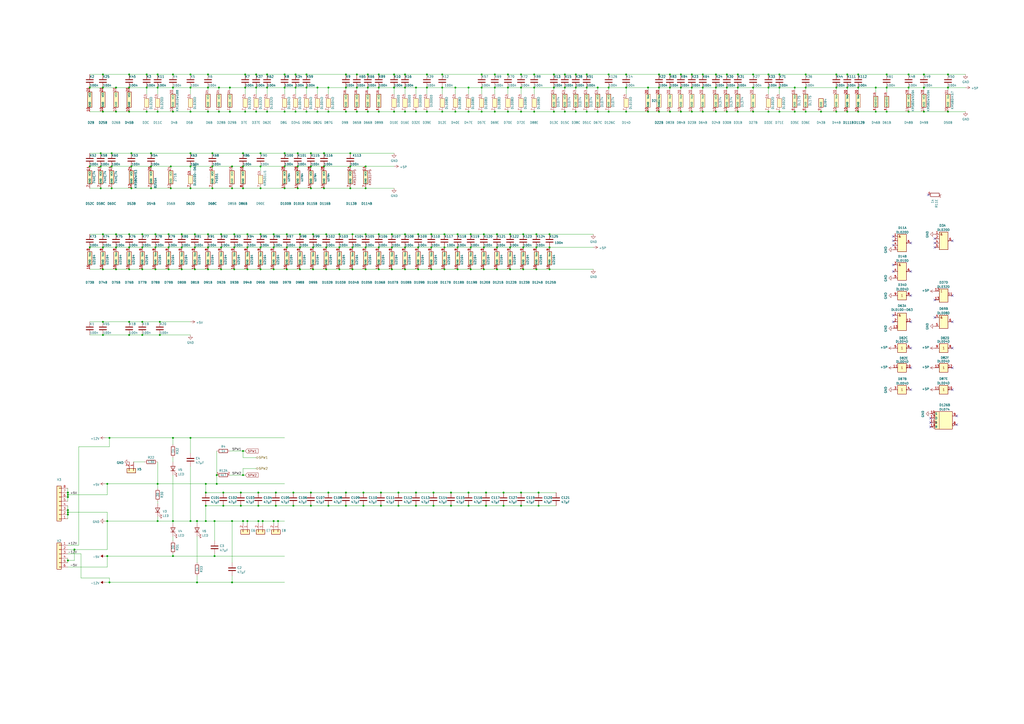
<source format=kicad_sch>
(kicad_sch (version 20211123) (generator eeschema)
  (paper "A2")
  (title_block (title "EC1834 Hauptplatine 201.2-Power") (date "2022-09-12") (rev "1") (company "Mario Gögel 2022"))
  (lib_symbols
    (symbol "Connector_Generic:Conn_01x02" (pin_names (offset 1.016) hide)
      (property "Reference" "J" (at 0 2.54 0))
      (property "Value" "Conn_01x02" (at 0 -5.08 0))
      (symbol "Conn_01x02_1_1"
        (pin passive line (at -5.08 0 0) (length 3.81) (name "Pin_1") (number "1"))
        (pin passive line (at -5.08 -2.54 0) (length 3.81) (name "Pin_2") (number "2"))
      )
    )
    (symbol "Connector_Generic:Conn_01x06" (pin_names (offset 1.016) hide)
      (property "Reference" "J" (at 0 7.62 0))
      (property "Value" "Conn_01x06" (at 0 -10.16 0))
      (symbol "Conn_01x06_1_1"
        (pin passive line (at -5.08 5.08 0) (length 3.81) (name "Pin_1") (number "1"))
        (pin passive line (at -5.08 2.54 0) (length 3.81) (name "Pin_2") (number "2"))
        (pin passive line (at -5.08 0 0) (length 3.81) (name "Pin_3") (number "3"))
        (pin passive line (at -5.08 -2.54 0) (length 3.81) (name "Pin_4") (number "4"))
        (pin passive line (at -5.08 -5.08 0) (length 3.81) (name "Pin_5") (number "5"))
        (pin passive line (at -5.08 -7.62 0) (length 3.81) (name "Pin_6") (number "6"))
      )
    )
    (symbol "Connector_Generic:Conn_01x08" (pin_names (offset 1.016) hide)
      (property "Reference" "J" (at 0 10.16 0))
      (property "Value" "Conn_01x08" (at 0 -12.7 0))
      (symbol "Conn_01x08_1_1"
        (pin passive line (at -5.08 7.62 0) (length 3.81) (name "Pin_1") (number "1"))
        (pin passive line (at -5.08 5.08 0) (length 3.81) (name "Pin_2") (number "2"))
        (pin passive line (at -5.08 2.54 0) (length 3.81) (name "Pin_3") (number "3"))
        (pin passive line (at -5.08 0 0) (length 3.81) (name "Pin_4") (number "4"))
        (pin passive line (at -5.08 -2.54 0) (length 3.81) (name "Pin_5") (number "5"))
        (pin passive line (at -5.08 -5.08 0) (length 3.81) (name "Pin_6") (number "6"))
        (pin passive line (at -5.08 -7.62 0) (length 3.81) (name "Pin_7") (number "7"))
        (pin passive line (at -5.08 -10.16 0) (length 3.81) (name "Pin_8") (number "8"))
      )
    )
    (symbol "Device:C" (pin_numbers hide) (pin_names (offset 0.254))
      (property "Reference" "C" (at 0.635 2.54 0))
      (property "Value" "C" (at 0.635 -2.54 0))
      (symbol "C_1_1"
        (pin passive line (at 0 3.81 270) (length 2.794) (name "~") (number "1"))
        (pin passive line (at 0 -3.81 90) (length 2.794) (name "~") (number "2"))
      )
    )
    (symbol "Device:LED" (pin_numbers hide) (pin_names (offset 1.016) hide)
      (property "Reference" "D" (at 0 2.54 0))
      (property "Value" "LED" (at 0 -2.54 0))
      (symbol "LED_1_1"
        (pin passive line (at -3.81 0 0) (length 2.54) (name "K") (number "1"))
        (pin passive line (at 3.81 0 180) (length 2.54) (name "A") (number "2"))
      )
    )
    (symbol "Device:R" (pin_numbers hide) (pin_names (offset 0))
      (property "Reference" "R" (at 2.032 0 90))
      (property "Value" "R" (at 0 0 90))
      (symbol "R_1_1"
        (pin passive line (at 0 3.81 270) (length 1.27) (name "~") (number "1"))
        (pin passive line (at 0 -3.81 90) (length 1.27) (name "~") (number "2"))
      )
    )
    (symbol "Device:R_Network05_Split" (pin_names (offset 0) hide)
      (property "Reference" "RN" (at 2.032 0 90))
      (property "Value" "R_Network05_Split" (at 0 0 90))
      (symbol "R_Network05_Split_1_1"
        (pin passive line (at 0 3.81 270) (length 1.27) (name "R1.1") (number "1"))
        (pin passive line (at 0 -3.81 90) (length 1.27) (name "R1.2") (number "2"))
      )
      (symbol "R_Network05_Split_2_1"
        (text "1" (at 0.889 3.175 900) (effects (font (size 1.27 1.27))))
        (pin passive line (at 0 -3.81 90) (length 1.27) (name "R2.2") (number "3"))
      )
      (symbol "R_Network05_Split_3_1"
        (text "1" (at 0.889 3.175 900) (effects (font (size 1.27 1.27))))
        (pin passive line (at 0 -3.81 90) (length 1.27) (name "R3.2") (number "4"))
      )
      (symbol "R_Network05_Split_4_1"
        (text "1" (at 0.889 3.175 900) (effects (font (size 1.27 1.27))))
        (pin passive line (at 0 -3.81 90) (length 1.27) (name "R4.2") (number "5"))
      )
      (symbol "R_Network05_Split_5_1"
        (text "1" (at 0.889 3.175 900) (effects (font (size 1.27 1.27))))
        (pin passive line (at 0 -3.81 90) (length 1.27) (name "R5.2") (number "6"))
      )
    )
    (symbol "Device:R_Network09_Split" (pin_names (offset 0) hide)
      (property "Reference" "RN" (at 2.032 0 90))
      (property "Value" "R_Network09_Split" (at 0 0 90))
      (symbol "R_Network09_Split_1_1"
        (pin passive line (at 0 3.81 270) (length 1.27) (name "R1.1") (number "1"))
        (pin passive line (at 0 -3.81 90) (length 1.27) (name "R1.2") (number "2"))
      )
      (symbol "R_Network09_Split_2_1"
        (text "1" (at 0.889 3.175 900) (effects (font (size 1.27 1.27))))
        (pin passive line (at 0 -3.81 90) (length 1.27) (name "R2.2") (number "3"))
      )
      (symbol "R_Network09_Split_3_1"
        (text "1" (at 0.889 3.175 900) (effects (font (size 1.27 1.27))))
        (pin passive line (at 0 -3.81 90) (length 1.27) (name "R3.2") (number "4"))
      )
      (symbol "R_Network09_Split_4_1"
        (text "1" (at 0.889 3.175 900) (effects (font (size 1.27 1.27))))
        (pin passive line (at 0 -3.81 90) (length 1.27) (name "R4.2") (number "5"))
      )
      (symbol "R_Network09_Split_5_1"
        (text "1" (at 0.889 3.175 900) (effects (font (size 1.27 1.27))))
        (pin passive line (at 0 -3.81 90) (length 1.27) (name "R5.2") (number "6"))
      )
      (symbol "R_Network09_Split_6_1"
        (text "1" (at 0.889 3.175 900) (effects (font (size 1.27 1.27))))
        (pin passive line (at 0 -3.81 90) (length 1.27) (name "R6.2") (number "7"))
      )
      (symbol "R_Network09_Split_7_1"
        (text "1" (at 0.889 3.175 900) (effects (font (size 1.27 1.27))))
        (pin passive line (at 0 -3.81 90) (length 1.27) (name "R7.2") (number "8"))
      )
      (symbol "R_Network09_Split_8_1"
        (text "1" (at 0.889 3.175 900) (effects (font (size 1.27 1.27))))
        (pin passive line (at 0 -3.81 90) (length 1.27) (name "R8.2") (number "9"))
      )
      (symbol "R_Network09_Split_9_1"
        (text "1" (at 0.889 3.175 900) (effects (font (size 1.27 1.27))))
        (pin passive line (at 0 -3.81 90) (length 1.27) (name "R9.2") (number "10"))
      )
    )
    (symbol "RFT_Digitalschaltkreise:DL000D" (pin_names (offset 1.016) hide)
      (property "Reference" "U" (at 0 5.08 0))
      (property "Value" "DL000D" (at 0 -5.08 0))
      (symbol "DL000D_1_0"
        (pin output line (at 5.08 0 180) (length 2.54) (name "Y1") (number "3"))
      )
      (symbol "DL000D_1_1"
        (text "&" (at -1.27 2.54 0) (effects (font (size 1.27 1.27))))
        (pin input line (at -5.08 2.54 0) (length 2.54) (name "A1") (number "1"))
        (pin input line (at -5.08 -2.54 0) (length 2.54) (name "B1") (number "2"))
      )
      (symbol "DL000D_2_0"
        (pin input line (at -5.08 2.54 0) (length 2.54) (name "A2") (number "4"))
        (pin input line (at -5.08 -2.54 0) (length 2.54) (name "B2") (number "5"))
        (pin output line (at 5.08 0 180) (length 2.54) (name "Y2") (number "6"))
      )
      (symbol "DL000D_2_1"
        (text "&" (at -1.27 2.54 0) (effects (font (size 1.27 1.27))))
      )
      (symbol "DL000D_3_0"
        (pin output line (at 5.08 0 180) (length 2.54) (name "Y3") (number "8"))
      )
      (symbol "DL000D_3_1"
        (text "&" (at -1.27 2.54 0) (effects (font (size 1.27 1.27))))
        (pin input line (at -5.08 -2.54 0) (length 2.54) (name "B3") (number "10"))
        (pin input line (at -5.08 2.54 0) (length 2.54) (name "A3") (number "9"))
      )
      (symbol "DL000D_4_0"
        (pin output line (at 5.08 0 180) (length 2.54) (name "Y4") (number "11"))
      )
      (symbol "DL000D_4_1"
        (text "&" (at -1.27 2.54 0) (effects (font (size 1.27 1.27))))
        (pin input line (at -5.08 2.54 0) (length 2.54) (name "A4") (number "12"))
        (pin input line (at -5.08 -2.54 0) (length 2.54) (name "B4") (number "13"))
      )
      (symbol "DL000D_5_1"
        (pin power_in line (at 0 5.08 270) (length 2.54) (name "Vcc") (number "14"))
        (pin power_in line (at 0 -5.08 90) (length 2.54) (name "GND") (number "7"))
      )
    )
    (symbol "RFT_Digitalschaltkreise:DL002D" (pin_names (offset 1.016) hide)
      (property "Reference" "U" (at 0 5.08 0))
      (property "Value" "DL002D" (at 0 -5.08 0))
      (symbol "DL002D_1_0"
        (pin output line (at 5.08 0 180) (length 2.54) (name "Y1") (number "1"))
      )
      (symbol "DL002D_1_1"
        (text "1" (at -1.27 2.54 0) (effects (font (size 1.27 1.27))))
        (pin input line (at -5.08 2.54 0) (length 2.54) (name "A1") (number "2"))
        (pin input line (at -5.08 -2.54 0) (length 2.54) (name "B1") (number "3"))
      )
      (symbol "DL002D_2_0"
        (pin output line (at 5.08 0 180) (length 2.54) (name "Y2") (number "4"))
        (pin input line (at -5.08 2.54 0) (length 2.54) (name "A2") (number "5"))
        (pin input line (at -5.08 -2.54 0) (length 2.54) (name "B2") (number "6"))
      )
      (symbol "DL002D_2_1"
        (text "1" (at -1.27 2.54 0) (effects (font (size 1.27 1.27))))
      )
      (symbol "DL002D_3_0"
        (pin output line (at 5.08 0 180) (length 2.54) (name "Y3") (number "10"))
      )
      (symbol "DL002D_3_1"
        (text "1" (at -1.27 2.54 0) (effects (font (size 1.27 1.27))))
        (pin input line (at -5.08 2.54 0) (length 2.54) (name "A3") (number "8"))
        (pin input line (at -5.08 -2.54 0) (length 2.54) (name "B3") (number "9"))
      )
      (symbol "DL002D_4_0"
        (pin output line (at 5.08 0 180) (length 2.54) (name "Y4") (number "13"))
      )
      (symbol "DL002D_4_1"
        (text "1" (at -1.27 2.54 0) (effects (font (size 1.27 1.27))))
        (pin input line (at -5.08 2.54 0) (length 2.54) (name "A4") (number "11"))
        (pin input line (at -5.08 -2.54 0) (length 2.54) (name "B4") (number "12"))
      )
      (symbol "DL002D_5_1"
        (pin power_in line (at 0 5.08 270) (length 2.54) (name "Vcc") (number "14"))
        (pin power_in line (at 0 -5.08 90) (length 2.54) (name "GND") (number "7"))
      )
    )
    (symbol "RFT_Digitalschaltkreise:DL004D" (pin_names (offset 1.016) hide)
      (property "Reference" "U" (at 0 3.81 0))
      (property "Value" "DL004D" (at 0 -3.81 0))
      (symbol "DL004D_1_0"
        (pin output line (at 5.08 0 180) (length 2.54) (name "Y1") (number "2"))
      )
      (symbol "DL004D_1_1"
        (text "1" (at 0 0 0) (effects (font (size 1.27 1.27))))
        (pin input line (at -5.08 0 0) (length 2.54) (name "A1") (number "1"))
      )
      (symbol "DL004D_2_1"
        (text "1" (at 0 0 0) (effects (font (size 1.27 1.27))))
        (pin input line (at -5.08 0 0) (length 2.54) (name "A2") (number "3"))
        (pin output line (at 5.08 0 180) (length 2.54) (name "Y2") (number "4"))
      )
      (symbol "DL004D_3_1"
        (text "1" (at 0 0 0) (effects (font (size 1.27 1.27))))
        (pin input line (at -5.08 0 0) (length 2.54) (name "A3") (number "5"))
        (pin output line (at 5.08 0 180) (length 2.54) (name "Y3") (number "6"))
      )
      (symbol "DL004D_4_1"
        (text "1" (at 0 0 0) (effects (font (size 1.27 1.27))))
        (pin output line (at 5.08 0 180) (length 2.54) (name "Y4") (number "8"))
        (pin input line (at -5.08 0 0) (length 2.54) (name "A4") (number "9"))
      )
      (symbol "DL004D_5_1"
        (text "1" (at 0 0 0) (effects (font (size 1.27 1.27))))
        (pin output line (at 5.08 0 180) (length 2.54) (name "Y5") (number "10"))
        (pin input line (at -5.08 0 0) (length 2.54) (name "A5") (number "11"))
      )
      (symbol "DL004D_6_1"
        (text "1" (at 0 0 0) (effects (font (size 1.27 1.27))))
        (pin output line (at 5.08 0 180) (length 2.54) (name "Y6") (number "12"))
        (pin input line (at -5.08 0 0) (length 2.54) (name "A6") (number "13"))
      )
      (symbol "DL004D_7_1"
        (pin power_in line (at 0 5.08 270) (length 2.54) (name "Vcc") (number "14"))
        (pin power_in line (at 0 -5.08 90) (length 2.54) (name "GND") (number "7"))
      )
    )
    (symbol "RFT_Digitalschaltkreise:DL010D" (pin_names (offset 1.016) hide)
      (property "Reference" "U" (at 0 6.35 0))
      (property "Value" "DL010D" (at 0 -6.35 0))
      (symbol "DL010D_1_0"
        (pin output line (at 5.08 0 180) (length 2.54) (name "Y1") (number "12"))
      )
      (symbol "DL010D_1_1"
        (text "&" (at -1.27 3.81 0) (effects (font (size 1.27 1.27))))
        (pin input line (at -5.08 3.81 0) (length 2.54) (name "A1") (number "1"))
        (pin input line (at -5.08 -3.81 0) (length 2.54) (name "C1") (number "13"))
        (pin input line (at -5.08 0 0) (length 2.54) (name "B1") (number "2"))
      )
      (symbol "DL010D_2_1"
        (text "&" (at -1.27 3.81 0) (effects (font (size 1.27 1.27))))
        (pin input line (at -5.08 3.81 0) (length 2.54) (name "A2") (number "3"))
        (pin input line (at -5.08 0 0) (length 2.54) (name "B2") (number "4"))
        (pin input line (at -5.08 -3.81 0) (length 2.54) (name "C2") (number "5"))
        (pin output line (at 5.08 0 180) (length 2.54) (name "Y2") (number "6"))
      )
      (symbol "DL010D_3_1"
        (text "&" (at -1.27 3.81 0) (effects (font (size 1.27 1.27))))
        (pin input line (at -5.08 0 0) (length 2.54) (name "B3") (number "10"))
        (pin input line (at -5.08 -3.81 0) (length 2.54) (name "C3") (number "11"))
        (pin output line (at 5.08 0 180) (length 2.54) (name "Y3") (number "8"))
        (pin input line (at -5.08 3.81 0) (length 2.54) (name "A3") (number "9"))
      )
      (symbol "DL010D_4_1"
        (pin power_in line (at 0 5.08 270) (length 2.54) (name "Vcc") (number "14"))
        (pin power_in line (at 0 -5.08 90) (length 2.54) (name "GND") (number "7"))
      )
    )
    (symbol "RFT_Digitalschaltkreise:DL020D" (pin_names (offset 1.016) hide)
      (property "Reference" "U" (at 0 6.35 0))
      (property "Value" "DL020D" (at 0 -6.35 0))
      (symbol "DL020D_1_0"
        (pin output line (at 5.08 0 180) (length 2.54) (name "Y1") (number "6"))
      )
      (symbol "DL020D_1_1"
        (text "&" (at -1.27 3.81 0) (effects (font (size 1.27 1.27))))
        (pin input line (at -5.08 3.81 0) (length 2.54) (name "A1") (number "1"))
        (pin input line (at -5.08 1.27 0) (length 2.54) (name "B1") (number "2"))
        (pin no_connect line (at 5.08 2.54 180) (length 2.54) hide (name "n.c.") (number "3"))
        (pin input line (at -5.08 -1.27 0) (length 2.54) (name "C1") (number "4"))
        (pin input line (at -5.08 -3.81 0) (length 2.54) (name "D1") (number "5"))
      )
      (symbol "DL020D_2_1"
        (text "&" (at -1.27 3.81 0) (effects (font (size 1.27 1.27))))
        (pin input line (at -5.08 1.27 0) (length 2.54) (name "B2") (number "10"))
        (pin no_connect line (at 5.08 2.54 180) (length 2.54) hide (name "n.c.") (number "11"))
        (pin input line (at -5.08 -1.27 0) (length 2.54) (name "C2") (number "12"))
        (pin input line (at -5.08 -3.81 0) (length 2.54) (name "D2") (number "13"))
        (pin output line (at 5.08 0 180) (length 2.54) (name "Y2") (number "8"))
        (pin input line (at -5.08 3.81 0) (length 2.54) (name "A2") (number "9"))
      )
      (symbol "DL020D_3_1"
        (pin power_in line (at 0 5.08 270) (length 2.54) (name "Vcc") (number "14"))
        (pin power_in line (at 0 -5.08 90) (length 2.54) (name "GND") (number "7"))
      )
    )
    (symbol "RFT_Digitalschaltkreise:DL030D" (pin_names (offset 1.016) hide)
      (property "Reference" "U" (at 0 11.43 0))
      (property "Value" "DL030D" (at 0 -11.43 0))
      (symbol "DL030D_0_1"
        (pin no_connect line (at 5.08 5.08 180) (length 2.54) hide (name "n.c.") (number "10"))
      )
      (symbol "DL030D_1_0"
        (pin output line (at 5.08 0 180) (length 2.54) (name "Y") (number "8"))
      )
      (symbol "DL030D_1_1"
        (text "&" (at -1.27 8.89 0) (effects (font (size 1.27 1.27))))
        (pin input line (at -5.08 8.89 0) (length 2.54) (name "A") (number "1"))
        (pin input line (at -5.08 -6.35 0) (length 2.54) (name "G") (number "11"))
        (pin input line (at -5.08 -8.89 0) (length 2.54) (name "H") (number "12"))
        (pin no_connect line (at 5.08 7.62 180) (length 2.54) hide (name "n.c.") (number "13"))
        (pin input line (at -5.08 6.35 0) (length 2.54) (name "B") (number "2"))
        (pin input line (at -5.08 3.81 0) (length 2.54) (name "C") (number "3"))
        (pin input line (at -5.08 1.27 0) (length 2.54) (name "D") (number "4"))
        (pin input line (at -5.08 -1.27 0) (length 2.54) (name "E") (number "5"))
        (pin input line (at -5.08 -3.81 0) (length 2.54) (name "F") (number "6"))
        (pin no_connect line (at 5.08 2.54 180) (length 2.54) hide (name "n.c.") (number "9"))
      )
      (symbol "DL030D_2_1"
        (pin power_in line (at 0 5.08 270) (length 2.54) (name "Vcc") (number "14"))
        (pin power_in line (at 0 -5.08 90) (length 2.54) (name "GND") (number "7"))
      )
    )
    (symbol "RFT_Digitalschaltkreise:DL032D" (pin_names (offset 1.016) hide)
      (property "Reference" "U" (at 0 5.08 0))
      (property "Value" "DL032D" (at 0 -5.08 0))
      (symbol "DL032D_1_0"
        (pin output line (at 5.08 0 180) (length 2.54) (name "Y1") (number "3"))
      )
      (symbol "DL032D_1_1"
        (text "1" (at -1.27 2.54 0) (effects (font (size 1.27 1.27))))
        (pin input line (at -5.08 2.54 0) (length 2.54) (name "A1") (number "1"))
        (pin input line (at -5.08 -2.54 0) (length 2.54) (name "B1") (number "2"))
      )
      (symbol "DL032D_2_0"
        (pin input line (at -5.08 2.54 0) (length 2.54) (name "A2") (number "4"))
        (pin input line (at -5.08 -2.54 0) (length 2.54) (name "B2") (number "5"))
        (pin output line (at 5.08 0 180) (length 2.54) (name "Y2") (number "6"))
      )
      (symbol "DL032D_2_1"
        (text "1" (at -1.27 2.54 0) (effects (font (size 1.27 1.27))))
      )
      (symbol "DL032D_3_0"
        (pin output line (at 5.08 0 180) (length 2.54) (name "Y3") (number "8"))
      )
      (symbol "DL032D_3_1"
        (text "1" (at -1.27 2.54 0) (effects (font (size 1.27 1.27))))
        (pin input line (at -5.08 -2.54 0) (length 2.54) (name "B3") (number "10"))
        (pin input line (at -5.08 2.54 0) (length 2.54) (name "A3") (number "9"))
      )
      (symbol "DL032D_4_0"
        (pin output line (at 5.08 0 180) (length 2.54) (name "Y4") (number "11"))
      )
      (symbol "DL032D_4_1"
        (text "1" (at -1.27 2.54 0) (effects (font (size 1.27 1.27))))
        (pin input line (at -5.08 2.54 0) (length 2.54) (name "A4") (number "12"))
        (pin input line (at -5.08 -2.54 0) (length 2.54) (name "B4") (number "13"))
      )
      (symbol "DL032D_5_1"
        (pin power_in line (at 0 5.08 270) (length 2.54) (name "Vcc") (number "14"))
        (pin power_in line (at 0 -5.08 90) (length 2.54) (name "GND") (number "7"))
      )
    )
    (symbol "power:+12V" (power) (pin_names (offset 0))
      (property "Value" "+12V" (at 0 3.556 0))
      (symbol "+12V_1_1"
        (pin power_in line (at 0 0 90) (length 0) hide (name "+12V") (number "1"))
      )
    )
    (symbol "power:+5P" (power) (pin_names (offset 0))
      (property "Value" "+5P" (at 0 3.556 0))
      (symbol "+5P_1_1"
        (pin power_in line (at 0 0 90) (length 0) hide (name "+5P") (number "1"))
      )
    )
    (symbol "power:+5V" (power) (pin_names (offset 0))
      (property "Value" "+5V" (at 0 3.556 0))
      (symbol "+5V_1_1"
        (pin power_in line (at 0 0 90) (length 0) hide (name "+5V") (number "1"))
      )
    )
    (symbol "power:-12V" (power) (pin_names (offset 0))
      (property "Value" "-12V" (at 0 3.81 0))
      (symbol "-12V_0_0"
        (pin power_in line (at 0 0 90) (length 0) hide (name "-12V") (number "1"))
      )
    )
    (symbol "power:-5V" (power) (pin_names (offset 0))
      (property "Value" "-5V" (at 0 3.81 0))
      (symbol "-5V_0_0"
        (pin power_in line (at 0 0 90) (length 0) hide (name "-5V") (number "1"))
      )
    )
    (symbol "power:GND" (power) (pin_names (offset 0))
      (property "Value" "GND" (at 0 -3.81 0))
      (symbol "GND_1_1"
        (pin power_in line (at 0 0 270) (length 0) hide (name "GND") (number "1"))
      )
    )
    (symbol "robotron_ec1834:2716" (pin_names (offset 0.1016))
      (property "Reference" "U" (at 0 -16.51 0))
      (property "Value" "2716" (at -2.54 12.7 0))
      (symbol "2716_1_1"
        (pin input line (at -10.16 -2.54 0) (length 2.54) (name "A7") (number "01"))
        (pin input line (at -10.16 0 0) (length 2.54) (name "A6") (number "02"))
        (pin input line (at -10.16 2.54 0) (length 2.54) (name "A5") (number "03"))
        (pin input line (at -10.16 5.08 0) (length 2.54) (name "A4") (number "04"))
        (pin input line (at -10.16 7.62 0) (length 2.54) (name "A3") (number "05"))
        (pin input line (at -10.16 10.16 0) (length 2.54) (name "A2") (number "06"))
        (pin input line (at -10.16 12.7 0) (length 2.54) (name "A1") (number "07"))
        (pin input line (at -10.16 15.24 0) (length 2.54) (name "A0") (number "08"))
        (pin tri_state line (at 10.16 15.24 180) (length 2.54) (name "D0") (number "09"))
        (pin tri_state line (at 10.16 12.7 180) (length 2.54) (name "D1") (number "10"))
        (pin tri_state line (at 10.16 10.16 180) (length 2.54) (name "D2") (number "11"))
        (pin tri_state line (at 10.16 7.62 180) (length 2.54) (name "D3") (number "13"))
        (pin tri_state line (at 10.16 5.08 180) (length 2.54) (name "D4") (number "14"))
        (pin tri_state line (at 10.16 2.54 180) (length 2.54) (name "D5") (number "15"))
        (pin tri_state line (at 10.16 0 180) (length 2.54) (name "D6") (number "16"))
        (pin tri_state line (at 10.16 -2.54 180) (length 2.54) (name "D7") (number "17"))
        (pin input inverted (at -10.16 -12.7 0) (length 2.54) (name "CE") (number "18"))
        (pin input line (at -10.16 -10.16 0) (length 2.54) (name "A10") (number "19"))
        (pin input inverted (at -10.16 -17.78 0) (length 2.54) (name "OE") (number "20"))
        (pin input line (at -10.16 -15.24 0) (length 2.54) (name "VPP") (number "21"))
        (pin input line (at -10.16 -7.62 0) (length 2.54) (name "A9") (number "22"))
        (pin input line (at -10.16 -5.08 0) (length 2.54) (name "A8") (number "23"))
      )
      (symbol "2716_2_1"
        (pin power_in line (at 0 -6.35 90) (length 2.54) (name "GND") (number "12"))
        (pin power_in line (at 0 6.35 270) (length 2.54) (name "VCC") (number "24"))
      )
    )
    (symbol "robotron_ec1834:74HC74" (pin_names (offset 0.1016))
      (property "Reference" "U" (at 1.27 -3.81 0))
      (property "Value" "74HC74" (at 1.27 2.54 0))
      (symbol "74HC74_1_0"
        (pin input inverted (at -7.62 -3.81 0) (length 2.54) (name "R") (number "1"))
        (pin input line (at -7.62 1.27 0) (length 2.54) (name "D") (number "2"))
        (pin input clock (at -7.62 -1.27 0) (length 2.54) (name "C") (number "3"))
        (pin input inverted (at -7.62 3.81 0) (length 2.54) (name "S") (number "4"))
        (pin output line (at 7.62 2.54 180) (length 2.54) (name "~") (number "5"))
        (pin output inverted (at 7.62 -2.54 180) (length 2.54) (name "~") (number "6"))
      )
      (symbol "74HC74_2_0"
        (pin input inverted (at -7.62 3.81 0) (length 2.54) (name "S") (number "10"))
        (pin input clock (at -7.62 -1.27 0) (length 2.54) (name "C") (number "11"))
        (pin input line (at -7.62 1.27 0) (length 2.54) (name "D") (number "12"))
        (pin input inverted (at -7.62 -3.81 0) (length 2.54) (name "R") (number "13"))
        (pin output inverted (at 7.62 -2.54 180) (length 2.54) (name "~") (number "8"))
        (pin output line (at 7.62 2.54 180) (length 2.54) (name "~") (number "9"))
      )
      (symbol "74HC74_3_0"
        (pin power_in line (at 0 6.35 270) (length 2.54) (name "VCC") (number "14"))
        (pin power_in line (at 0 -6.35 90) (length 2.54) (name "GND") (number "7"))
      )
    )
    (symbol "robotron_ec1834:74S51" (pin_names (offset 0.1016))
      (property "Reference" "U" (at 3.81 7.62 0))
      (property "Value" "74S51" (at 3.81 -7.62 0))
      (symbol "74S51_1_1"
        (text "&" (at -3.048 -2.032 0) (effects (font (size 2.54 2.54))))
        (text "&" (at -2.794 2.286 0) (effects (font (size 2.54 2.54))))
        (text "1" (at 3.048 0.254 0) (effects (font (size 2.54 2.54))))
        (pin input line (at -7.62 -3.81 0) (length 2.4892) (name "~") (number "1"))
        (pin input line (at -7.62 1.27 0) (length 2.4892) (name "~") (number "10"))
        (pin input line (at -7.62 -1.27 0) (length 2.4892) (name "~") (number "13"))
        (pin output inverted (at 7.62 0 180) (length 2.4892) (name "~") (number "8"))
        (pin input line (at -7.62 3.81 0) (length 2.4892) (name "~") (number "9"))
      )
      (symbol "74S51_2_1"
        (text "&" (at -3.048 -2.032 0) (effects (font (size 2.54 2.54))))
        (text "&" (at -2.794 2.286 0) (effects (font (size 2.54 2.54))))
        (text "1" (at 3.048 0.254 0) (effects (font (size 2.54 2.54))))
        (pin input line (at -7.62 3.81 0) (length 2.4892) (name "~") (number "2"))
        (pin input line (at -7.62 1.27 0) (length 2.4892) (name "~") (number "3"))
        (pin input line (at -7.62 -3.81 0) (length 2.4892) (name "~") (number "4"))
        (pin input line (at -7.62 -1.27 0) (length 2.4892) (name "~") (number "5"))
        (pin output inverted (at 7.62 0 180) (length 2.4892) (name "~") (number "6"))
      )
      (symbol "74S51_3_1"
        (pin power_in line (at 0 6.35 270) (length 2.54) (name "VCC") (number "14"))
        (pin power_in line (at 0 -6.35 90) (length 2.54) (name "GND") (number "7"))
      )
    )
    (symbol "robotron_ec1834:8284" (pin_names (offset 0.1016))
      (property "Reference" "U" (at 0 -5.08 0))
      (property "Value" "8284" (at 0 15.24 0))
      (symbol "8284_1_1"
        (pin input line (at -11.43 15.24 0) (length 3.81) (name "CSYN") (number "1"))
        (pin output line (at 11.43 12.7 180) (length 3.81) (name "RESET") (number "10"))
        (pin input inverted (at -11.43 -5.08 0) (length 3.81) (name "RES") (number "11"))
        (pin output line (at 11.43 10.16 180) (length 3.81) (name "OSC") (number "12"))
        (pin input line (at -11.43 17.78 0) (length 3.81) (name "F/C") (number "13"))
        (pin input line (at -11.43 10.16 0) (length 3.81) (name "EFI") (number "14"))
        (pin input inverted (at -11.43 12.7 0) (length 3.81) (name "ASYN") (number "15"))
        (pin output line (at 11.43 -5.08 180) (length 3.81) (name "X2") (number "16"))
        (pin input line (at 11.43 5.08 180) (length 3.81) (name "X1") (number "17"))
        (pin power_in line (at -11.43 -2.54 0) (length 3.81) (name "VCC") (number "18"))
        (pin output line (at 11.43 7.62 180) (length 3.81) (name "PC") (number "2"))
        (pin input inverted (at -11.43 5.08 0) (length 3.81) (name "AEN1") (number "3"))
        (pin input line (at -11.43 7.62 0) (length 3.81) (name "RDY1") (number "4"))
        (pin output line (at 11.43 17.78 180) (length 3.81) (name "READY") (number "5"))
        (pin input line (at -11.43 2.54 0) (length 3.81) (name "RDY2") (number "6"))
        (pin input inverted (at -11.43 0 0) (length 3.81) (name "AEN2") (number "7"))
        (pin output line (at 11.43 15.24 180) (length 3.81) (name "CLK") (number "8"))
      )
      (symbol "8284_2_1"
        (pin power_in line (at 0 -5.08 90) (length 2.54) (name "GND") (number "9"))
      )
    )
    (symbol "robotron_ec1834:DL008D" (pin_names (offset 1.016) hide)
      (property "Reference" "U" (at 0 5.08 0))
      (property "Value" "DL008D" (at 0 -5.08 0))
      (symbol "DL008D_1_0"
        (pin output line (at 5.08 0 180) (length 2.54) (name "Y1") (number "3"))
      )
      (symbol "DL008D_1_1"
        (text "&" (at -1.27 2.54 0) (effects (font (size 1.27 1.27))))
        (pin input line (at -5.08 2.54 0) (length 2.54) (name "A1") (number "1"))
        (pin input line (at -5.08 -2.54 0) (length 2.54) (name "B1") (number "2"))
      )
      (symbol "DL008D_2_0"
        (pin input line (at -5.08 2.54 0) (length 2.54) (name "A2") (number "4"))
        (pin input line (at -5.08 -2.54 0) (length 2.54) (name "B2") (number "5"))
        (pin output line (at 5.08 0 180) (length 2.54) (name "Y2") (number "6"))
      )
      (symbol "DL008D_2_1"
        (text "&" (at -1.27 2.54 0) (effects (font (size 1.27 1.27))))
      )
      (symbol "DL008D_3_0"
        (pin output line (at 5.08 0 180) (length 2.54) (name "Y3") (number "8"))
      )
      (symbol "DL008D_3_1"
        (text "&" (at -1.27 2.54 0) (effects (font (size 1.27 1.27))))
        (pin input line (at -5.08 -2.54 0) (length 2.54) (name "B3") (number "10"))
        (pin input line (at -5.08 2.54 0) (length 2.54) (name "A3") (number "9"))
      )
      (symbol "DL008D_4_0"
        (pin output line (at 5.08 0 180) (length 2.54) (name "Y4") (number "11"))
      )
      (symbol "DL008D_4_1"
        (text "&" (at -1.27 2.54 0) (effects (font (size 1.27 1.27))))
        (pin input line (at -5.08 2.54 0) (length 2.54) (name "A4") (number "12"))
        (pin input line (at -5.08 -2.54 0) (length 2.54) (name "B4") (number "13"))
      )
      (symbol "DL008D_5_1"
        (pin power_in line (at 0 5.08 270) (length 2.54) (name "Vcc") (number "14"))
        (pin power_in line (at 0 -5.08 90) (length 2.54) (name "GND") (number "7"))
      )
    )
    (symbol "robotron_ec1834:DL010D-D63" (pin_names (offset 1.016) hide)
      (property "Reference" "U" (at 0 6.35 0))
      (property "Value" "DL010D-D63" (at 0 -6.35 0))
      (symbol "DL010D-D63_1_0"
        (pin output line (at 5.08 0 180) (length 2.54) (name "Y1") (number "12"))
      )
      (symbol "DL010D-D63_1_1"
        (text "&" (at -1.27 3.81 0) (effects (font (size 1.27 1.27))))
        (pin input line (at -5.08 3.81 0) (length 2.54) (name "A1") (number "1"))
        (pin input line (at -5.08 -3.81 0) (length 2.54) (name "C1") (number "13"))
        (pin input line (at -5.08 0 0) (length 2.54) (name "B1") (number "2"))
      )
      (symbol "DL010D-D63_2_1"
        (text "&" (at -1.27 3.81 0) (effects (font (size 1.27 1.27))))
        (pin input line (at -5.08 3.81 0) (length 2.54) (name "A2") (number "3"))
        (pin input line (at -5.08 -3.81 0) (length 2.54) (name "B2") (number "4"))
        (pin input line (at -5.08 0 0) (length 2.54) (name "C2") (number "5"))
        (pin output line (at 5.08 0 180) (length 2.54) (name "Y2") (number "6"))
      )
      (symbol "DL010D-D63_3_1"
        (text "&" (at -1.27 3.81 0) (effects (font (size 1.27 1.27))))
        (pin input line (at -5.08 0 0) (length 2.54) (name "B3") (number "10"))
        (pin input line (at -5.08 -3.81 0) (length 2.54) (name "C3") (number "11"))
        (pin output line (at 5.08 0 180) (length 2.54) (name "Y3") (number "8"))
        (pin input line (at -5.08 3.81 0) (length 2.54) (name "A3") (number "9"))
      )
      (symbol "DL010D-D63_4_1"
        (pin power_in line (at 0 5.08 270) (length 2.54) (name "Vcc") (number "14"))
        (pin power_in line (at 0 -5.08 90) (length 2.54) (name "GND") (number "7"))
      )
    )
    (symbol "robotron_ec1834:DL074" (pin_names (offset 0.1016))
      (property "Reference" "U" (at 1.27 -3.81 0))
      (property "Value" "DL074" (at 1.27 2.54 0))
      (symbol "DL074_1_0"
        (pin input inverted (at -7.62 -3.81 0) (length 2.54) (name "R") (number "1"))
        (pin input line (at -7.62 1.27 0) (length 2.54) (name "D") (number "2"))
        (pin input clock (at -7.62 -1.27 0) (length 2.54) (name "C") (number "3"))
        (pin input inverted (at -7.62 3.81 0) (length 2.54) (name "S") (number "4"))
        (pin output line (at 7.62 2.54 180) (length 2.54) (name "~") (number "5"))
        (pin output inverted (at 7.62 -2.54 180) (length 2.54) (name "~") (number "6"))
      )
      (symbol "DL074_2_0"
        (pin input inverted (at -7.62 3.81 0) (length 2.54) (name "S") (number "10"))
        (pin input clock (at -7.62 -1.27 0) (length 2.54) (name "C") (number "11"))
        (pin input line (at -7.62 1.27 0) (length 2.54) (name "D") (number "12"))
        (pin input inverted (at -7.62 -3.81 0) (length 2.54) (name "R") (number "13"))
        (pin output inverted (at 7.62 -2.54 180) (length 2.54) (name "~") (number "8"))
        (pin output line (at 7.62 2.54 180) (length 2.54) (name "~") (number "9"))
      )
      (symbol "DL074_3_0"
        (pin power_in line (at 0 6.35 270) (length 2.54) (name "VCC") (number "14"))
        (pin power_in line (at 0 -6.35 90) (length 2.54) (name "GND") (number "7"))
      )
    )
    (symbol "robotron_ec1834:DL175" (pin_names (offset 0.1016))
      (property "Reference" "U" (at 2.54 -2.54 0))
      (property "Value" "DL175" (at 1.27 1.27 0))
      (symbol "DL175_1_0"
        (pin input inverted (at -11.43 -2.54 0) (length 5.08) (name "R") (number "1"))
        (pin output line (at 10.16 2.54 180) (length 5.08) (name "~") (number "2"))
        (pin output inverted (at 10.16 -2.54 180) (length 5.08) (name "~") (number "3"))
        (pin input line (at -11.43 2.54 0) (length 5.08) (name "D1") (number "4"))
        (pin input clock (at -11.43 0 0) (length 5.08) (name "C") (number "9"))
      )
      (symbol "DL175_2_0"
        (pin input inverted (at -11.43 -2.54 0) (length 5.08) (name "R") (number "1"))
        (pin input line (at -11.43 2.54 0) (length 5.08) (name "D2") (number "5"))
        (pin output inverted (at 10.16 -2.54 180) (length 5.08) (name "~") (number "6"))
        (pin output line (at 10.16 2.54 180) (length 5.08) (name "~") (number "7"))
        (pin input clock (at -11.43 0 0) (length 5.08) (name "C") (number "9"))
      )
      (symbol "DL175_3_0"
        (pin input inverted (at -11.43 -2.54 0) (length 5.08) (name "R") (number "1"))
        (pin output line (at 10.16 2.54 180) (length 5.08) (name "~") (number "10"))
        (pin output inverted (at 10.16 -2.54 180) (length 5.08) (name "~") (number "11"))
        (pin input line (at -11.43 2.54 0) (length 5.08) (name "D3") (number "12"))
        (pin input clock (at -11.43 0 0) (length 5.08) (name "C") (number "9"))
      )
      (symbol "DL175_4_0"
        (pin input inverted (at -11.43 -2.54 0) (length 5.08) (name "R") (number "1"))
        (pin input line (at -11.43 2.54 0) (length 5.08) (name "D4") (number "13"))
        (pin output inverted (at 10.16 -2.54 180) (length 5.08) (name "~") (number "14"))
        (pin output line (at 10.16 2.54 180) (length 5.08) (name "~") (number "15"))
        (pin input clock (at -11.43 0 0) (length 5.08) (name "C") (number "9"))
      )
      (symbol "DL175_5_0"
        (pin power_in line (at 0 6.35 270) (length 2.54) (name "Vcc") (number "16"))
        (pin power_in line (at 0 -6.35 90) (length 2.54) (name "GND") (number "8"))
      )
    )
    (symbol "robotron_ec1834:DL295" (pin_names (offset 0.1016))
      (property "Reference" "U" (at 0 -8.89 0))
      (symbol "DL295_1_0"
        (text "295" (at 0 5.08 0) (effects (font (size 1.27 1.27))))
        (text "DL" (at 0 7.62 0) (effects (font (size 1.27 1.27))))
        (pin input line (at -10.16 8.89 0) (length 5.08) (name "A0") (number "01"))
        (pin input line (at -10.16 6.35 0) (length 5.08) (name "A1") (number "02"))
        (pin input line (at -10.16 3.81 0) (length 5.08) (name "A2") (number "03"))
        (pin input line (at -10.16 1.27 0) (length 5.08) (name "A3") (number "04"))
        (pin input line (at -10.16 -1.27 0) (length 5.08) (name "A4") (number "05"))
        (pin input line (at -10.16 -6.35 0) (length 5.08) (name "V") (number "06"))
        (pin input line (at -10.16 -8.89 0) (length 5.08) (name "CS") (number "08"))
        (pin input clock (at -10.16 -3.81 0) (length 5.08) (name "C") (number "09"))
        (pin output line (at 10.16 -3.81 180) (length 5.08) (name "F3") (number "10"))
        (pin output line (at 10.16 -1.27 180) (length 5.08) (name "F2") (number "11"))
        (pin output line (at 10.16 1.27 180) (length 5.08) (name "F1") (number "12"))
        (pin output line (at 10.16 3.81 180) (length 5.08) (name "F0") (number "13"))
      )
      (symbol "DL295_2_0"
        (pin power_in line (at 0 6.35 270) (length 2.54) (name "VCC") (number "14"))
        (pin power_in line (at 0 -6.35 90) (length 2.54) (name "GND") (number "7"))
      )
    )
    (symbol "robotron_ec1834:DL374" (pin_names (offset 0.1016))
      (property "Reference" "U" (at 0 -11.43 0))
      (property "Value" "DL374" (at -3.81 -13.97 0))
      (symbol "DL374_1_0"
        (pin input inverted (at -11.43 -11.43 0) (length 5.08) (name "OE") (number "1"))
        (pin input clock (at -11.43 -8.89 0) (length 5.08) (name "C") (number "11"))
        (pin tri_state line (at 11.43 1.27 180) (length 5.08) (name "Q4") (number "12"))
        (pin input line (at -11.43 1.27 0) (length 5.08) (name "D4") (number "13"))
        (pin input line (at -11.43 -1.27 0) (length 5.08) (name "D5") (number "14"))
        (pin tri_state line (at 11.43 -1.27 180) (length 5.08) (name "Q5") (number "15"))
        (pin tri_state line (at 11.43 -3.81 180) (length 5.08) (name "Q6") (number "16"))
        (pin input line (at -11.43 -3.81 0) (length 5.08) (name "D6") (number "17"))
        (pin input line (at -11.43 -6.35 0) (length 5.08) (name "D7") (number "18"))
        (pin tri_state line (at 11.43 -6.35 180) (length 5.08) (name "Q7") (number "19"))
        (pin tri_state line (at 11.43 11.43 180) (length 5.08) (name "Q0") (number "2"))
        (pin input line (at -11.43 11.43 0) (length 5.08) (name "D0") (number "3"))
        (pin input line (at -11.43 8.89 0) (length 5.08) (name "D1") (number "4"))
        (pin tri_state line (at 11.43 8.89 180) (length 5.08) (name "Q1") (number "5"))
        (pin tri_state line (at 11.43 6.35 180) (length 5.08) (name "Q2") (number "6"))
        (pin input line (at -11.43 6.35 0) (length 5.08) (name "D2") (number "7"))
        (pin input line (at -11.43 3.81 0) (length 5.08) (name "D3") (number "8"))
        (pin tri_state line (at 11.43 3.81 180) (length 5.08) (name "Q3") (number "9"))
      )
      (symbol "DL374_1_1"
        (text "374" (at 0 8.89 0) (effects (font (size 1.27 1.27))))
        (text "DL" (at 0 11.43 0) (effects (font (size 1.27 1.27))))
      )
      (symbol "DL374_2_0"
        (pin power_in line (at 0 -6.35 90) (length 2.54) (name "GND") (number "10"))
        (pin power_in line (at 0 6.35 270) (length 2.54) (name "VCC") (number "20"))
      )
    )
    (symbol "robotron_ec1834:DS8205" (pin_names (offset 0.1016))
      (property "Reference" "U" (at 0 -8.89 0))
      (symbol "DS8205_1_0"
        (text "8205" (at 0 6.35 0) (effects (font (size 1.27 1.27))))
        (text "DS" (at 0 8.89 0) (effects (font (size 1.27 1.27))))
        (pin input line (at -7.62 8.89 0) (length 2.54) (name "A0") (number "01"))
        (pin input line (at -7.62 6.35 0) (length 2.54) (name "A1") (number "02"))
        (pin input line (at -7.62 3.81 0) (length 2.54) (name "A2") (number "03"))
        (pin input inverted (at -7.62 -3.81 0) (length 2.54) (name "E1") (number "04"))
        (pin input inverted (at -7.62 -6.35 0) (length 2.54) (name "E2") (number "05"))
        (pin input line (at -7.62 -8.89 0) (length 2.54) (name "E3") (number "06"))
        (pin output inverted (at 10.16 -8.89 180) (length 5.08) (name "O7") (number "07"))
        (pin output inverted (at 10.16 -6.35 180) (length 5.08) (name "O6") (number "09"))
        (pin output inverted (at 10.16 -3.81 180) (length 5.08) (name "O5") (number "10"))
        (pin output inverted (at 10.16 -1.27 180) (length 5.08) (name "O4") (number "11"))
        (pin output inverted (at 10.16 1.27 180) (length 5.08) (name "O3") (number "12"))
        (pin output inverted (at 10.16 3.81 180) (length 5.08) (name "O2") (number "13"))
        (pin output inverted (at 10.16 6.35 180) (length 5.08) (name "O1") (number "14"))
        (pin output inverted (at 10.16 8.89 180) (length 5.08) (name "O0") (number "15"))
      )
      (symbol "DS8205_2_0"
        (pin power_in line (at 0 6.35 270) (length 2.54) (name "VCC") (number "16"))
        (pin power_in line (at 0 -6.35 90) (length 2.54) (name "GND") (number "8"))
      )
    )
    (symbol "robotron_ec1834:DS8216" (pin_names (offset 0.1016))
      (property "Reference" "U" (at 0 -8.89 0))
      (symbol "DS8216_1_0"
        (text "8216" (at 0 6.35 0) (effects (font (size 1.27 1.27))))
        (text "DS" (at 0 8.89 0) (effects (font (size 1.27 1.27))))
        (pin input inverted (at -8.89 -7.62 0) (length 2.54) (name "CS") (number "01"))
        (pin output line (at 8.89 -1.27 180) (length 2.54) (name "DO0") (number "02"))
        (pin tri_state line (at 8.89 8.89 180) (length 2.54) (name "DB0") (number "03"))
        (pin input line (at -8.89 8.89 0) (length 2.54) (name "DI0") (number "04"))
        (pin output line (at 8.89 -3.81 180) (length 2.54) (name "DO1") (number "05"))
        (pin tri_state line (at 8.89 6.35 180) (length 2.54) (name "DB1") (number "06"))
        (pin input line (at -8.89 6.35 0) (length 2.3876) (name "DI1") (number "07"))
        (pin input line (at -8.89 3.81 0) (length 2.3876) (name "DI2") (number "09"))
        (pin tri_state line (at 8.89 3.81 180) (length 2.3876) (name "DB2") (number "10"))
        (pin output line (at 8.89 -6.35 180) (length 2.3876) (name "DO2") (number "11"))
        (pin input line (at -8.89 1.27 0) (length 2.3876) (name "DI3") (number "12"))
        (pin tri_state line (at 8.89 1.27 180) (length 2.3876) (name "DB3") (number "13"))
        (pin output line (at 8.89 -8.89 180) (length 2.3876) (name "DO3") (number "14"))
        (pin input inverted (at -8.89 -2.54 0) (length 2.3876) (name "DIEN") (number "15"))
      )
      (symbol "DS8216_2_0"
        (pin power_in line (at 0 6.35 270) (length 2.54) (name "VCC") (number "16"))
        (pin power_in line (at 0 -5.08 90) (length 2.54) (name "GND") (number "8"))
      )
    )
    (symbol "robotron_ec1834:DS8282" (pin_names (offset 0.1016))
      (property "Reference" "U" (at 0 -11.43 0))
      (symbol "DS8282_1_0"
        (text "8282" (at 0 8.89 0) (effects (font (size 1.27 1.27))))
        (text "DS" (at 0 11.43 0) (effects (font (size 1.27 1.27))))
        (pin input line (at -11.43 11.43 0) (length 5.08) (name "DI0") (number "1"))
        (pin input line (at -11.43 -8.89 0) (length 5.08) (name "STN") (number "11"))
        (pin tri_state line (at 11.43 -6.35 180) (length 5.08) (name "DO7") (number "12"))
        (pin tri_state line (at 11.43 -3.81 180) (length 5.08) (name "DO6") (number "13"))
        (pin tri_state line (at 11.43 -1.27 180) (length 5.08) (name "DO5") (number "14"))
        (pin tri_state line (at 11.43 1.27 180) (length 5.08) (name "DO4") (number "15"))
        (pin tri_state line (at 11.43 3.81 180) (length 5.08) (name "DO3") (number "16"))
        (pin tri_state line (at 11.43 6.35 180) (length 5.08) (name "DO2") (number "17"))
        (pin tri_state line (at 11.43 8.89 180) (length 5.08) (name "DO1") (number "18"))
        (pin tri_state line (at 11.43 11.43 180) (length 5.08) (name "DO0") (number "19"))
        (pin input line (at -11.43 8.89 0) (length 5.08) (name "DI1") (number "2"))
        (pin input line (at -11.43 6.35 0) (length 5.08) (name "DI2") (number "3"))
        (pin input line (at -11.43 3.81 0) (length 5.08) (name "DI3") (number "4"))
        (pin input line (at -11.43 1.27 0) (length 5.08) (name "DI4") (number "5"))
        (pin input line (at -11.43 -1.27 0) (length 5.08) (name "DI5") (number "6"))
        (pin input line (at -11.43 -3.81 0) (length 5.08) (name "DI6") (number "7"))
        (pin input line (at -11.43 -6.35 0) (length 5.08) (name "DI7") (number "8"))
        (pin input inverted (at -11.43 -11.43 0) (length 5.08) (name "OE") (number "9"))
      )
      (symbol "DS8282_2_0"
        (pin power_in line (at 0 -7.62 90) (length 2.54) (name "GND") (number "10"))
        (pin power_in line (at 0 6.35 270) (length 2.54) (name "VCC") (number "20"))
      )
    )
    (symbol "robotron_ec1834:DS8286D" (pin_names (offset 0.1016))
      (property "Reference" "U" (at 0 -13.97 0))
      (symbol "DS8286D_1_0"
        (text "8286" (at 0 2.54 0) (effects (font (size 1.27 1.27))))
        (text "DS" (at 0 5.08 0) (effects (font (size 1.27 1.27))))
      )
      (symbol "DS8286D_1_1"
        (pin bidirectional line (at -8.89 8.89 0) (length 2.54) (name "A0") (number "1"))
        (pin input line (at -8.89 -11.43 0) (length 2.54) (name "T") (number "11"))
        (pin bidirectional line (at 8.89 -8.89 180) (length 2.54) (name "B7") (number "12"))
        (pin bidirectional line (at 8.89 -6.35 180) (length 2.54) (name "B6") (number "13"))
        (pin bidirectional line (at 8.89 -3.81 180) (length 2.54) (name "B5") (number "14"))
        (pin bidirectional line (at 8.89 -1.27 180) (length 2.54) (name "B4") (number "15"))
        (pin bidirectional line (at 8.89 1.27 180) (length 2.54) (name "B3") (number "16"))
        (pin bidirectional line (at 8.89 3.81 180) (length 2.54) (name "B2") (number "17"))
        (pin bidirectional line (at 8.89 6.35 180) (length 2.54) (name "B1") (number "18"))
        (pin bidirectional line (at 8.89 8.89 180) (length 2.54) (name "B0") (number "19"))
        (pin bidirectional line (at -8.89 6.35 0) (length 2.54) (name "A1") (number "2"))
        (pin bidirectional line (at -8.89 3.81 0) (length 2.54) (name "A2") (number "3"))
        (pin bidirectional line (at -8.89 1.27 0) (length 2.54) (name "A3") (number "4"))
        (pin bidirectional line (at -8.89 -1.27 0) (length 2.54) (name "A4") (number "5"))
        (pin bidirectional line (at -8.89 -3.81 0) (length 2.54) (name "A5") (number "6"))
        (pin bidirectional line (at -8.89 -6.35 0) (length 2.54) (name "A6") (number "7"))
        (pin bidirectional line (at -8.89 -8.89 0) (length 2.54) (name "A7") (number "8"))
        (pin bidirectional line (at -8.89 -13.97 0) (length 2.54) (name "OE") (number "9"))
      )
      (symbol "DS8286D_2_1"
        (pin power_in line (at 0 -6.35 90) (length 2.54) (name "GND") (number "10"))
        (pin power_in line (at 0 6.35 270) (length 2.54) (name "Vcc") (number "20"))
      )
    )
    (symbol "robotron_ec1834:DS8286D-D111" (pin_names (offset 0.1016))
      (property "Reference" "U" (at 0 -13.97 0))
      (symbol "DS8286D-D111_1_0"
        (text "8286" (at 0 2.54 0) (effects (font (size 1.27 1.27))))
        (text "DS" (at 0 5.08 0) (effects (font (size 1.27 1.27))))
      )
      (symbol "DS8286D-D111_1_1"
        (pin bidirectional line (at 8.89 8.89 180) (length 2.54) (name "A0") (number "1"))
        (pin input line (at -8.89 -11.43 0) (length 2.54) (name "T") (number "11"))
        (pin bidirectional line (at -8.89 -8.89 0) (length 2.54) (name "B7") (number "12"))
        (pin bidirectional line (at -8.89 -6.35 0) (length 2.54) (name "B6") (number "13"))
        (pin bidirectional line (at -8.89 -3.81 0) (length 2.54) (name "B5") (number "14"))
        (pin bidirectional line (at -8.89 -1.27 0) (length 2.54) (name "B4") (number "15"))
        (pin bidirectional line (at -8.89 1.27 0) (length 2.54) (name "B3") (number "16"))
        (pin bidirectional line (at -8.89 3.81 0) (length 2.54) (name "B2") (number "17"))
        (pin bidirectional line (at -8.89 6.35 0) (length 2.54) (name "B1") (number "18"))
        (pin bidirectional line (at -8.89 8.89 0) (length 2.54) (name "B0") (number "19"))
        (pin bidirectional line (at 8.89 6.35 180) (length 2.54) (name "A1") (number "2"))
        (pin bidirectional line (at 8.89 3.81 180) (length 2.54) (name "A2") (number "3"))
        (pin bidirectional line (at 8.89 1.27 180) (length 2.54) (name "A3") (number "4"))
        (pin bidirectional line (at 8.89 -1.27 180) (length 2.54) (name "A4") (number "5"))
        (pin bidirectional line (at 8.89 -3.81 180) (length 2.54) (name "A5") (number "6"))
        (pin bidirectional line (at 8.89 -6.35 180) (length 2.54) (name "A6") (number "7"))
        (pin bidirectional line (at 8.89 -8.89 180) (length 2.54) (name "A7") (number "8"))
        (pin bidirectional line (at -8.89 -13.97 0) (length 2.54) (name "OE") (number "9"))
      )
      (symbol "DS8286D-D111_2_1"
        (pin power_in line (at 0 -6.35 90) (length 2.54) (name "GND") (number "10"))
        (pin power_in line (at 0 6.35 270) (length 2.54) (name "Vcc") (number "20"))
      )
    )
    (symbol "robotron_ec1834:DS8286D-D23" (pin_names (offset 0.1016))
      (property "Reference" "U" (at 0 -13.97 0))
      (symbol "DS8286D-D23_1_0"
        (text "8286" (at 0 2.54 0) (effects (font (size 1.27 1.27))))
        (text "DS" (at 0 5.08 0) (effects (font (size 1.27 1.27))))
      )
      (symbol "DS8286D-D23_1_1"
        (pin bidirectional line (at 8.89 -8.89 180) (length 2.54) (name "A0") (number "1"))
        (pin input line (at -8.89 -11.43 0) (length 2.54) (name "T") (number "11"))
        (pin bidirectional line (at -8.89 8.89 0) (length 2.54) (name "B7") (number "12"))
        (pin bidirectional line (at -8.89 6.35 0) (length 2.54) (name "B6") (number "13"))
        (pin bidirectional line (at -8.89 3.81 0) (length 2.54) (name "B5") (number "14"))
        (pin bidirectional line (at -8.89 1.27 0) (length 2.54) (name "B4") (number "15"))
        (pin bidirectional line (at -8.89 -1.27 0) (length 2.54) (name "B3") (number "16"))
        (pin bidirectional line (at -8.89 -3.81 0) (length 2.54) (name "B2") (number "17"))
        (pin bidirectional line (at -8.89 -6.35 0) (length 2.54) (name "B1") (number "18"))
        (pin bidirectional line (at -8.89 -8.89 0) (length 2.54) (name "B0") (number "19"))
        (pin bidirectional line (at 8.89 -6.35 180) (length 2.54) (name "A1") (number "2"))
        (pin bidirectional line (at 8.89 -3.81 180) (length 2.54) (name "A2") (number "3"))
        (pin bidirectional line (at 8.89 -1.27 180) (length 2.54) (name "A3") (number "4"))
        (pin bidirectional line (at 8.89 1.27 180) (length 2.54) (name "A4") (number "5"))
        (pin bidirectional line (at 8.89 3.81 180) (length 2.54) (name "A5") (number "6"))
        (pin bidirectional line (at 8.89 6.35 180) (length 2.54) (name "A6") (number "7"))
        (pin bidirectional line (at 8.89 8.89 180) (length 2.54) (name "A7") (number "8"))
        (pin bidirectional line (at -8.89 -13.97 0) (length 2.54) (name "OE") (number "9"))
      )
      (symbol "DS8286D-D23_2_1"
        (pin power_in line (at 0 -6.35 90) (length 2.54) (name "GND") (number "10"))
        (pin power_in line (at 0 6.35 270) (length 2.54) (name "Vcc") (number "20"))
      )
    )
    (symbol "robotron_ec1834:DS8286D-D27" (pin_names (offset 0.1016))
      (property "Reference" "U" (at 0 -13.97 0))
      (symbol "DS8286D-D27_1_0"
        (text "8286" (at 0 2.54 0) (effects (font (size 1.27 1.27))))
        (text "DS" (at 0 5.08 0) (effects (font (size 1.27 1.27))))
      )
      (symbol "DS8286D-D27_1_1"
        (pin bidirectional line (at 8.89 -1.27 180) (length 2.54) (name "A0") (number "1"))
        (pin input line (at -8.89 -11.43 0) (length 2.54) (name "T") (number "11"))
        (pin bidirectional line (at -8.89 1.27 0) (length 2.54) (name "B7") (number "12"))
        (pin bidirectional line (at -8.89 -8.89 0) (length 2.54) (name "B6") (number "13"))
        (pin bidirectional line (at -8.89 3.81 0) (length 2.54) (name "B5") (number "14"))
        (pin bidirectional line (at -8.89 -6.35 0) (length 2.54) (name "B4") (number "15"))
        (pin bidirectional line (at -8.89 6.35 0) (length 2.54) (name "B3") (number "16"))
        (pin bidirectional line (at -8.89 -3.81 0) (length 2.54) (name "B2") (number "17"))
        (pin bidirectional line (at -8.89 8.89 0) (length 2.54) (name "B1") (number "18"))
        (pin bidirectional line (at -8.89 -1.27 0) (length 2.54) (name "B0") (number "19"))
        (pin bidirectional line (at 8.89 8.89 180) (length 2.54) (name "A1") (number "2"))
        (pin bidirectional line (at 8.89 -3.81 180) (length 2.54) (name "A2") (number "3"))
        (pin bidirectional line (at 8.89 6.35 180) (length 2.54) (name "A3") (number "4"))
        (pin bidirectional line (at 8.89 -11.43 180) (length 2.54) (name "A4") (number "5"))
        (pin bidirectional line (at 8.89 3.81 180) (length 2.54) (name "A5") (number "6"))
        (pin bidirectional line (at 8.89 -13.97 180) (length 2.54) (name "A6") (number "7"))
        (pin bidirectional line (at 8.89 1.27 180) (length 2.54) (name "A7") (number "8"))
        (pin bidirectional line (at -8.89 -13.97 0) (length 2.54) (name "OE") (number "9"))
      )
      (symbol "DS8286D-D27_2_1"
        (pin power_in line (at 0 -6.35 90) (length 2.54) (name "GND") (number "10"))
        (pin power_in line (at 0 6.35 270) (length 2.54) (name "Vcc") (number "20"))
      )
    )
    (symbol "robotron_ec1834:KR1810WG88" (pin_names (offset 0.1016))
      (property "Reference" "U" (at 0 -12.7 0))
      (property "Value" "KR1810WG88" (at 0 17.78 0))
      (symbol "KR1810WG88_1_0"
        (text "1810" (at 0 12.7 0) (effects (font (size 1.1938 1.1938))))
        (text "KR" (at 0 15.24 0) (effects (font (size 1.1938 1.1938))))
        (text "WG88" (at 0 10.16 0) (effects (font (size 1.1938 1.1938))))
      )
      (symbol "KR1810WG88_1_1"
        (pin input line (at -11.43 -10.16 0) (length 3.81) (name "IOB") (number "1"))
        (pin tri_state inverted (at 11.43 0 180) (length 3.81) (name "IOWC") (number "11"))
        (pin tri_state inverted (at 11.43 -10.16 180) (length 3.81) (name "AIOWC") (number "12"))
        (pin tri_state inverted (at 11.43 -5.08 180) (length 3.81) (name "IORC") (number "13"))
        (pin tri_state line (at -11.43 13.97 0) (length 3.81) (name "~{INTA}") (number "14"))
        (pin input line (at -11.43 -5.08 0) (length 3.81) (name "CEN") (number "15"))
        (pin output line (at 11.43 17.78 180) (length 3.81) (name "DEN") (number "16"))
        (pin output line (at 11.43 2.54 180) (length 3.81) (name "MCE") (number "17"))
        (pin input inverted (at 11.43 10.16 180) (length 3.81) (name "S2") (number "18"))
        (pin input inverted (at 11.43 15.24 180) (length 3.81) (name "S0") (number "19"))
        (pin input clock (at -11.43 7.62 0) (length 3.81) (name "CLK") (number "2"))
        (pin input inverted (at 11.43 12.7 180) (length 3.81) (name "S1") (number "3"))
        (pin output line (at 11.43 7.62 180) (length 3.81) (name "DT/~{R}") (number "4"))
        (pin output line (at 11.43 5.08 180) (length 3.81) (name "ALE") (number "5"))
        (pin input inverted (at -11.43 1.27 0) (length 3.81) (name "AEN") (number "6"))
        (pin tri_state inverted (at 11.43 -7.62 180) (length 3.81) (name "MRDC") (number "7"))
        (pin tri_state inverted (at 11.43 -12.7 180) (length 3.81) (name "AMWC") (number "8"))
        (pin tri_state inverted (at 11.43 -2.54 180) (length 3.81) (name "MWTC") (number "9"))
      )
      (symbol "KR1810WG88_2_1"
        (pin power_in line (at 0 -6.35 90) (length 2.54) (name "GND") (number "10"))
        (pin power_in line (at 0 6.35 270) (length 2.54) (name "VCC") (number "20"))
      )
    )
    (symbol "robotron_ec1834:KR531IP5" (pin_names (offset 0.1016))
      (property "Reference" "U" (at 0 -8.89 0))
      (symbol "KR531IP5_1_0"
        (pin input line (at -10.16 -3.81 0) (length 5.08) (name "D6") (number "1"))
        (pin input line (at -10.16 6.35 0) (length 5.08) (name "D2") (number "10"))
        (pin input line (at -10.16 3.81 0) (length 5.08) (name "D3") (number "11"))
        (pin input line (at -10.16 1.27 0) (length 5.08) (name "D4") (number "12"))
        (pin input line (at -10.16 -1.27 0) (length 5.08) (name "D5") (number "13"))
        (pin input line (at -10.16 -6.35 0) (length 5.08) (name "D7") (number "2"))
        (pin input line (at -10.16 -8.89 0) (length 5.08) (name "D8") (number "4"))
        (pin output line (at 10.16 7.62 180) (length 5.08) (name "F") (number "5"))
        (pin output line (at 10.16 -5.08 180) (length 5.08) (name "N") (number "6"))
        (pin input line (at -10.16 11.43 0) (length 5.08) (name "D0") (number "8"))
        (pin input line (at -10.16 8.89 0) (length 5.08) (name "D1") (number "9"))
      )
      (symbol "KR531IP5_1_1"
        (text "531" (at 0 6.35 0) (effects (font (size 1.27 1.27))))
        (text "IP5" (at 0 3.81 0) (effects (font (size 1.27 1.27))))
        (text "KR" (at 0 8.89 0) (effects (font (size 1.27 1.27))))
        (pin no_connect line (at 7.62 0 180) (length 2.54) hide (name "NC") (number "3"))
      )
      (symbol "KR531IP5_2_0"
        (pin power_in line (at 0 6.35 270) (length 2.54) (name "VCC") (number "14"))
        (pin power_in line (at 0 -6.35 90) (length 2.54) (name "GND") (number "7"))
      )
      (symbol "KR531IP5_2_1"
        (text "KR531IP5" (at 2.54 0 900) (effects (font (size 1.27 1.27))))
      )
    )
    (symbol "robotron_ec1834:KR531KP11" (pin_names (offset 0.1016))
      (property "Reference" "U" (at 0 -11.43 0))
      (symbol "KR531KP11_1_0"
        (text "531" (at 0 6.35 0) (effects (font (size 1.1938 1.1938))))
        (text "74LS257" (at 0 11.43 0) (effects (font (size 0.9906 0.9906))))
        (text "KP11" (at 0 3.81 0) (effects (font (size 1.1938 1.1938))))
        (text "KR" (at 0 8.89 0) (effects (font (size 1.1938 1.1938))))
        (pin input line (at -11.43 -11.43 0) (length 5.08) (name "WS") (number "1"))
        (pin input line (at -11.43 -1.27 0) (length 5.08) (name "B2") (number "10"))
        (pin input line (at -11.43 1.27 0) (length 5.08) (name "A2") (number "11"))
        (pin tri_state line (at 11.43 -5.08 180) (length 5.08) (name "F3") (number "12"))
        (pin input line (at -11.43 -6.35 0) (length 5.08) (name "B3") (number "13"))
        (pin input line (at -11.43 -3.81 0) (length 5.08) (name "A3") (number "14"))
        (pin input inverted (at -11.43 -8.89 0) (length 5.08) (name "S") (number "15"))
        (pin input line (at -11.43 11.43 0) (length 5.08) (name "A0") (number "2"))
        (pin input line (at -11.43 8.89 0) (length 5.08) (name "B0") (number "3"))
        (pin tri_state line (at 11.43 10.16 180) (length 5.08) (name "F0") (number "4"))
        (pin input line (at -11.43 6.35 0) (length 5.08) (name "A1") (number "5"))
        (pin input line (at -11.43 3.81 0) (length 5.08) (name "B1") (number "6"))
        (pin tri_state line (at 11.43 5.08 180) (length 5.08) (name "F1") (number "7"))
        (pin tri_state line (at 11.43 0 180) (length 5.08) (name "F2") (number "9"))
      )
      (symbol "KR531KP11_2_0"
        (pin power_in line (at 0 6.35 270) (length 2.54) (name "VCC") (number "16"))
        (pin power_in line (at 0 -6.35 90) (length 2.54) (name "GND") (number "8"))
      )
    )
    (symbol "robotron_ec1834:KR531LI1" (pin_names (offset 1.016) hide)
      (property "Reference" "U" (at 0 5.08 0))
      (property "Value" "KR531LI1" (at 0 -5.08 0))
      (symbol "KR531LI1_1_0"
        (pin output line (at 5.08 0 180) (length 2.54) (name "Y1") (number "3"))
      )
      (symbol "KR531LI1_1_1"
        (text "&" (at -1.27 2.54 0) (effects (font (size 1.27 1.27))))
        (pin input line (at -5.08 2.54 0) (length 2.54) (name "A1") (number "1"))
        (pin input line (at -5.08 -2.54 0) (length 2.54) (name "B1") (number "2"))
      )
      (symbol "KR531LI1_2_0"
        (pin input line (at -5.08 2.54 0) (length 2.54) (name "A2") (number "4"))
        (pin input line (at -5.08 -2.54 0) (length 2.54) (name "B2") (number "5"))
        (pin output line (at 5.08 0 180) (length 2.54) (name "Y2") (number "6"))
      )
      (symbol "KR531LI1_2_1"
        (text "&" (at -1.27 2.54 0) (effects (font (size 1.27 1.27))))
      )
      (symbol "KR531LI1_3_0"
        (pin output line (at 5.08 0 180) (length 2.54) (name "Y3") (number "8"))
      )
      (symbol "KR531LI1_3_1"
        (text "&" (at -1.27 2.54 0) (effects (font (size 1.27 1.27))))
        (pin input line (at -5.08 -2.54 0) (length 2.54) (name "B3") (number "10"))
        (pin input line (at -5.08 2.54 0) (length 2.54) (name "A3") (number "9"))
      )
      (symbol "KR531LI1_4_0"
        (pin output line (at 5.08 0 180) (length 2.54) (name "Y4") (number "11"))
      )
      (symbol "KR531LI1_4_1"
        (text "&" (at -1.27 2.54 0) (effects (font (size 1.27 1.27))))
        (pin input line (at -5.08 2.54 0) (length 2.54) (name "A4") (number "12"))
        (pin input line (at -5.08 -2.54 0) (length 2.54) (name "B4") (number "13"))
      )
      (symbol "KR531LI1_5_1"
        (pin power_in line (at 0 5.08 270) (length 2.54) (name "Vcc") (number "14"))
        (pin power_in line (at 0 -5.08 90) (length 2.54) (name "GND") (number "7"))
      )
    )
    (symbol "robotron_ec1834:KR580IK57" (pin_names (offset 0.1016))
      (property "Reference" "U" (at 0 -26.67 0))
      (property "Value" "KR580IK57" (at 0 22.86 0))
      (symbol "KR580IK57_1_1"
        (text "580" (at 0 16.51 0) (effects (font (size 1.27 1.27))))
        (text "IK57" (at 0 13.97 0) (effects (font (size 1.27 1.27))))
        (text "KR" (at 0 19.05 0) (effects (font (size 1.27 1.27))))
        (text "PDMA" (at 0 26.67 0) (effects (font (size 1.27 1.27))))
        (pin bidirectional inverted (at -11.43 26.67 0) (length 3.81) (name "IOR") (number "1"))
        (pin output line (at -11.43 -3.81 0) (length 3.81) (name "HRQ") (number "10"))
        (pin input inverted (at -11.43 -6.35 0) (length 3.81) (name "CS") (number "11"))
        (pin input clock (at -11.43 3.81 0) (length 3.81) (name "CLK") (number "12"))
        (pin input line (at -11.43 6.35 0) (length 3.81) (name "RESET") (number "13"))
        (pin output line (at 12.7 24.13 180) (length 3.81) (name "DACK2") (number "14"))
        (pin output line (at 12.7 21.59 180) (length 3.81) (name "DACK3") (number "15"))
        (pin input line (at -11.43 8.89 0) (length 3.81) (name "DRQ3") (number "16"))
        (pin input line (at -11.43 11.43 0) (length 3.81) (name "DRQ2") (number "17"))
        (pin input line (at -11.43 13.97 0) (length 3.81) (name "DRQ1") (number "18"))
        (pin input line (at -11.43 16.51 0) (length 3.81) (name "DRQ0") (number "19"))
        (pin bidirectional inverted (at -11.43 24.13 0) (length 3.81) (name "IOW") (number "2"))
        (pin bidirectional line (at 12.7 -1.27 180) (length 3.81) (name "DB7") (number "21"))
        (pin bidirectional line (at 12.7 1.27 180) (length 3.81) (name "DB6") (number "22"))
        (pin bidirectional line (at 12.7 3.81 180) (length 3.81) (name "DB5") (number "23"))
        (pin output line (at 12.7 26.67 180) (length 3.81) (name "DACK1") (number "24"))
        (pin output line (at 12.7 19.05 180) (length 3.81) (name "DACK0") (number "25"))
        (pin bidirectional line (at 12.7 6.35 180) (length 3.81) (name "DB4") (number "26"))
        (pin bidirectional line (at 12.7 8.89 180) (length 3.81) (name "DB3") (number "27"))
        (pin bidirectional line (at 12.7 11.43 180) (length 3.81) (name "DB2") (number "28"))
        (pin bidirectional line (at 12.7 13.97 180) (length 3.81) (name "DB1") (number "29"))
        (pin tri_state inverted (at -11.43 21.59 0) (length 3.81) (name "MEMR") (number "3"))
        (pin bidirectional line (at 12.7 16.51 180) (length 3.81) (name "DB0") (number "30"))
        (pin bidirectional line (at 12.7 -13.97 180) (length 3.81) (name "A0") (number "32"))
        (pin bidirectional line (at 12.7 -16.51 180) (length 3.81) (name "A1") (number "33"))
        (pin bidirectional line (at 12.7 -19.05 180) (length 3.81) (name "A2") (number "34"))
        (pin bidirectional line (at 12.7 -21.59 180) (length 3.81) (name "A3") (number "35"))
        (pin bidirectional line (at -11.43 -11.43 0) (length 3.81) (name "TC") (number "36"))
        (pin tri_state line (at 12.7 -3.81 180) (length 3.81) (name "A4") (number "37"))
        (pin tri_state line (at 12.7 -6.35 180) (length 3.81) (name "A5") (number "38"))
        (pin tri_state line (at 12.7 -8.89 180) (length 3.81) (name "A6") (number "39"))
        (pin tri_state inverted (at -11.43 19.05 0) (length 3.81) (name "MEMW") (number "4"))
        (pin tri_state line (at 12.7 -11.43 180) (length 3.81) (name "A7") (number "40"))
        (pin input line (at -11.43 -24.13 0) (length 3.81) (name "MARK") (number "5"))
        (pin input line (at -11.43 1.27 0) (length 3.81) (name "RDY") (number "6"))
        (pin input line (at -11.43 -1.27 0) (length 3.81) (name "HLDA") (number "7"))
        (pin output line (at 12.7 -26.67 180) (length 3.81) (name "ADSTB") (number "8"))
        (pin output line (at -11.43 -21.59 0) (length 3.81) (name "AEN") (number "9"))
      )
      (symbol "KR580IK57_2_1"
        (pin power_in line (at 0 -6.35 90) (length 2.54) (name "GND") (number "20"))
        (pin power_in line (at 0 6.35 270) (length 2.54) (name "Vcc") (number "31"))
      )
    )
    (symbol "robotron_ec1834:KR580WI53" (pin_names (offset 0.1016))
      (property "Reference" "U" (at 0 -22.86 0))
      (property "Value" "KR580WI53" (at -2.54 20.32 0))
      (symbol "KR580WI53_1_1"
        (text "KR580" (at 0 16.51 0) (effects (font (size 1.27 1.27))))
        (text "PIT" (at 0 22.86 0) (effects (font (size 1.27 1.27))))
        (text "WI53" (at 0 13.97 0) (effects (font (size 1.27 1.27))))
        (pin bidirectional line (at -12.7 -20.32 0) (length 3.81) (name "D7") (number "1"))
        (pin output line (at 12.7 21.59 180) (length 3.81) (name "OUT0") (number "10"))
        (pin input line (at -12.7 2.54 0) (length 3.81) (name "GATE0") (number "11"))
        (pin output line (at 12.7 7.62 180) (length 3.81) (name "OUT1") (number "13"))
        (pin input line (at -12.7 0 0) (length 3.81) (name "GATE1") (number "14"))
        (pin input clock (at -12.7 7.62 0) (length 3.81) (name "CLK1") (number "15"))
        (pin input line (at -12.7 -22.86 0) (length 3.81) (name "GATE2") (number "16"))
        (pin output line (at 12.7 -5.08 180) (length 3.81) (name "OUT2") (number "17"))
        (pin input clock (at -12.7 5.08 0) (length 3.81) (name "CLK2") (number "18"))
        (pin input line (at -12.7 15.24 0) (length 3.81) (name "A0") (number "19"))
        (pin bidirectional line (at -12.7 -17.78 0) (length 3.81) (name "D6") (number "2"))
        (pin input line (at -12.7 12.7 0) (length 3.81) (name "A1") (number "20"))
        (pin input line (at -12.7 22.86 0) (length 3.81) (name "~{CS}") (number "21"))
        (pin input line (at -12.7 20.32 0) (length 3.81) (name "~{RD}") (number "22"))
        (pin input line (at -12.7 17.78 0) (length 3.81) (name "~{WR}") (number "23"))
        (pin bidirectional line (at -12.7 -15.24 0) (length 3.81) (name "D5") (number "3"))
        (pin bidirectional line (at -12.7 -12.7 0) (length 3.81) (name "D4") (number "4"))
        (pin bidirectional line (at -12.7 -10.16 0) (length 3.81) (name "D3") (number "5"))
        (pin bidirectional line (at -12.7 -7.62 0) (length 3.81) (name "D2") (number "6"))
        (pin bidirectional line (at -12.7 -5.08 0) (length 3.81) (name "D1") (number "7"))
        (pin bidirectional line (at -12.7 -2.54 0) (length 3.81) (name "D0") (number "8"))
        (pin input clock (at -12.7 10.16 0) (length 3.81) (name "CLK0") (number "9"))
      )
      (symbol "KR580WI53_2_1"
        (pin power_in line (at 0 -6.35 90) (length 2.54) (name "GND") (number "12"))
        (pin power_in line (at 0 6.35 270) (length 2.54) (name "VCC") (number "24"))
      )
    )
    (symbol "robotron_ec1834:KR580WN59A" (pin_names (offset 0.1016))
      (property "Reference" "U" (at 0 -7.62 0))
      (property "Value" "KR580WN59A" (at 0 20.32 0))
      (symbol "KR580WN59A_1_0"
        (text "580W" (at 0 13.97 0) (effects (font (size 1.27 1.27))))
        (text "KR" (at 0 16.51 0) (effects (font (size 1.27 1.27))))
        (text "N59A" (at 0 11.43 0) (effects (font (size 1.27 1.27))))
        (text "PIC" (at 0 22.86 0) (effects (font (size 1.27 1.27))))
      )
      (symbol "KR580WN59A_1_1"
        (pin input inverted (at -11.43 -2.54 0) (length 3.81) (name "CS") (number "1"))
        (pin bidirectional line (at 11.43 17.78 180) (length 3.81) (name "D1") (number "10"))
        (pin bidirectional line (at 11.43 20.32 180) (length 3.81) (name "D0") (number "11"))
        (pin input line (at 11.43 0 180) (length 3.81) (name "CAS0") (number "12"))
        (pin output line (at 11.43 -2.54 180) (length 3.81) (name "CAS1") (number "13"))
        (pin output line (at 11.43 -5.08 180) (length 3.81) (name "CAS2") (number "15"))
        (pin bidirectional inverted (at -11.43 22.86 0) (length 3.81) (name "SP") (number "16"))
        (pin output line (at 11.43 22.86 180) (length 3.81) (name "INT") (number "17"))
        (pin input line (at -11.43 20.32 0) (length 3.81) (name "IR0") (number "18"))
        (pin input line (at -11.43 17.78 0) (length 3.81) (name "IR1") (number "19"))
        (pin input inverted (at -11.43 -7.62 0) (length 3.81) (name "WR") (number "2"))
        (pin input line (at -11.43 15.24 0) (length 3.81) (name "IR2") (number "20"))
        (pin input line (at -11.43 12.7 0) (length 3.81) (name "IR3") (number "21"))
        (pin input line (at -11.43 10.16 0) (length 3.81) (name "IR4") (number "22"))
        (pin input line (at -11.43 7.62 0) (length 3.81) (name "IR5") (number "23"))
        (pin input line (at -11.43 5.08 0) (length 3.81) (name "IR6") (number "24"))
        (pin input line (at -11.43 2.54 0) (length 3.81) (name "IR7") (number "25"))
        (pin input inverted (at 11.43 -7.62 180) (length 3.81) (name "INTA") (number "26"))
        (pin input line (at -11.43 0 0) (length 3.81) (name "A0") (number "27"))
        (pin input inverted (at -11.43 -5.08 0) (length 3.81) (name "RD") (number "3"))
        (pin bidirectional line (at 11.43 2.54 180) (length 3.81) (name "D7") (number "4"))
        (pin bidirectional line (at 11.43 5.08 180) (length 3.81) (name "D6") (number "5"))
        (pin bidirectional line (at 11.43 7.62 180) (length 3.81) (name "D5") (number "6"))
        (pin bidirectional line (at 11.43 10.16 180) (length 3.81) (name "D4") (number "7"))
        (pin bidirectional line (at 11.43 12.7 180) (length 3.81) (name "D3") (number "8"))
        (pin bidirectional line (at 11.43 15.24 180) (length 3.81) (name "D2") (number "9"))
      )
      (symbol "KR580WN59A_2_1"
        (pin power_in line (at 0 -6.35 90) (length 2.54) (name "GND") (number "14"))
        (pin power_in line (at 0 6.35 270) (length 2.54) (name "VCC") (number "28"))
      )
    )
    (symbol "robotron_ec1834:KR580WW55A" (pin_names (offset 0.1016))
      (property "Reference" "U" (at 0 -24.13 0))
      (property "Value" "KR580WW55A" (at 0 13.97 0))
      (symbol "KR580WW55A_1_0"
        (text "KR580" (at 0 21.59 0) (effects (font (size 1.27 1.27))))
        (text "PPI" (at 0 24.13 0) (effects (font (size 1.27 1.27))))
        (text "WW55A" (at 0 19.05 0) (effects (font (size 1.27 1.27))))
      )
      (symbol "KR580WW55A_1_1"
        (pin bidirectional line (at 12.7 16.51 180) (length 3.81) (name "PA3") (number "1"))
        (pin bidirectional line (at -12.7 -8.89 0) (length 3.81) (name "PC7") (number "10"))
        (pin bidirectional line (at -12.7 -6.35 0) (length 3.81) (name "PC6") (number "11"))
        (pin bidirectional line (at 12.7 -19.05 180) (length 3.81) (name "PC5") (number "12"))
        (pin bidirectional line (at 12.7 -16.51 180) (length 3.81) (name "PC4") (number "13"))
        (pin bidirectional line (at 12.7 -21.59 180) (length 3.81) (name "PC0") (number "14"))
        (pin bidirectional line (at 12.7 -24.13 180) (length 3.81) (name "PC1") (number "15"))
        (pin bidirectional line (at -12.7 -1.27 0) (length 3.81) (name "PC2") (number "16"))
        (pin bidirectional line (at -12.7 -3.81 0) (length 3.81) (name "PC3") (number "17"))
        (pin bidirectional line (at 12.7 -13.97 180) (length 3.81) (name "PB0") (number "18"))
        (pin bidirectional line (at 12.7 -11.43 180) (length 3.81) (name "PB1") (number "19"))
        (pin bidirectional line (at 12.7 19.05 180) (length 3.81) (name "PA2") (number "2"))
        (pin bidirectional line (at 12.7 -8.89 180) (length 3.81) (name "PB2") (number "20"))
        (pin bidirectional line (at 12.7 -6.35 180) (length 3.81) (name "PB3") (number "21"))
        (pin bidirectional line (at 12.7 -3.81 180) (length 3.81) (name "PB4") (number "22"))
        (pin bidirectional line (at 12.7 -1.27 180) (length 3.81) (name "PB5") (number "23"))
        (pin bidirectional line (at 12.7 1.27 180) (length 3.81) (name "PB6") (number "24"))
        (pin bidirectional line (at 12.7 3.81 180) (length 3.81) (name "PB7") (number "25"))
        (pin bidirectional line (at -12.7 1.27 0) (length 3.81) (name "D7") (number "27"))
        (pin bidirectional line (at -12.7 3.81 0) (length 3.81) (name "D6") (number "28"))
        (pin bidirectional line (at -12.7 6.35 0) (length 3.81) (name "D5") (number "29"))
        (pin bidirectional line (at 12.7 21.59 180) (length 3.81) (name "PA1") (number "3"))
        (pin bidirectional line (at -12.7 8.89 0) (length 3.81) (name "D4") (number "30"))
        (pin bidirectional line (at -12.7 11.43 0) (length 3.81) (name "D3") (number "31"))
        (pin bidirectional line (at -12.7 13.97 0) (length 3.81) (name "D2") (number "32"))
        (pin bidirectional line (at -12.7 16.51 0) (length 3.81) (name "D1") (number "33"))
        (pin bidirectional line (at -12.7 19.05 0) (length 3.81) (name "D0") (number "34"))
        (pin input line (at -12.7 -19.05 0) (length 3.81) (name "RESET") (number "35"))
        (pin input inverted (at -12.7 -16.51 0) (length 3.81) (name "WR") (number "36"))
        (pin bidirectional line (at 12.7 6.35 180) (length 3.81) (name "PA7") (number "37"))
        (pin bidirectional line (at 12.7 8.89 180) (length 3.81) (name "PA6") (number "38"))
        (pin bidirectional line (at 12.7 11.43 180) (length 3.81) (name "PA5") (number "39"))
        (pin bidirectional line (at 12.7 24.13 180) (length 3.81) (name "PA0") (number "4"))
        (pin bidirectional line (at 12.7 13.97 180) (length 3.81) (name "PA4") (number "40"))
        (pin input inverted (at -12.7 -13.97 0) (length 3.81) (name "RD") (number "5"))
        (pin input inverted (at -12.7 -11.43 0) (length 3.81) (name "CS") (number "6"))
        (pin input line (at -12.7 21.59 0) (length 3.81) (name "A1") (number "8"))
        (pin input line (at -12.7 24.13 0) (length 3.81) (name "A0") (number "9"))
      )
      (symbol "KR580WW55A_2_1"
        (pin power_in line (at 0 6.35 270) (length 2.54) (name "VCC") (number "26"))
        (pin power_in line (at 0 -6.35 90) (length 2.54) (name "GND") (number "7"))
      )
    )
    (symbol "robotron_ec1834:U2164" (pin_names (offset 0.1016))
      (property "Reference" "U" (at 0 -13.97 0))
      (property "Value" "U2164" (at 3.81 2.54 0))
      (symbol "U2164_1_0"
        (pin no_connect line (at 6.35 -12.7 180) (length 2.5908) hide (name "~") (number "1"))
        (pin input line (at -8.89 1.27 0) (length 2.5908) (name "A5") (number "10"))
        (pin input line (at -8.89 3.81 0) (length 2.5908) (name "A4") (number "11"))
        (pin input line (at -8.89 6.35 0) (length 2.5908) (name "A3") (number "12"))
        (pin input line (at -8.89 -1.27 0) (length 2.5908) (name "A6") (number "13"))
        (pin output line (at 6.35 1.27 180) (length 2.6924) (name "~") (number "14"))
        (pin input line (at -8.89 -11.43 0) (length 2.5908) (name "CAS") (number "15"))
        (pin input line (at -8.89 -13.97 0) (length 2.5908) (name "DI") (number "2"))
        (pin input line (at -8.89 -6.35 0) (length 2.5908) (name "WE") (number "3"))
        (pin input line (at -8.89 -8.89 0) (length 2.5908) (name "RAS") (number "4"))
        (pin input line (at -8.89 13.97 0) (length 2.5908) (name "A0") (number "5"))
        (pin input line (at -8.89 8.89 0) (length 2.5908) (name "A2") (number "6"))
        (pin input line (at -8.89 11.43 0) (length 2.5908) (name "A1") (number "7"))
        (pin input line (at -8.89 -3.81 0) (length 2.5908) (name "A7") (number "9"))
      )
      (symbol "U2164_2_0"
        (pin power_in line (at 0 -6.35 90) (length 2.54) (name "GND") (number "16"))
        (pin power_in line (at 0 6.35 270) (length 2.54) (name "Vcc") (number "8"))
      )
    )
    (symbol "robotron_ec1834:U2764" (pin_names (offset 0.1016))
      (property "Reference" "U" (at 0 -20.32 0))
      (property "Value" "U2764" (at 0 15.24 0))
      (symbol "U2764_1_1"
        (pin power_in line (at -8.89 -15.24 0) (length 2.54) (name "VPP") (number "1"))
        (pin input line (at -8.89 20.32 0) (length 2.54) (name "A0") (number "10"))
        (pin tri_state line (at 8.89 5.08 180) (length 2.54) (name "D0") (number "11"))
        (pin tri_state line (at 8.89 2.54 180) (length 2.54) (name "D1") (number "12"))
        (pin tri_state line (at 8.89 0 180) (length 2.54) (name "D2") (number "13"))
        (pin tri_state line (at 8.89 -2.54 180) (length 2.54) (name "D3") (number "15"))
        (pin tri_state line (at 8.89 -5.08 180) (length 2.54) (name "D4") (number "16"))
        (pin tri_state line (at 8.89 -7.62 180) (length 2.54) (name "D5") (number "17"))
        (pin tri_state line (at 8.89 -10.16 180) (length 2.54) (name "D6") (number "18"))
        (pin tri_state line (at 8.89 -12.7 180) (length 2.54) (name "D7") (number "19"))
        (pin input line (at -8.89 -10.16 0) (length 2.54) (name "A12") (number "2"))
        (pin input inverted (at -8.89 -12.7 0) (length 2.54) (name "CS") (number "20"))
        (pin input line (at -8.89 -5.08 0) (length 2.54) (name "A10") (number "21"))
        (pin input inverted (at -8.89 -20.32 0) (length 2.54) (name "OE") (number "22"))
        (pin input line (at -8.89 -7.62 0) (length 2.54) (name "A11") (number "23"))
        (pin input line (at -8.89 -2.54 0) (length 2.54) (name "A9") (number "24"))
        (pin input line (at -8.89 0 0) (length 2.54) (name "A8") (number "25"))
        (pin no_connect line (at -11.43 -29.21 0) (length 2.54) hide (name "n.c.") (number "26"))
        (pin input line (at -8.89 -17.78 0) (length 2.54) (name "~{PGM}") (number "27"))
        (pin input line (at -8.89 2.54 0) (length 2.54) (name "A7") (number "3"))
        (pin input line (at -8.89 5.08 0) (length 2.54) (name "A6") (number "4"))
        (pin input line (at -8.89 7.62 0) (length 2.54) (name "A5") (number "5"))
        (pin input line (at -8.89 10.16 0) (length 2.54) (name "A4") (number "6"))
        (pin input line (at -8.89 12.7 0) (length 2.54) (name "A3") (number "7"))
        (pin input line (at -8.89 15.24 0) (length 2.54) (name "A2") (number "8"))
        (pin input line (at -8.89 17.78 0) (length 2.54) (name "A1") (number "9"))
      )
      (symbol "U2764_2_1"
        (pin power_in line (at 0 -6.35 90) (length 2.54) (name "GND") (number "14"))
        (pin no_connect line (at -11.43 -29.21 0) (length 2.54) hide (name "n.c.") (number "26"))
        (pin power_in line (at 0 6.35 270) (length 2.54) (name "VCC") (number "28"))
      )
    )
  )
  (junction (at 140.97 275.59))
  (junction (at 135.89 156.21))
  (junction (at 212.09 96.52))
  (junction (at 303.53 135.89))
  (junction (at 485.14 43.18))
  (junction (at 82.55 156.21))
  (junction (at 294.64 43.18))
  (junction (at 58.42 88.9))
  (junction (at 421.64 50.8))
  (junction (at 143.51 143.51))
  (junction (at 388.62 64.77))
  (junction (at 189.23 156.21))
  (junction (at 134.62 109.22))
  (junction (at 302.26 293.37))
  (junction (at 401.32 64.77))
  (junction (at 158.75 135.89))
  (junction (at 97.79 135.89))
  (junction (at 213.36 50.8))
  (junction (at 234.95 50.8))
  (junction (at 151.13 96.52))
  (junction (at 110.49 50.8))
  (junction (at 485.14 50.8))
  (junction (at 149.86 285.75))
  (junction (at 62.23 302.26))
  (junction (at 158.75 302.26))
  (junction (at 165.1 109.22))
  (junction (at 327.66 50.8))
  (junction (at 287.02 64.77))
  (junction (at 346.71 64.77))
  (junction (at 129.54 285.75))
  (junction (at 295.91 156.21))
  (junction (at 321.31 43.18))
  (junction (at 187.96 109.22))
  (junction (at 227.33 135.89))
  (junction (at 67.31 135.89))
  (junction (at 74.93 135.89))
  (junction (at 265.43 156.21))
  (junction (at 302.26 64.77))
  (junction (at 91.44 64.77))
  (junction (at 527.05 50.8))
  (junction (at 241.3 293.37))
  (junction (at 264.16 64.77))
  (junction (at 220.98 285.75))
  (junction (at 476.25 64.77))
  (junction (at 91.44 43.18))
  (junction (at 64.77 88.9))
  (junction (at 99.06 96.52))
  (junction (at 340.36 43.18))
  (junction (at 363.22 64.77))
  (junction (at 87.63 96.52))
  (junction (at 85.09 64.77))
  (junction (at 281.94 285.75))
  (junction (at 382.27 43.18))
  (junction (at 166.37 135.89))
  (junction (at 212.09 135.89))
  (junction (at 142.24 64.77))
  (junction (at 294.64 64.77))
  (junction (at 39.37 285.75))
  (junction (at 74.93 186.69))
  (junction (at 151.13 109.22))
  (junction (at 39.37 295.91))
  (junction (at 219.71 50.8))
  (junction (at 302.26 50.8))
  (junction (at 256.54 64.77))
  (junction (at 213.36 64.77))
  (junction (at 242.57 156.21))
  (junction (at 105.41 156.21))
  (junction (at 105.41 135.89))
  (junction (at 281.94 293.37))
  (junction (at 273.05 156.21))
  (junction (at 311.15 156.21))
  (junction (at 177.8 43.18))
  (junction (at 125.73 275.59))
  (junction (at 128.27 135.89))
  (junction (at 227.33 143.51))
  (junction (at 170.18 293.37))
  (junction (at 271.78 50.8))
  (junction (at 312.42 285.75))
  (junction (at 210.82 293.37))
  (junction (at 309.88 43.18))
  (junction (at 92.71 194.31))
  (junction (at 110.49 88.9))
  (junction (at 59.69 64.77))
  (junction (at 134.62 302.26))
  (junction (at 549.91 43.18))
  (junction (at 535.94 64.77))
  (junction (at 219.71 64.77))
  (junction (at 149.86 302.26))
  (junction (at 200.66 285.75))
  (junction (at 125.73 280.67))
  (junction (at 52.07 143.51))
  (junction (at 346.71 50.8))
  (junction (at 87.63 88.9))
  (junction (at 340.36 64.77))
  (junction (at 514.35 64.77))
  (junction (at 327.66 64.77))
  (junction (at 334.01 50.8))
  (junction (at 58.42 109.22))
  (junction (at 303.53 156.21))
  (junction (at 261.62 293.37))
  (junction (at 181.61 135.89))
  (junction (at 436.88 50.8))
  (junction (at 158.75 156.21))
  (junction (at 181.61 143.51))
  (junction (at 67.31 64.77))
  (junction (at 59.69 43.18))
  (junction (at 452.12 50.8))
  (junction (at 67.31 156.21))
  (junction (at 74.93 43.18))
  (junction (at 90.17 135.89))
  (junction (at 59.69 156.21))
  (junction (at 204.47 143.51))
  (junction (at 85.09 50.8))
  (junction (at 321.31 64.77))
  (junction (at 135.89 135.89))
  (junction (at 219.71 135.89))
  (junction (at 59.69 50.8))
  (junction (at 173.99 143.51))
  (junction (at 445.77 43.18))
  (junction (at 105.41 143.51))
  (junction (at 219.71 156.21))
  (junction (at 508 64.77))
  (junction (at 171.45 43.18))
  (junction (at 154.94 50.8))
  (junction (at 491.49 64.77))
  (junction (at 295.91 143.51))
  (junction (at 91.44 302.26))
  (junction (at 318.77 135.89))
  (junction (at 427.99 50.8))
  (junction (at 207.01 43.18))
  (junction (at 100.33 43.18))
  (junction (at 119.38 293.37))
  (junction (at 212.09 109.22))
  (junction (at 140.97 302.26))
  (junction (at 251.46 293.37))
  (junction (at 148.59 64.77))
  (junction (at 74.93 64.77))
  (junction (at 100.33 302.26))
  (junction (at 134.62 96.52))
  (junction (at 90.17 143.51))
  (junction (at 97.79 143.51))
  (junction (at 74.93 194.31))
  (junction (at 200.66 293.37))
  (junction (at 100.33 50.8))
  (junction (at 334.01 43.18))
  (junction (at 241.3 285.75))
  (junction (at 171.45 50.8))
  (junction (at 39.37 287.02))
  (junction (at 154.94 43.18))
  (junction (at 250.19 143.51))
  (junction (at 160.02 285.75))
  (junction (at 143.51 156.21))
  (junction (at 189.23 135.89))
  (junction (at 110.49 43.18))
  (junction (at 394.97 50.8))
  (junction (at 497.84 50.8))
  (junction (at 76.2 109.22))
  (junction (at 187.96 96.52))
  (junction (at 64.77 109.22))
  (junction (at 173.99 135.89))
  (junction (at 148.59 43.18))
  (junction (at 353.06 64.77))
  (junction (at 340.36 50.8))
  (junction (at 177.8 50.8))
  (junction (at 353.06 50.8))
  (junction (at 119.38 302.26))
  (junction (at 180.34 88.9))
  (junction (at 220.98 293.37))
  (junction (at 452.12 43.18))
  (junction (at 128.27 143.51))
  (junction (at 119.38 285.75))
  (junction (at 280.67 143.51))
  (junction (at 82.55 143.51))
  (junction (at 549.91 64.77))
  (junction (at 228.6 50.8))
  (junction (at 148.59 50.8))
  (junction (at 280.67 135.89))
  (junction (at 127 50.8))
  (junction (at 170.18 285.75))
  (junction (at 92.71 186.69))
  (junction (at 415.29 50.8))
  (junction (at 59.69 135.89))
  (junction (at 264.16 50.8))
  (junction (at 165.1 96.52))
  (junction (at 394.97 43.18))
  (junction (at 280.67 156.21))
  (junction (at 59.69 143.51))
  (junction (at 180.34 109.22))
  (junction (at 154.94 64.77))
  (junction (at 62.23 280.67))
  (junction (at 129.54 293.37))
  (junction (at 302.26 285.75))
  (junction (at 161.29 302.26))
  (junction (at 140.97 88.9))
  (junction (at 203.2 109.22))
  (junction (at 99.06 109.22))
  (junction (at 110.49 302.26))
  (junction (at 207.01 64.77))
  (junction (at 142.24 50.8))
  (junction (at 67.31 50.8))
  (junction (at 39.37 297.18))
  (junction (at 436.88 64.77))
  (junction (at 388.62 43.18))
  (junction (at 242.57 143.51))
  (junction (at 91.44 280.67))
  (junction (at 82.55 186.69))
  (junction (at 120.65 156.21))
  (junction (at 59.69 194.31))
  (junction (at 52.07 96.52))
  (junction (at 242.57 135.89))
  (junction (at 467.36 50.8))
  (junction (at 234.95 64.77))
  (junction (at 189.23 143.51))
  (junction (at 312.42 293.37))
  (junction (at 165.1 64.77))
  (junction (at 135.89 143.51))
  (junction (at 467.36 43.18))
  (junction (at 421.64 64.77))
  (junction (at 119.38 280.67))
  (junction (at 292.1 293.37))
  (junction (at 288.29 156.21))
  (junction (at 250.19 135.89))
  (junction (at 63.5 254))
  (junction (at 190.5 50.8))
  (junction (at 196.85 156.21))
  (junction (at 203.2 88.9))
  (junction (at 128.27 156.21))
  (junction (at 294.64 50.8))
  (junction (at 87.63 109.22))
  (junction (at 180.34 96.52))
  (junction (at 74.93 156.21))
  (junction (at 318.77 156.21))
  (junction (at 97.79 156.21))
  (junction (at 375.92 64.77))
  (junction (at 394.97 64.77))
  (junction (at 311.15 143.51))
  (junction (at 151.13 135.89))
  (junction (at 58.42 96.52))
  (junction (at 353.06 43.18))
  (junction (at 321.31 50.8))
  (junction (at 166.37 156.21))
  (junction (at 67.31 143.51))
  (junction (at 363.22 43.18))
  (junction (at 549.91 50.8))
  (junction (at 180.34 293.37))
  (junction (at 491.49 43.18))
  (junction (at 527.05 43.18))
  (junction (at 271.78 293.37))
  (junction (at 113.03 143.51))
  (junction (at 287.02 43.18))
  (junction (at 110.49 109.22))
  (junction (at 445.77 64.77))
  (junction (at 76.2 96.52))
  (junction (at 273.05 143.51))
  (junction (at 279.4 64.77))
  (junction (at 180.34 285.75))
  (junction (at 210.82 285.75))
  (junction (at 401.32 43.18))
  (junction (at 204.47 156.21))
  (junction (at 196.85 143.51))
  (junction (at 318.77 143.51))
  (junction (at 247.65 43.18))
  (junction (at 140.97 109.22))
  (junction (at 74.93 143.51))
  (junction (at 415.29 64.77))
  (junction (at 39.37 288.29))
  (junction (at 212.09 156.21))
  (junction (at 166.37 143.51))
  (junction (at 91.44 50.8))
  (junction (at 151.13 143.51))
  (junction (at 203.2 96.52))
  (junction (at 151.13 88.9))
  (junction (at 123.19 88.9))
  (junction (at 207.01 50.8))
  (junction (at 165.1 88.9))
  (junction (at 485.14 64.77))
  (junction (at 271.78 285.75))
  (junction (at 231.14 293.37))
  (junction (at 251.46 285.75))
  (junction (at 227.33 156.21))
  (junction (at 302.26 43.18))
  (junction (at 124.46 302.26))
  (junction (at 187.96 88.9))
  (junction (at 407.67 43.18))
  (junction (at 100.33 322.58))
  (junction (at 461.01 64.77))
  (junction (at 265.43 135.89))
  (junction (at 382.27 64.77))
  (junction (at 241.3 64.77))
  (junction (at 535.94 43.18))
  (junction (at 401.32 50.8))
  (junction (at 120.65 143.51))
  (junction (at 497.84 64.77))
  (junction (at 292.1 285.75))
  (junction (at 309.88 50.8))
  (junction (at 190.5 64.77))
  (junction (at 375.92 50.8))
  (junction (at 113.03 156.21))
  (junction (at 445.77 50.8))
  (junction (at 52.07 50.8))
  (junction (at 134.62 337.82))
  (junction (at 124.46 322.58))
  (junction (at 204.47 135.89))
  (junction (at 535.94 50.8))
  (junction (at 219.71 43.18))
  (junction (at 39.37 325.12))
  (junction (at 288.29 143.51))
  (junction (at 427.99 43.18))
  (junction (at 363.22 50.8))
  (junction (at 142.24 43.18))
  (junction (at 279.4 43.18))
  (junction (at 228.6 43.18))
  (junction (at 114.3 337.82))
  (junction (at 461.01 50.8))
  (junction (at 172.72 96.52))
  (junction (at 190.5 293.37))
  (junction (at 250.19 156.21))
  (junction (at 196.85 135.89))
  (junction (at 85.09 43.18))
  (junction (at 143.51 302.26))
  (junction (at 247.65 64.77))
  (junction (at 200.66 64.77))
  (junction (at 82.55 194.31))
  (junction (at 388.62 50.8))
  (junction (at 273.05 135.89))
  (junction (at 327.66 43.18))
  (junction (at 257.81 135.89))
  (junction (at 181.61 156.21))
  (junction (at 508 50.8))
  (junction (at 110.49 64.77))
  (junction (at 74.93 50.8))
  (junction (at 177.8 64.77))
  (junction (at 256.54 43.18))
  (junction (at 76.2 88.9))
  (junction (at 151.13 156.21))
  (junction (at 514.35 43.18))
  (junction (at 133.35 50.8))
  (junction (at 200.66 43.18))
  (junction (at 64.77 96.52))
  (junction (at 172.72 109.22))
  (junction (at 120.65 50.8))
  (junction (at 212.09 143.51))
  (junction (at 234.95 43.18))
  (junction (at 165.1 50.8))
  (junction (at 63.5 337.82))
  (junction (at 120.65 43.18))
  (junction (at 491.49 50.8))
  (junction (at 184.15 50.8))
  (junction (at 184.15 64.77))
  (junction (at 241.3 50.8))
  (junction (at 467.36 64.77))
  (junction (at 303.53 143.51))
  (junction (at 257.81 156.21))
  (junction (at 271.78 64.77))
  (junction (at 123.19 109.22))
  (junction (at 247.65 50.8))
  (junction (at 152.4 302.26))
  (junction (at 160.02 293.37))
  (junction (at 234.95 135.89))
  (junction (at 228.6 64.77))
  (junction (at 213.36 43.18))
  (junction (at 110.49 254))
  (junction (at 309.88 64.77))
  (junction (at 90.17 156.21))
  (junction (at 415.29 43.18))
  (junction (at 120.65 64.77))
  (junction (at 407.67 64.77))
  (junction (at 165.1 43.18))
  (junction (at 256.54 50.8))
  (junction (at 200.66 50.8))
  (junction (at 158.75 143.51))
  (junction (at 261.62 285.75))
  (junction (at 59.69 186.69))
  (junction (at 149.86 293.37))
  (junction (at 140.97 96.52))
  (junction (at 82.55 135.89))
  (junction (at 265.43 143.51))
  (junction (at 171.45 64.77))
  (junction (at 295.91 135.89))
  (junction (at 219.71 143.51))
  (junction (at 120.65 135.89))
  (junction (at 231.14 285.75))
  (junction (at 100.33 64.77))
  (junction (at 172.72 88.9))
  (junction (at 62.23 322.58))
  (junction (at 139.7 293.37))
  (junction (at 436.88 43.18))
  (junction (at 133.35 64.77))
  (junction (at 234.95 143.51))
  (junction (at 190.5 285.75))
  (junction (at 143.51 135.89))
  (junction (at 527.05 64.77))
  (junction (at 257.81 143.51))
  (junction (at 334.01 64.77))
  (junction (at 514.35 50.8))
  (junction (at 382.27 50.8))
  (junction (at 173.99 156.21))
  (junction (at 234.95 156.21))
  (junction (at 123.19 96.52))
  (junction (at 127 64.77))
  (junction (at 100.33 254))
  (junction (at 110.49 96.52))
  (junction (at 114.3 302.26))
  (junction (at 139.7 285.75))
  (junction (at 452.12 64.77))
  (junction (at 407.67 50.8))
  (junction (at 113.03 135.89))
  (junction (at 43.18 318.77))
  (junction (at 279.4 50.8))
  (junction (at 497.84 43.18))
  (junction (at 427.99 64.77))
  (junction (at 311.15 135.89))
  (junction (at 287.02 50.8))
  (junction (at 39.37 298.45))
  (junction (at 421.64 43.18))
  (junction (at 288.29 135.89))
  (junction (at 140.97 261.62))
  (no_connect (at 528.32 226.06))
  (no_connect (at 538.48 113.03))
  (no_connect (at 528.32 140.97))
  (no_connect (at 518.16 137.16))
  (no_connect (at 518.16 139.7))
  (no_connect (at 518.16 142.24))
  (no_connect (at 518.16 153.67))
  (no_connect (at 518.16 157.48))
  (no_connect (at 528.32 157.48))
  (no_connect (at 518.16 182.88))
  (no_connect (at 518.16 186.69))
  (no_connect (at 528.32 171.45))
  (no_connect (at 528.32 213.36))
  (no_connect (at 528.32 186.69))
  (no_connect (at 528.32 201.93))
  (no_connect (at 552.45 139.7))
  (no_connect (at 542.29 138.43))
  (no_connect (at 542.29 140.97))
  (no_connect (at 542.29 143.51))
  (no_connect (at 542.29 173.99))
  (no_connect (at 552.45 226.06))
  (no_connect (at 552.45 213.36))
  (no_connect (at 552.45 201.93))
  (no_connect (at 552.45 186.69))
  (no_connect (at 539.75 242.57))
  (no_connect (at 539.75 245.11))
  (no_connect (at 539.75 247.65))
  (no_connect (at 554.99 246.38))
  (no_connect (at 554.99 241.3))
  (no_connect (at 542.29 184.15))
  (no_connect (at 552.45 171.45))
  (wire (pts (xy 128.27 143.51) (xy 135.89 143.51)))
  (wire (pts (xy 187.96 109.22) (xy 203.2 109.22)))
  (wire (pts (xy 110.49 109.22) (xy 123.19 109.22)))
  (wire (pts (xy 302.26 43.18) (xy 309.88 43.18)))
  (wire (pts (xy 151.13 143.51) (xy 158.75 143.51)))
  (wire (pts (xy 257.81 156.21) (xy 265.43 156.21)))
  (wire (pts (xy 288.29 156.21) (xy 295.91 156.21)))
  (wire (pts (xy 212.09 156.21) (xy 219.71 156.21)))
  (wire (pts (xy 294.64 50.8) (xy 302.26 50.8)))
  (wire (pts (xy 177.8 54.61) (xy 177.8 50.8)))
  (wire (pts (xy 119.38 293.37) (xy 129.54 293.37)))
  (wire (pts (xy 160.02 285.75) (xy 170.18 285.75)))
  (wire (pts (xy 234.95 135.89) (xy 242.57 135.89)))
  (wire (pts (xy 58.42 109.22) (xy 64.77 109.22)))
  (wire (pts (xy 151.13 88.9) (xy 165.1 88.9)))
  (wire (pts (xy 427.99 50.8) (xy 427.99 52.07)))
  (wire (pts (xy 161.29 302.26) (xy 161.29 303.53)))
  (wire (pts (xy 85.09 50.8) (xy 91.44 50.8)))
  (wire (pts (xy 485.14 50.8) (xy 491.49 50.8)))
  (wire (pts (xy 327.66 64.77) (xy 334.01 64.77)))
  (wire (pts (xy 415.29 64.77) (xy 421.64 64.77)))
  (wire (pts (xy 181.61 143.51) (xy 189.23 143.51)))
  (wire (pts (xy 63.5 335.28) (xy 63.5 337.82)))
  (wire (pts (xy 527.05 52.07) (xy 527.05 50.8)))
  (wire (pts (xy 139.7 293.37) (xy 149.86 293.37)))
  (wire (pts (xy 273.05 156.21) (xy 280.67 156.21)))
  (wire (pts (xy 204.47 143.51) (xy 212.09 143.51)))
  (wire (pts (xy 74.93 50.8) (xy 85.09 50.8)))
  (wire (pts (xy 363.22 43.18) (xy 382.27 43.18)))
  (wire (pts (xy 210.82 285.75) (xy 220.98 285.75)))
  (wire (pts (xy 59.69 156.21) (xy 67.31 156.21)))
  (wire (pts (xy 158.75 143.51) (xy 166.37 143.51)))
  (wire (pts (xy 180.34 109.22) (xy 187.96 109.22)))
  (wire (pts (xy 242.57 156.21) (xy 250.19 156.21)))
  (wire (pts (xy 119.38 302.26) (xy 124.46 302.26)))
  (wire (pts (xy 535.94 43.18) (xy 549.91 43.18)))
  (wire (pts (xy 485.14 43.18) (xy 491.49 43.18)))
  (wire (pts (xy 207.01 50.8) (xy 213.36 50.8)))
  (wire (pts (xy 189.23 135.89) (xy 196.85 135.89)))
  (wire (pts (xy 134.62 337.82) (xy 165.1 337.82)))
  (wire (pts (xy 149.86 293.37) (xy 160.02 293.37)))
  (wire (pts (xy 204.47 156.21) (xy 212.09 156.21)))
  (wire (pts (xy 158.75 156.21) (xy 166.37 156.21)))
  (wire (pts (xy 271.78 64.77) (xy 279.4 64.77)))
  (wire (pts (xy 148.59 271.78) (xy 140.97 271.78)))
  (wire (pts (xy 265.43 156.21) (xy 273.05 156.21)))
  (wire (pts (xy 134.62 302.26) (xy 140.97 302.26)))
  (wire (pts (xy 143.51 143.51) (xy 151.13 143.51)))
  (wire (pts (xy 52.07 50.8) (xy 59.69 50.8)))
  (wire (pts (xy 497.84 43.18) (xy 514.35 43.18)))
  (wire (pts (xy 250.19 135.89) (xy 257.81 135.89)))
  (wire (pts (xy 467.36 43.18) (xy 485.14 43.18)))
  (wire (pts (xy 219.71 135.89) (xy 227.33 135.89)))
  (wire (pts (xy 196.85 156.21) (xy 204.47 156.21)))
  (wire (pts (xy 165.1 96.52) (xy 172.72 96.52)))
  (wire (pts (xy 527.05 43.18) (xy 535.94 43.18)))
  (wire (pts (xy 59.69 186.69) (xy 74.93 186.69)))
  (wire (pts (xy 219.71 143.51) (xy 227.33 143.51)))
  (wire (pts (xy 200.66 50.8) (xy 207.01 50.8)))
  (wire (pts (xy 85.09 43.18) (xy 91.44 43.18)))
  (wire (pts (xy 436.88 50.8) (xy 436.88 52.07)))
  (wire (pts (xy 363.22 50.8) (xy 375.92 50.8)))
  (wire (pts (xy 172.72 96.52) (xy 180.34 96.52)))
  (wire (pts (xy 140.97 271.78) (xy 140.97 275.59)))
  (wire (pts (xy 234.95 54.61) (xy 234.95 50.8)))
  (wire (pts (xy 287.02 43.18) (xy 294.64 43.18)))
  (wire (pts (xy 294.64 64.77) (xy 302.26 64.77)))
  (wire (pts (xy 508 50.8) (xy 514.35 50.8)))
  (wire (pts (xy 549.91 43.18) (xy 560.07 43.18)))
  (wire (pts (xy 58.42 88.9) (xy 64.77 88.9)))
  (wire (pts (xy 67.31 50.8) (xy 74.93 50.8)))
  (wire (pts (xy 228.6 50.8) (xy 234.95 50.8)))
  (wire (pts (xy 74.93 43.18) (xy 85.09 43.18)))
  (wire (pts (xy 173.99 135.89) (xy 181.61 135.89)))
  (wire (pts (xy 219.71 43.18) (xy 228.6 43.18)))
  (wire (pts (xy 514.35 53.34) (xy 514.35 50.8)))
  (wire (pts (xy 39.37 316.23) (xy 45.72 316.23)))
  (wire (pts (xy 401.32 50.8) (xy 401.32 52.07)))
  (wire (pts (xy 82.55 194.31) (xy 92.71 194.31)))
  (wire (pts (xy 321.31 43.18) (xy 327.66 43.18)))
  (wire (pts (xy 264.16 50.8) (xy 271.78 50.8)))
  (wire (pts (xy 91.44 50.8) (xy 100.33 50.8)))
  (wire (pts (xy 311.15 156.21) (xy 318.77 156.21)))
  (wire (pts (xy 241.3 64.77) (xy 247.65 64.77)))
  (wire (pts (xy 251.46 293.37) (xy 261.62 293.37)))
  (wire (pts (xy 39.37 323.85) (xy 39.37 325.12)))
  (wire (pts (xy 99.06 96.52) (xy 110.49 96.52)))
  (wire (pts (xy 74.93 186.69) (xy 82.55 186.69)))
  (wire (pts (xy 39.37 287.02) (xy 39.37 288.29)))
  (wire (pts (xy 309.88 64.77) (xy 321.31 64.77)))
  (wire (pts (xy 187.96 88.9) (xy 203.2 88.9)))
  (wire (pts (xy 166.37 135.89) (xy 173.99 135.89)))
  (wire (pts (xy 231.14 285.75) (xy 241.3 285.75)))
  (wire (pts (xy 133.35 50.8) (xy 142.24 50.8)))
  (wire (pts (xy 445.77 50.8) (xy 452.12 50.8)))
  (wire (pts (xy 242.57 135.89) (xy 250.19 135.89)))
  (wire (pts (xy 228.6 43.18) (xy 234.95 43.18)))
  (wire (pts (xy 143.51 156.21) (xy 151.13 156.21)))
  (wire (pts (xy 303.53 143.51) (xy 311.15 143.51)))
  (wire (pts (xy 190.5 50.8) (xy 200.66 50.8)))
  (wire (pts (xy 241.3 285.75) (xy 251.46 285.75)))
  (wire (pts (xy 52.07 43.18) (xy 59.69 43.18)))
  (wire (pts (xy 142.24 43.18) (xy 148.59 43.18)))
  (wire (pts (xy 114.3 337.82) (xy 134.62 337.82)))
  (wire (pts (xy 181.61 156.21) (xy 189.23 156.21)))
  (wire (pts (xy 110.49 43.18) (xy 120.65 43.18)))
  (wire (pts (xy 52.07 156.21) (xy 59.69 156.21)))
  (wire (pts (xy 407.67 50.8) (xy 415.29 50.8)))
  (wire (pts (xy 280.67 135.89) (xy 288.29 135.89)))
  (wire (pts (xy 39.37 287.02) (xy 62.23 287.02)))
  (wire (pts (xy 170.18 293.37) (xy 180.34 293.37)))
  (wire (pts (xy 212.09 143.51) (xy 219.71 143.51)))
  (wire (pts (xy 207.01 43.18) (xy 213.36 43.18)))
  (wire (pts (xy 535.94 50.8) (xy 549.91 50.8)))
  (wire (pts (xy 76.2 109.22) (xy 87.63 109.22)))
  (wire (pts (xy 158.75 302.26) (xy 161.29 302.26)))
  (wire (pts (xy 85.09 64.77) (xy 91.44 64.77)))
  (wire (pts (xy 461.01 64.77) (xy 467.36 64.77)))
  (wire (pts (xy 120.65 50.8) (xy 127 50.8)))
  (wire (pts (xy 535.94 64.77) (xy 549.91 64.77)))
  (wire (pts (xy 177.8 50.8) (xy 184.15 50.8)))
  (wire (pts (xy 74.93 156.21) (xy 82.55 156.21)))
  (wire (pts (xy 213.36 64.77) (xy 219.71 64.77)))
  (wire (pts (xy 334.01 43.18) (xy 340.36 43.18)))
  (wire (pts (xy 184.15 64.77) (xy 190.5 64.77)))
  (wire (pts (xy 184.15 50.8) (xy 190.5 50.8)))
  (wire (pts (xy 127 52.07) (xy 127 50.8)))
  (wire (pts (xy 158.75 135.89) (xy 166.37 135.89)))
  (wire (pts (xy 452.12 43.18) (xy 467.36 43.18)))
  (wire (pts (xy 265.43 143.51) (xy 273.05 143.51)))
  (wire (pts (xy 124.46 322.58) (xy 165.1 322.58)))
  (wire (pts (xy 125.73 261.62) (xy 125.73 275.59)))
  (wire (pts (xy 407.67 43.18) (xy 415.29 43.18)))
  (wire (pts (xy 125.73 275.59) (xy 125.73 280.67)))
  (wire (pts (xy 200.66 43.18) (xy 207.01 43.18)))
  (wire (pts (xy 133.35 261.62) (xy 140.97 261.62)))
  (wire (pts (xy 149.86 302.26) (xy 149.86 303.53)))
  (wire (pts (xy 302.26 50.8) (xy 309.88 50.8)))
  (wire (pts (xy 142.24 50.8) (xy 148.59 50.8)))
  (wire (pts (xy 294.64 43.18) (xy 302.26 43.18)))
  (wire (pts (xy 388.62 43.18) (xy 394.97 43.18)))
  (wire (pts (xy 173.99 143.51) (xy 181.61 143.51)))
  (wire (pts (xy 309.88 43.18) (xy 321.31 43.18)))
  (wire (pts (xy 421.64 64.77) (xy 427.99 64.77)))
  (wire (pts (xy 59.69 64.77) (xy 67.31 64.77)))
  (wire (pts (xy 295.91 156.21) (xy 303.53 156.21)))
  (wire (pts (xy 452.12 50.8) (xy 452.12 54.61)))
  (wire (pts (xy 39.37 297.18) (xy 39.37 298.45)))
  (wire (pts (xy 287.02 64.77) (xy 294.64 64.77)))
  (wire (pts (xy 190.5 285.75) (xy 200.66 285.75)))
  (wire (pts (xy 100.33 50.8) (xy 110.49 50.8)))
  (wire (pts (xy 375.92 50.8) (xy 375.92 52.07)))
  (wire (pts (xy 445.77 64.77) (xy 452.12 64.77)))
  (wire (pts (xy 190.5 293.37) (xy 200.66 293.37)))
  (wire (pts (xy 461.01 50.8) (xy 461.01 52.07)))
  (wire (pts (xy 129.54 293.37) (xy 139.7 293.37)))
  (wire (pts (xy 264.16 64.77) (xy 271.78 64.77)))
  (wire (pts (xy 227.33 156.21) (xy 234.95 156.21)))
  (wire (pts (xy 165.1 43.18) (xy 171.45 43.18)))
  (wire (pts (xy 90.17 135.89) (xy 97.79 135.89)))
  (wire (pts (xy 311.15 135.89) (xy 318.77 135.89)))
  (wire (pts (xy 62.23 297.18) (xy 62.23 302.26)))
  (wire (pts (xy 375.92 64.77) (xy 382.27 64.77)))
  (wire (pts (xy 327.66 50.8) (xy 327.66 52.07)))
  (wire (pts (xy 247.65 54.61) (xy 247.65 50.8)))
  (wire (pts (xy 346.71 64.77) (xy 353.06 64.77)))
  (wire (pts (xy 261.62 293.37) (xy 271.78 293.37)))
  (wire (pts (xy 231.14 293.37) (xy 241.3 293.37)))
  (wire (pts (xy 265.43 135.89) (xy 273.05 135.89)))
  (wire (pts (xy 353.06 50.8) (xy 353.06 52.07)))
  (wire (pts (xy 334.01 50.8) (xy 334.01 52.07)))
  (wire (pts (xy 82.55 186.69) (xy 92.71 186.69)))
  (wire (pts (xy 114.3 311.15) (xy 114.3 326.39)))
  (wire (pts (xy 281.94 293.37) (xy 292.1 293.37)))
  (wire (pts (xy 52.07 135.89) (xy 59.69 135.89)))
  (wire (pts (xy 318.77 156.21) (xy 344.17 156.21)))
  (wire (pts (xy 151.13 109.22) (xy 165.1 109.22)))
  (wire (pts (xy 64.77 88.9) (xy 76.2 88.9)))
  (wire (pts (xy 128.27 156.21) (xy 135.89 156.21)))
  (wire (pts (xy 133.35 275.59) (xy 140.97 275.59)))
  (wire (pts (xy 491.49 43.18) (xy 497.84 43.18)))
  (wire (pts (xy 154.94 43.18) (xy 165.1 43.18)))
  (wire (pts (xy 87.63 96.52) (xy 99.06 96.52)))
  (wire (pts (xy 39.37 325.12) (xy 39.37 326.39)))
  (wire (pts (xy 87.63 88.9) (xy 110.49 88.9)))
  (wire (pts (xy 309.88 50.8) (xy 309.88 54.61)))
  (wire (pts (xy 97.79 135.89) (xy 105.41 135.89)))
  (wire (pts (xy 127 50.8) (xy 133.35 50.8)))
  (wire (pts (xy 110.49 302.26) (xy 114.3 302.26)))
  (wire (pts (xy 148.59 50.8) (xy 154.94 50.8)))
  (wire (pts (xy 241.3 293.37) (xy 251.46 293.37)))
  (wire (pts (xy 92.71 186.69) (xy 110.49 186.69)))
  (wire (pts (xy 271.78 50.8) (xy 279.4 50.8)))
  (wire (pts (xy 76.2 88.9) (xy 87.63 88.9)))
  (wire (pts (xy 247.65 50.8) (xy 256.54 50.8)))
  (wire (pts (xy 279.4 43.18) (xy 287.02 43.18)))
  (wire (pts (xy 203.2 88.9) (xy 228.6 88.9)))
  (wire (pts (xy 154.94 50.8) (xy 165.1 50.8)))
  (wire (pts (xy 436.88 50.8) (xy 445.77 50.8)))
  (wire (pts (xy 415.29 50.8) (xy 415.29 52.07)))
  (wire (pts (xy 39.37 293.37) (xy 39.37 295.91)))
  (wire (pts (xy 105.41 156.21) (xy 113.03 156.21)))
  (wire (pts (xy 100.33 43.18) (xy 110.49 43.18)))
  (wire (pts (xy 234.95 64.77) (xy 241.3 64.77)))
  (wire (pts (xy 123.19 96.52) (xy 134.62 96.52)))
  (wire (pts (xy 256.54 50.8) (xy 256.54 54.61)))
  (wire (pts (xy 382.27 64.77) (xy 388.62 64.77)))
  (wire (pts (xy 154.94 54.61) (xy 154.94 50.8)))
  (wire (pts (xy 207.01 64.77) (xy 213.36 64.77)))
  (wire (pts (xy 100.33 302.26) (xy 100.33 303.53)))
  (wire (pts (xy 234.95 43.18) (xy 247.65 43.18)))
  (wire (pts (xy 394.97 50.8) (xy 401.32 50.8)))
  (wire (pts (xy 62.23 328.93) (xy 62.23 322.58)))
  (wire (pts (xy 134.62 334.01) (xy 134.62 337.82)))
  (wire (pts (xy 382.27 50.8) (xy 388.62 50.8)))
  (wire (pts (xy 219.71 50.8) (xy 228.6 50.8)))
  (wire (pts (xy 64.77 109.22) (xy 76.2 109.22)))
  (wire (pts (xy 228.6 50.8) (xy 228.6 54.61)))
  (wire (pts (xy 213.36 50.8) (xy 213.36 52.07)))
  (wire (pts (xy 52.07 186.69) (xy 59.69 186.69)))
  (wire (pts (xy 151.13 96.52) (xy 151.13 99.06)))
  (wire (pts (xy 421.64 50.8) (xy 421.64 52.07)))
  (wire (pts (xy 227.33 135.89) (xy 234.95 135.89)))
  (wire (pts (xy 415.29 50.8) (xy 421.64 50.8)))
  (wire (pts (xy 119.38 280.67) (xy 119.38 285.75)))
  (wire (pts (xy 52.07 143.51) (xy 59.69 143.51)))
  (wire (pts (xy 340.36 43.18) (xy 353.06 43.18)))
  (wire (pts (xy 177.8 43.18) (xy 200.66 43.18)))
  (wire (pts (xy 39.37 283.21) (xy 39.37 285.75)))
  (wire (pts (xy 67.31 143.51) (xy 74.93 143.51)))
  (wire (pts (xy 514.35 64.77) (xy 527.05 64.77)))
  (wire (pts (xy 148.59 54.61) (xy 148.59 50.8)))
  (wire (pts (xy 220.98 293.37) (xy 231.14 293.37)))
  (wire (pts (xy 105.41 143.51) (xy 113.03 143.51)))
  (wire (pts (xy 181.61 135.89) (xy 189.23 135.89)))
  (wire (pts (xy 140.97 302.26) (xy 140.97 303.53)))
  (wire (pts (xy 60.96 254) (xy 63.5 254)))
  (wire (pts (xy 180.34 285.75) (xy 190.5 285.75)))
  (wire (pts (xy 110.49 254) (xy 110.49 262.89)))
  (wire (pts (xy 60.96 322.58) (xy 62.23 322.58)))
  (wire (pts (xy 62.23 287.02) (xy 62.23 280.67)))
  (wire (pts (xy 196.85 135.89) (xy 204.47 135.89)))
  (wire (pts (xy 100.33 322.58) (xy 124.46 322.58)))
  (wire (pts (xy 200.66 293.37) (xy 210.82 293.37)))
  (wire (pts (xy 100.33 254) (xy 110.49 254)))
  (wire (pts (xy 497.84 50.8) (xy 508 50.8)))
  (wire (pts (xy 302.26 50.8) (xy 302.26 54.61)))
  (wire (pts (xy 120.65 43.18) (xy 142.24 43.18)))
  (wire (pts (xy 59.69 194.31) (xy 74.93 194.31)))
  (wire (pts (xy 100.33 311.15) (xy 100.33 313.69)))
  (wire (pts (xy 394.97 43.18) (xy 401.32 43.18)))
  (wire (pts (xy 549.91 64.77) (xy 560.07 64.77)))
  (wire (pts (xy 100.33 254) (xy 100.33 257.81)))
  (wire (pts (xy 76.2 96.52) (xy 87.63 96.52)))
  (wire (pts (xy 187.96 96.52) (xy 203.2 96.52)))
  (wire (pts (xy 257.81 143.51) (xy 265.43 143.51)))
  (wire (pts (xy 110.49 54.61) (xy 110.49 50.8)))
  (wire (pts (xy 363.22 64.77) (xy 375.92 64.77)))
  (wire (pts (xy 177.8 64.77) (xy 184.15 64.77)))
  (wire (pts (xy 288.29 135.89) (xy 295.91 135.89)))
  (wire (pts (xy 91.44 290.83) (xy 91.44 292.1)))
  (wire (pts (xy 91.44 43.18) (xy 100.33 43.18)))
  (wire (pts (xy 401.32 50.8) (xy 407.67 50.8)))
  (wire (pts (xy 120.65 135.89) (xy 128.27 135.89)))
  (wire (pts (xy 125.73 280.67) (xy 165.1 280.67)))
  (wire (pts (xy 110.49 50.8) (xy 120.65 50.8)))
  (wire (pts (xy 234.95 50.8) (xy 241.3 50.8)))
  (wire (pts (xy 421.64 50.8) (xy 427.99 50.8)))
  (wire (pts (xy 407.67 50.8) (xy 407.67 52.07)))
  (wire (pts (xy 160.02 293.37) (xy 170.18 293.37)))
  (wire (pts (xy 149.86 302.26) (xy 152.4 302.26)))
  (wire (pts (xy 303.53 156.21) (xy 311.15 156.21)))
  (wire (pts (xy 401.32 43.18) (xy 407.67 43.18)))
  (wire (pts (xy 467.36 50.8) (xy 485.14 50.8)))
  (wire (pts (xy 353.06 64.77) (xy 363.22 64.77)))
  (wire (pts (xy 39.37 297.18) (xy 62.23 297.18)))
  (wire (pts (xy 114.3 302.26) (xy 119.38 302.26)))
  (wire (pts (xy 427.99 64.77) (xy 436.88 64.77)))
  (wire (pts (xy 427.99 43.18) (xy 436.88 43.18)))
  (wire (pts (xy 74.93 64.77) (xy 85.09 64.77)))
  (wire (pts (xy 113.03 143.51) (xy 120.65 143.51)))
  (wire (pts (xy 172.72 88.9) (xy 180.34 88.9)))
  (wire (pts (xy 334.01 64.77) (xy 340.36 64.77)))
  (wire (pts (xy 242.57 143.51) (xy 250.19 143.51)))
  (wire (pts (xy 59.69 143.51) (xy 67.31 143.51)))
  (wire (pts (xy 82.55 143.51) (xy 90.17 143.51)))
  (wire (pts (xy 148.59 43.18) (xy 154.94 43.18)))
  (wire (pts (xy 39.37 321.31) (xy 46.99 321.31)))
  (wire (pts (xy 171.45 50.8) (xy 177.8 50.8)))
  (wire (pts (xy 100.33 265.43) (xy 100.33 267.97)))
  (wire (pts (xy 133.35 64.77) (xy 142.24 64.77)))
  (wire (pts (xy 39.37 298.45) (xy 39.37 300.99)))
  (wire (pts (xy 407.67 64.77) (xy 415.29 64.77)))
  (wire (pts (xy 318.77 143.51) (xy 344.17 143.51)))
  (wire (pts (xy 302.26 293.37) (xy 312.42 293.37)))
  (wire (pts (xy 514.35 43.18) (xy 527.05 43.18)))
  (wire (pts (xy 382.27 43.18) (xy 388.62 43.18)))
  (wire (pts (xy 60.96 280.67) (xy 62.23 280.67)))
  (wire (pts (xy 421.64 43.18) (xy 427.99 43.18)))
  (wire (pts (xy 67.31 64.77) (xy 74.93 64.77)))
  (wire (pts (xy 120.65 143.51) (xy 128.27 143.51)))
  (wire (pts (xy 82.55 156.21) (xy 90.17 156.21)))
  (wire (pts (xy 39.37 328.93) (xy 62.23 328.93)))
  (wire (pts (xy 171.45 54.61) (xy 171.45 50.8)))
  (wire (pts (xy 311.15 143.51) (xy 318.77 143.51)))
  (wire (pts (xy 39.37 318.77) (xy 43.18 318.77)))
  (wire (pts (xy 203.2 96.52) (xy 212.09 96.52)))
  (wire (pts (xy 52.07 88.9) (xy 58.42 88.9)))
  (wire (pts (xy 256.54 43.18) (xy 279.4 43.18)))
  (wire (pts (xy 152.4 302.26) (xy 152.4 303.53)))
  (wire (pts (xy 59.69 135.89) (xy 67.31 135.89)))
  (wire (pts (xy 295.91 135.89) (xy 303.53 135.89)))
  (wire (pts (xy 375.92 50.8) (xy 382.27 50.8)))
  (wire (pts (xy 140.97 265.43) (xy 140.97 261.62)))
  (wire (pts (xy 127 64.77) (xy 133.35 64.77)))
  (wire (pts (xy 234.95 156.21) (xy 242.57 156.21)))
  (wire (pts (xy 114.3 334.01) (xy 114.3 337.82)))
  (wire (pts (xy 52.07 64.77) (xy 59.69 64.77)))
  (wire (pts (xy 467.36 50.8) (xy 467.36 52.07)))
  (wire (pts (xy 309.88 50.8) (xy 321.31 50.8)))
  (wire (pts (xy 382.27 50.8) (xy 382.27 52.07)))
  (wire (pts (xy 140.97 109.22) (xy 151.13 109.22)))
  (wire (pts (xy 120.65 156.21) (xy 128.27 156.21)))
  (wire (pts (xy 204.47 135.89) (xy 212.09 135.89)))
  (wire (pts (xy 91.44 267.97) (xy 91.44 280.67)))
  (wire (pts (xy 119.38 285.75) (xy 129.54 285.75)))
  (wire (pts (xy 165.1 109.22) (xy 172.72 109.22)))
  (wire (pts (xy 171.45 64.77) (xy 177.8 64.77)))
  (wire (pts (xy 196.85 143.51) (xy 204.47 143.51)))
  (wire (pts (xy 113.03 135.89) (xy 120.65 135.89)))
  (wire (pts (xy 271.78 285.75) (xy 281.94 285.75)))
  (wire (pts (xy 200.66 50.8) (xy 200.66 52.07)))
  (wire (pts (xy 279.4 50.8) (xy 287.02 50.8)))
  (wire (pts (xy 113.03 156.21) (xy 120.65 156.21)))
  (wire (pts (xy 142.24 54.61) (xy 142.24 50.8)))
  (wire (pts (xy 151.13 135.89) (xy 158.75 135.89)))
  (wire (pts (xy 415.29 43.18) (xy 421.64 43.18)))
  (wire (pts (xy 256.54 64.77) (xy 264.16 64.77)))
  (wire (pts (xy 271.78 293.37) (xy 281.94 293.37)))
  (wire (pts (xy 148.59 265.43) (xy 140.97 265.43)))
  (wire (pts (xy 292.1 285.75) (xy 302.26 285.75)))
  (wire (pts (xy 39.37 325.12) (xy 43.18 325.12)))
  (wire (pts (xy 287.02 50.8) (xy 294.64 50.8)))
  (wire (pts (xy 124.46 321.31) (xy 124.46 322.58)))
  (wire (pts (xy 152.4 302.26) (xy 158.75 302.26)))
  (wire (pts (xy 110.49 88.9) (xy 123.19 88.9)))
  (wire (pts (xy 207.01 50.8) (xy 207.01 52.07)))
  (wire (pts (xy 190.5 64.77) (xy 200.66 64.77)))
  (wire (pts (xy 171.45 43.18) (xy 177.8 43.18)))
  (wire (pts (xy 302.26 285.75) (xy 312.42 285.75)))
  (wire (pts (xy 251.46 285.75) (xy 261.62 285.75)))
  (wire (pts (xy 353.06 43.18) (xy 363.22 43.18)))
  (wire (pts (xy 154.94 64.77) (xy 165.1 64.77)))
  (wire (pts (xy 234.95 143.51) (xy 242.57 143.51)))
  (wire (pts (xy 219.71 156.21) (xy 227.33 156.21)))
  (wire (pts (xy 140.97 302.26) (xy 143.51 302.26)))
  (wire (pts (xy 250.19 156.21) (xy 257.81 156.21)))
  (wire (pts (xy 527.05 64.77) (xy 535.94 64.77)))
  (wire (pts (xy 105.41 135.89) (xy 113.03 135.89)))
  (wire (pts (xy 491.49 50.8) (xy 491.49 52.07)))
  (wire (pts (xy 394.97 50.8) (xy 394.97 52.07)))
  (wire (pts (xy 92.71 194.31) (xy 110.49 194.31)))
  (wire (pts (xy 295.91 143.51) (xy 303.53 143.51)))
  (wire (pts (xy 148.59 64.77) (xy 154.94 64.77)))
  (wire (pts (xy 59.69 50.8) (xy 67.31 50.8)))
  (wire (pts (xy 97.79 143.51) (xy 105.41 143.51)))
  (wire (pts (xy 173.99 156.21) (xy 181.61 156.21)))
  (wire (pts (xy 142.24 64.77) (xy 148.59 64.77)))
  (wire (pts (xy 200.66 285.75) (xy 210.82 285.75)))
  (wire (pts (xy 91.44 54.61) (xy 91.44 50.8)))
  (wire (pts (xy 189.23 143.51) (xy 196.85 143.51)))
  (wire (pts (xy 250.19 143.51) (xy 257.81 143.51)))
  (wire (pts (xy 119.38 293.37) (xy 119.38 302.26)))
  (wire (pts (xy 87.63 109.22) (xy 99.06 109.22)))
  (wire (pts (xy 110.49 96.52) (xy 110.49 99.06)))
  (wire (pts (xy 261.62 285.75) (xy 271.78 285.75)))
  (wire (pts (xy 63.5 259.08) (xy 63.5 254)))
  (wire (pts (xy 497.84 50.8) (xy 497.84 52.07)))
  (wire (pts (xy 133.35 52.07) (xy 133.35 50.8)))
  (wire (pts (xy 256.54 50.8) (xy 264.16 50.8)))
  (wire (pts (xy 85.09 54.61) (xy 85.09 50.8)))
  (wire (pts (xy 134.62 302.26) (xy 134.62 326.39)))
  (wire (pts (xy 353.06 50.8) (xy 363.22 50.8)))
  (wire (pts (xy 62.23 322.58) (xy 100.33 322.58)))
  (wire (pts (xy 151.13 96.52) (xy 165.1 96.52)))
  (wire (pts (xy 64.77 96.52) (xy 76.2 96.52)))
  (wire (pts (xy 388.62 64.77) (xy 394.97 64.77)))
  (wire (pts (xy 74.93 194.31) (xy 82.55 194.31)))
  (wire (pts (xy 219.71 64.77) (xy 228.6 64.77)))
  (wire (pts (xy 346.71 50.8) (xy 353.06 50.8)))
  (wire (pts (xy 140.97 261.62) (xy 142.24 261.62)))
  (wire (pts (xy 91.44 280.67) (xy 119.38 280.67)))
  (wire (pts (xy 151.13 156.21) (xy 158.75 156.21)))
  (wire (pts (xy 46.99 335.28) (xy 63.5 335.28)))
  (wire (pts (xy 45.72 316.23) (xy 45.72 259.08)))
  (wire (pts (xy 46.99 321.31) (xy 46.99 335.28)))
  (wire (pts (xy 63.5 337.82) (xy 114.3 337.82)))
  (wire (pts (xy 445.77 50.8) (xy 445.77 54.61)))
  (wire (pts (xy 135.89 135.89) (xy 143.51 135.89)))
  (wire (pts (xy 303.53 135.89) (xy 311.15 135.89)))
  (wire (pts (xy 110.49 96.52) (xy 123.19 96.52)))
  (wire (pts (xy 74.93 135.89) (xy 82.55 135.89)))
  (wire (pts (xy 62.23 280.67) (xy 91.44 280.67)))
  (wire (pts (xy 485.14 64.77) (xy 491.49 64.77)))
  (wire (pts (xy 52.07 96.52) (xy 58.42 96.52)))
  (wire (pts (xy 213.36 50.8) (xy 219.71 50.8)))
  (wire (pts (xy 143.51 302.26) (xy 149.86 302.26)))
  (wire (pts (xy 213.36 43.18) (xy 219.71 43.18)))
  (wire (pts (xy 123.19 109.22) (xy 134.62 109.22)))
  (wire (pts (xy 180.34 88.9) (xy 187.96 88.9)))
  (wire (pts (xy 210.82 293.37) (xy 220.98 293.37)))
  (wire (pts (xy 312.42 293.37) (xy 322.58 293.37)))
  (wire (pts (xy 280.67 156.21) (xy 288.29 156.21)))
  (wire (pts (xy 62.23 318.77) (xy 62.23 302.26)))
  (wire (pts (xy 135.89 143.51) (xy 143.51 143.51)))
  (wire (pts (xy 388.62 50.8) (xy 394.97 50.8)))
  (wire (pts (xy 140.97 96.52) (xy 151.13 96.52)))
  (wire (pts (xy 491.49 50.8) (xy 497.84 50.8)))
  (wire (pts (xy 340.36 50.8) (xy 340.36 52.07)))
  (wire (pts (xy 161.29 302.26) (xy 165.1 302.26)))
  (wire (pts (xy 165.1 50.8) (xy 171.45 50.8)))
  (wire (pts (xy 279.4 54.61) (xy 279.4 50.8)))
  (wire (pts (xy 527.05 50.8) (xy 535.94 50.8)))
  (wire (pts (xy 74.93 143.51) (xy 82.55 143.51)))
  (wire (pts (xy 39.37 285.75) (xy 39.37 287.02)))
  (wire (pts (xy 180.34 293.37) (xy 190.5 293.37)))
  (wire (pts (xy 476.25 64.77) (xy 485.14 64.77)))
  (wire (pts (xy 514.35 50.8) (xy 527.05 50.8)))
  (wire (pts (xy 280.67 143.51) (xy 288.29 143.51)))
  (wire (pts (xy 467.36 64.77) (xy 476.25 64.77)))
  (wire (pts (xy 60.96 337.82) (xy 63.5 337.82)))
  (wire (pts (xy 158.75 302.26) (xy 158.75 303.53)))
  (wire (pts (xy 363.22 50.8) (xy 363.22 54.61)))
  (wire (pts (xy 427.99 50.8) (xy 436.88 50.8)))
  (wire (pts (xy 220.98 285.75) (xy 231.14 285.75)))
  (wire (pts (xy 549.91 50.8) (xy 560.07 50.8)))
  (wire (pts (xy 166.37 156.21) (xy 173.99 156.21)))
  (wire (pts (xy 189.23 156.21) (xy 196.85 156.21)))
  (wire (pts (xy 340.36 64.77) (xy 346.71 64.77)))
  (wire (pts (xy 52.07 109.22) (xy 58.42 109.22)))
  (wire (pts (xy 110.49 64.77) (xy 120.65 64.77)))
  (wire (pts (xy 143.51 135.89) (xy 151.13 135.89)))
  (wire (pts (xy 180.34 96.52) (xy 187.96 96.52)))
  (wire (pts (xy 241.3 50.8) (xy 241.3 54.61)))
  (wire (pts (xy 166.37 143.51) (xy 173.99 143.51)))
  (wire (pts (xy 321.31 64.77) (xy 327.66 64.77)))
  (wire (pts (xy 119.38 280.67) (xy 125.73 280.67)))
  (wire (pts (xy 100.33 302.26) (xy 110.49 302.26)))
  (wire (pts (xy 212.09 109.22) (xy 228.6 109.22)))
  (wire (pts (xy 58.42 96.52) (xy 64.77 96.52)))
  (wire (pts (xy 100.33 64.77) (xy 110.49 64.77)))
  (wire (pts (xy 340.36 50.8) (xy 346.71 50.8)))
  (wire (pts (xy 149.86 285.75) (xy 160.02 285.75)))
  (wire (pts (xy 39.37 288.29) (xy 39.37 290.83)))
  (wire (pts (xy 394.97 64.77) (xy 401.32 64.77)))
  (wire (pts (xy 134.62 96.52) (xy 140.97 96.52)))
  (wire (pts (xy 120.65 52.07) (xy 120.65 50.8)))
  (wire (pts (xy 294.64 54.61) (xy 294.64 50.8)))
  (wire (pts (xy 91.44 280.67) (xy 91.44 283.21)))
  (wire (pts (xy 91.44 299.72) (xy 91.44 302.26)))
  (wire (pts (xy 279.4 64.77) (xy 287.02 64.77)))
  (wire (pts (xy 165.1 64.77) (xy 171.45 64.77)))
  (wire (pts (xy 241.3 50.8) (xy 247.65 50.8)))
  (wire (pts (xy 321.31 50.8) (xy 327.66 50.8)))
  (wire (pts (xy 321.31 50.8) (xy 321.31 52.07)))
  (wire (pts (xy 508 64.77) (xy 514.35 64.77)))
  (wire (pts (xy 135.89 156.21) (xy 143.51 156.21)))
  (wire (pts (xy 110.49 270.51) (xy 110.49 302.26)))
  (wire (pts (xy 247.65 64.77) (xy 256.54 64.77)))
  (wire (pts (xy 39.37 295.91) (xy 39.37 297.18)))
  (wire (pts (xy 123.19 88.9) (xy 140.97 88.9)))
  (wire (pts (xy 292.1 293.37) (xy 302.26 293.37)))
  (wire (pts (xy 273.05 135.89) (xy 280.67 135.89)))
  (wire (pts (xy 52.07 194.31) (xy 59.69 194.31)))
  (wire (pts (xy 140.97 88.9) (xy 151.13 88.9)))
  (wire (pts (xy 165.1 88.9) (xy 172.72 88.9)))
  (wire (pts (xy 281.94 285.75) (xy 292.1 285.75)))
  (wire (pts (xy 140.97 275.59) (xy 142.24 275.59)))
  (wire (pts (xy 203.2 109.22) (xy 212.09 109.22)))
  (wire (pts (xy 67.31 135.89) (xy 74.93 135.89)))
  (wire (pts (xy 110.49 254) (xy 165.1 254)))
  (wire (pts (xy 82.55 135.89) (xy 90.17 135.89)))
  (wire (pts (xy 491.49 64.77) (xy 497.84 64.77)))
  (wire (pts (xy 91.44 64.77) (xy 100.33 64.77)))
  (wire (pts (xy 59.69 43.18) (xy 74.93 43.18)))
  (wire (pts (xy 452.12 64.77) (xy 461.01 64.77)))
  (wire (pts (xy 124.46 302.26) (xy 134.62 302.26)))
  (wire (pts (xy 257.81 135.89) (xy 265.43 135.89)))
  (wire (pts (xy 139.7 285.75) (xy 149.86 285.75)))
  (wire (pts (xy 212.09 135.89) (xy 219.71 135.89)))
  (wire (pts (xy 312.42 285.75) (xy 322.58 285.75)))
  (wire (pts (xy 388.62 50.8) (xy 388.62 52.07)))
  (wire (pts (xy 134.62 109.22) (xy 140.97 109.22)))
  (wire (pts (xy 461.01 50.8) (xy 467.36 50.8)))
  (wire (pts (xy 100.33 321.31) (xy 100.33 322.58)))
  (wire (pts (xy 190.5 50.8) (xy 190.5 54.61)))
  (wire (pts (xy 288.29 143.51) (xy 295.91 143.51)))
  (wire (pts (xy 97.79 156.21) (xy 105.41 156.21)))
  (wire (pts (xy 124.46 302.26) (xy 124.46 313.69)))
  (wire (pts (xy 99.06 109.22) (xy 110.49 109.22)))
  (wire (pts (xy 264.16 54.61) (xy 264.16 50.8)))
  (wire (pts (xy 100.33 52.07) (xy 100.33 50.8)))
  (wire (pts (xy 129.54 285.75) (xy 139.7 285.75)))
  (wire (pts (xy 143.51 302.26) (xy 143.51 303.53)))
  (wire (pts (xy 172.72 109.22) (xy 180.34 109.22)))
  (wire (pts (xy 184.15 50.8) (xy 184.15 54.61)))
  (wire (pts (xy 327.66 50.8) (xy 334.01 50.8)))
  (wire (pts (xy 90.17 156.21) (xy 97.79 156.21)))
  (wire (pts (xy 346.71 50.8) (xy 346.71 52.07)))
  (wire (pts (xy 43.18 325.12) (xy 43.18 318.77)))
  (wire (pts (xy 219.71 50.8) (xy 219.71 52.07)))
  (wire (pts (xy 200.66 64.77) (xy 207.01 64.77)))
  (wire (pts (xy 334.01 50.8) (xy 340.36 50.8)))
  (wire (pts (xy 120.65 64.77) (xy 127 64.77)))
  (wire (pts (xy 247.65 43.18) (xy 256.54 43.18)))
  (wire (pts (xy 77.47 267.97) (xy 83.82 267.97)))
  (wire (pts (xy 60.96 302.26) (xy 62.23 302.26)))
  (wire (pts (xy 63.5 254) (xy 100.33 254)))
  (wire (pts (xy 212.09 96.52) (xy 228.6 96.52)))
  (wire (pts (xy 45.72 259.08) (xy 63.5 259.08)))
  (wire (pts (xy 114.3 302.26) (xy 114.3 303.53)))
  (wire (pts (xy 452.12 50.8) (xy 461.01 50.8)))
  (wire (pts (xy 535.94 52.07) (xy 535.94 50.8)))
  (wire (pts (xy 302.26 64.77) (xy 309.88 64.77)))
  (wire (pts (xy 100.33 275.59) (xy 100.33 302.26)))
  (wire (pts (xy 327.66 43.18) (xy 334.01 43.18)))
  (wire (pts (xy 170.18 285.75) (xy 180.34 285.75)))
  (wire (pts (xy 485.14 50.8) (xy 485.14 52.07)))
  (wire (pts (xy 228.6 64.77) (xy 234.95 64.77)))
  (wire (pts (xy 287.02 50.8) (xy 287.02 54.61)))
  (wire (pts (xy 91.44 302.26) (xy 100.33 302.26)))
  (wire (pts (xy 67.31 156.21) (xy 74.93 156.21)))
  (wire (pts (xy 508 53.34) (xy 508 50.8)))
  (wire (pts (xy 497.84 64.77) (xy 508 64.77)))
  (wire (pts (xy 62.23 302.26) (xy 91.44 302.26)))
  (wire (pts (xy 90.17 143.51) (xy 97.79 143.51)))
  (wire (pts (xy 445.77 43.18) (xy 452.12 43.18)))
  (wire (pts (xy 227.33 143.51) (xy 234.95 143.51)))
  (wire (pts (xy 43.18 318.77) (xy 62.23 318.77)))
  (wire (pts (xy 549.91 50.8) (xy 549.91 52.07)))
  (wire (pts (xy 318.77 135.89) (xy 344.17 135.89)))
  (wire (pts (xy 165.1 54.61) (xy 165.1 50.8)))
  (wire (pts (xy 436.88 43.18) (xy 445.77 43.18)))
  (wire (pts (xy 401.32 64.77) (xy 407.67 64.77)))
  (wire (pts (xy 128.27 135.89) (xy 135.89 135.89)))
  (wire (pts (xy 273.05 143.51) (xy 280.67 143.51)))
  (wire (pts (xy 436.88 64.77) (xy 445.77 64.77)))
  (wire (pts (xy 271.78 50.8) (xy 271.78 54.61)))
  (label "+5V" (at 40.64 287.02 0))
  (label "5PW1" (at 134.62 261.62 0))
  (label "+12V" (at 39.37 316.23 0))
  (label "-5V" (at 40.64 328.93 0))
  (label "5PW2" (at 134.62 275.59 0))
  (label "-12V" (at 39.37 321.31 0))
  (global_label "5PW2" (shape input) (at 142.24 275.59 0) (property "Intersheet References" "${INTERSHEET_REFS}" (effects hide)))
  (global_label "5PW1" (shape input) (at 142.24 261.62 0) (property "Intersheet References" "${INTERSHEET_REFS}" (effects hide)))
  (hierarchical_label "5PW1" (shape bidirectional) (at 148.59 265.43 0))
  (hierarchical_label "5PW2" (shape bidirectional) (at 148.59 271.78 0))
  (symbol (lib_id "robotron_ec1834:DS8282") (at 52.07 57.15 0) (unit 2)
    (property "Reference" "D2" (at 50.8 71.12 0) (effects (justify left)))
    (property "Value" "DS8282" (effects hide))
    (property "Footprint" "Package_DIP:DIP-20_W7.62mm" (effects hide))
    (property "Datasheet" "74xx/74hc573.pdf" (effects hide))
  )
  (symbol (lib_id "robotron_ec1834:DS8282") (at 59.69 57.15 0) (unit 2)
    (property "Reference" "D25" (at 57.15 71.12 0) (effects (justify left)))
    (property "Value" "DS8282" (effects hide))
    (property "Footprint" "Package_DIP:DIP-20_W7.62mm" (effects hide))
    (property "Datasheet" "74xx/74hc573.pdf" (effects hide))
  )
  (symbol (lib_id "robotron_ec1834:DS8282") (at 67.31 57.15 0) (unit 2)
    (property "Reference" "D26" (at 64.77 71.12 0) (effects (justify left)))
    (property "Value" "DS8282" (effects hide))
    (property "Footprint" "Package_DIP:DIP-20_W7.62mm" (effects hide))
    (property "Datasheet" "74xx/74hc573.pdf" (effects hide))
  )
  (symbol (lib_id "robotron_ec1834:DS8282") (at 74.93 57.15 0) (unit 2)
    (property "Reference" "D45" (at 72.39 71.12 0) (effects (justify left)))
    (property "Value" "DS8282" (effects hide))
    (property "Footprint" "Package_DIP:DIP-20_W7.62mm" (effects hide))
    (property "Datasheet" "74xx/74hc573.pdf" (effects hide))
  )
  (symbol (lib_id "RFT_Digitalschaltkreise:DL020D") (at 85.09 59.69 0) (unit 3)
    (property "Reference" "D3" (at 82.55 71.12 0) (effects (justify left)))
    (property "Value" "DL020D" (at 87.63 63.5 90) (effects (justify left)))
    (property "Footprint" "Package_DIP:DIP-14_W7.62mm" (effects hide))
    (property "Datasheet" "https://www-user.tu-chemnitz.de/~heha/basteln/Konsumg%C3%BCter/DDR-Halbleiter/dl014.gif" (effects hide))
  )
  (symbol (lib_id "RFT_Digitalschaltkreise:DL020D") (at 91.44 59.69 0) (unit 3)
    (property "Reference" "D11" (at 88.9 71.12 0) (effects (justify left)))
    (property "Value" "DL020D" (at 93.98 63.5 90) (effects (justify left)))
    (property "Footprint" "Package_DIP:DIP-14_W7.62mm" (effects hide))
    (property "Datasheet" "https://www-user.tu-chemnitz.de/~heha/basteln/Konsumg%C3%BCter/DDR-Halbleiter/dl014.gif" (effects hide))
  )
  (symbol (lib_id "robotron_ec1834:KR1810WG88") (at 100.33 58.42 0) (unit 2)
    (property "Reference" "D4" (at 99.06 71.12 0) (effects (justify left)))
    (property "Value" "KR1810WG88" (at 102.87 64.77 90) (effects (justify left)))
    (property "Footprint" "Package_DIP:DIP-20_W7.62mm" (effects hide))
    (property "Datasheet" "http://www.datasheets360.com/pdf/7208679415653955300" (effects hide))
  )
  (symbol (lib_id "RFT_Digitalschaltkreise:DL030D") (at 110.49 59.69 0) (unit 2)
    (property "Reference" "D5" (at 107.95 71.12 0) (effects (justify left)))
    (property "Value" "DL030D" (at 113.03 63.5 90) (effects (justify left)))
    (property "Footprint" "Package_DIP:DIP-14_W7.62mm" (effects hide))
    (property "Datasheet" "https://www-user.tu-chemnitz.de/~heha/basteln/Konsumg%C3%BCter/DDR-Halbleiter/dl021.gif" (effects hide))
  )
  (symbol (lib_id "robotron_ec1834:DL074") (at 321.31 58.42 0) (unit 3)
    (property "Reference" "D13" (at 318.77 71.12 0) (effects (justify left)))
    (property "Value" "DL074" (at 323.85 62.23 90) (effects (justify left)))
    (property "Footprint" "Package_DIP:DIP-14_W7.62mm" (effects hide))
    (property "Datasheet" "74xx/74hc_hct74.pdf" (effects hide))
  )
  (symbol (lib_id "robotron_ec1834:DL074") (at 327.66 58.42 0) (unit 3)
    (property "Reference" "D15" (at 325.12 71.12 0) (effects (justify left)))
    (property "Value" "DL074" (at 330.2 62.23 90) (effects (justify left)))
    (property "Footprint" "Package_DIP:DIP-14_W7.62mm" (effects hide))
    (property "Datasheet" "74xx/74hc_hct74.pdf" (effects hide))
  )
  (symbol (lib_id "robotron_ec1834:DL074") (at 334.01 58.42 0) (unit 3)
    (property "Reference" "D38" (at 331.47 71.12 0) (effects (justify left)))
    (property "Value" "DL074" (at 336.55 62.23 90) (effects (justify left)))
    (property "Footprint" "Package_DIP:DIP-14_W7.62mm" (effects hide))
    (property "Datasheet" "74xx/74hc_hct74.pdf" (effects hide))
  )
  (symbol (lib_id "robotron_ec1834:DL074") (at 340.36 58.42 0) (unit 3)
    (property "Reference" "D51" (at 337.82 71.12 0) (effects (justify left)))
    (property "Value" "DL074" (at 342.9 62.23 90) (effects (justify left)))
    (property "Footprint" "Package_DIP:DIP-14_W7.62mm" (effects hide))
    (property "Datasheet" "74xx/74hc_hct74.pdf" (effects hide))
  )
  (symbol (lib_id "robotron_ec1834:DL074") (at 346.71 58.42 0) (unit 3)
    (property "Reference" "D67" (at 344.17 71.12 0) (effects (justify left)))
    (property "Value" "DL074" (at 349.25 62.23 90) (effects (justify left)))
    (property "Footprint" "Package_DIP:DIP-14_W7.62mm" (effects hide))
    (property "Datasheet" "74xx/74hc_hct74.pdf" (effects hide))
  )
  (symbol (lib_id "robotron_ec1834:DL074") (at 353.06 58.42 0) (unit 3)
    (property "Reference" "D126" (at 350.52 71.12 0) (effects (justify left)))
    (property "Value" "DL074" (at 355.6 62.23 90) (effects (justify left)))
    (property "Footprint" "Package_DIP:DIP-14_W7.62mm" (effects hide))
    (property "Datasheet" "74xx/74hc_hct74.pdf" (effects hide))
  )
  (symbol (lib_id "RFT_Digitalschaltkreise:DL010D") (at 363.22 59.69 0) (unit 4)
    (property "Reference" "D14" (at 360.68 71.12 0) (effects (justify left)))
    (property "Value" "DL010D" (at 365.76 63.5 90) (effects (justify left)))
    (property "Footprint" "Package_DIP:DIP-14_W7.62mm" (effects hide))
    (property "Datasheet" "https://www-user.tu-chemnitz.de/~heha/basteln/Konsumg%C3%BCter/DDR-Halbleiter/dl008.gif" (effects hide))
  )
  (symbol (lib_id "robotron_ec1834:DL295") (at 120.65 58.42 0) (unit 2)
    (property "Reference" "D6" (at 119.38 71.12 0) (effects (justify left)))
    (property "Value" "DL295" (effects hide))
    (property "Footprint" "Package_DIP:DIP-14_W7.62mm" (effects hide))
    (property "Datasheet" "http://www.ti.com/lit/gpn/sn74LS295" (effects hide))
  )
  (symbol (lib_id "robotron_ec1834:DL295") (at 127 58.42 0) (unit 2)
    (property "Reference" "D28" (at 125.73 71.12 0) (effects (justify left)))
    (property "Value" "DL295" (effects hide))
    (property "Footprint" "Package_DIP:DIP-14_W7.62mm" (effects hide))
    (property "Datasheet" "http://www.ti.com/lit/gpn/sn74LS295" (effects hide))
  )
  (symbol (lib_id "robotron_ec1834:DS8286D") (at 382.27 58.42 0) (unit 2)
    (property "Reference" "D22" (at 379.73 71.12 0) (effects (justify left)))
    (property "Value" "DS8286D" (effects hide))
    (property "Footprint" "Package_DIP:DIP-20_W7.62mm" (effects hide))
    (property "Datasheet" "https://www-user.tu-chemnitz.de/~heha/basteln/Konsumg%C3%BCter/DDR-Halbleiter/ds8286.gif" (effects hide))
  )
  (symbol (lib_id "robotron_ec1834:DL295") (at 133.35 58.42 0) (unit 2)
    (property "Reference" "D29" (at 132.08 71.12 0) (effects (justify left)))
    (property "Value" "DL295" (effects hide))
    (property "Footprint" "Package_DIP:DIP-14_W7.62mm" (effects hide))
    (property "Datasheet" "http://www.ti.com/lit/gpn/sn74LS295" (effects hide))
  )
  (symbol (lib_id "robotron_ec1834:DS8286D") (at 388.62 58.42 0) (unit 2)
    (property "Reference" "D83" (at 386.08 71.12 0) (effects (justify left)))
    (property "Value" "DS8286D" (effects hide))
    (property "Footprint" "Package_DIP:DIP-20_W7.62mm" (effects hide))
    (property "Datasheet" "https://www-user.tu-chemnitz.de/~heha/basteln/Konsumg%C3%BCter/DDR-Halbleiter/ds8286.gif" (effects hide))
  )
  (symbol (lib_id "RFT_Digitalschaltkreise:DL032D") (at 142.24 59.69 0) (unit 5)
    (property "Reference" "D7" (at 139.7 71.12 0) (effects (justify left)))
    (property "Value" "DL032D" (at 144.78 63.5 90) (effects (justify left)))
    (property "Footprint" "Package_DIP:DIP-14_W7.62mm" (effects hide))
    (property "Datasheet" "https://www-user.tu-chemnitz.de/~heha/basteln/Konsumg%C3%BCter/DDR-Halbleiter/g.cgi?149" (effects hide))
  )
  (symbol (lib_id "RFT_Digitalschaltkreise:DL032D") (at 148.59 59.69 0) (unit 5)
    (property "Reference" "D37" (at 146.05 71.12 0) (effects (justify left)))
    (property "Value" "DL032D" (at 151.13 63.5 90) (effects (justify left)))
    (property "Footprint" "Package_DIP:DIP-14_W7.62mm" (effects hide))
    (property "Datasheet" "https://www-user.tu-chemnitz.de/~heha/basteln/Konsumg%C3%BCter/DDR-Halbleiter/g.cgi?149" (effects hide))
  )
  (symbol (lib_id "robotron_ec1834:DS8286D") (at 394.97 58.42 0) (unit 2)
    (property "Reference" "D84" (at 392.43 71.12 0) (effects (justify left)))
    (property "Value" "DS8286D" (effects hide))
    (property "Footprint" "Package_DIP:DIP-20_W7.62mm" (effects hide))
    (property "Datasheet" "https://www-user.tu-chemnitz.de/~heha/basteln/Konsumg%C3%BCter/DDR-Halbleiter/ds8286.gif" (effects hide))
  )
  (symbol (lib_id "RFT_Digitalschaltkreise:DL032D") (at 154.94 59.69 0) (unit 5)
    (property "Reference" "D62" (at 152.4 71.12 0) (effects (justify left)))
    (property "Value" "DL032D" (at 157.48 63.5 90) (effects (justify left)))
    (property "Footprint" "Package_DIP:DIP-14_W7.62mm" (effects hide))
    (property "Datasheet" "https://www-user.tu-chemnitz.de/~heha/basteln/Konsumg%C3%BCter/DDR-Halbleiter/g.cgi?149" (effects hide))
  )
  (symbol (lib_id "RFT_Digitalschaltkreise:DL004D") (at 165.1 59.69 0) (unit 7)
    (property "Reference" "D8" (at 162.56 71.12 0) (effects (justify left)))
    (property "Value" "DL004D" (at 167.64 63.5 90) (effects (justify left)))
    (property "Footprint" "Package_DIP:DIP-14_W7.62mm" (effects hide))
    (property "Datasheet" "https://www-user.tu-chemnitz.de/~heha/basteln/Konsumg%C3%BCter/DDR-Halbleiter/dl003.gif" (effects hide))
  )
  (symbol (lib_id "robotron_ec1834:DL010D-D63") (at 110.49 104.14 0) (unit 4)
    (property "Reference" "D63" (at 107.95 118.11 0) (effects (justify left)))
    (property "Value" "DL010D-D63" (at 113.03 107.95 90) (effects (justify left)))
    (property "Footprint" "Package_DIP:DIP-14_W7.62mm" (effects hide))
    (property "Datasheet" "https://www-user.tu-chemnitz.de/~heha/basteln/Konsumg%C3%BCter/DDR-Halbleiter/dl008.gif" (effects hide))
  )
  (symbol (lib_id "RFT_Digitalschaltkreise:DL004D") (at 171.45 59.69 0) (unit 7)
    (property "Reference" "D34" (at 168.91 71.12 0) (effects (justify left)))
    (property "Value" "DL004D" (at 173.99 63.5 90) (effects (justify left)))
    (property "Footprint" "Package_DIP:DIP-14_W7.62mm" (effects hide))
    (property "Datasheet" "https://www-user.tu-chemnitz.de/~heha/basteln/Konsumg%C3%BCter/DDR-Halbleiter/dl003.gif" (effects hide))
  )
  (symbol (lib_id "RFT_Digitalschaltkreise:DL004D") (at 177.8 59.69 0) (unit 7)
    (property "Reference" "D59" (at 175.26 71.12 0) (effects (justify left)))
    (property "Value" "DL004D" (at 180.34 63.5 90) (effects (justify left)))
    (property "Footprint" "Package_DIP:DIP-14_W7.62mm" (effects hide))
    (property "Datasheet" "https://www-user.tu-chemnitz.de/~heha/basteln/Konsumg%C3%BCter/DDR-Halbleiter/dl003.gif" (effects hide))
  )
  (symbol (lib_id "RFT_Digitalschaltkreise:DL004D") (at 184.15 59.69 0) (unit 7)
    (property "Reference" "D82" (at 181.61 71.12 0) (effects (justify left)))
    (property "Value" "DL004D" (at 186.69 63.5 90) (effects (justify left)))
    (property "Footprint" "Package_DIP:DIP-14_W7.62mm" (effects hide))
    (property "Datasheet" "https://www-user.tu-chemnitz.de/~heha/basteln/Konsumg%C3%BCter/DDR-Halbleiter/dl003.gif" (effects hide))
  )
  (symbol (lib_id "robotron_ec1834:74S51") (at 123.19 102.87 0) (unit 3)
    (property "Reference" "D68" (at 120.65 118.11 0) (effects (justify left)))
    (property "Value" "74S51" (at 125.73 106.68 90) (effects (justify left)))
    (property "Footprint" "Package_DIP:DIP-14_W7.62mm" (effects hide))
  )
  (symbol (lib_id "RFT_Digitalschaltkreise:DL004D") (at 190.5 59.69 0) (unit 7)
    (property "Reference" "D87" (at 187.96 71.12 0) (effects (justify left)))
    (property "Value" "DL004D" (at 193.04 63.5 90) (effects (justify left)))
    (property "Footprint" "Package_DIP:DIP-14_W7.62mm" (effects hide))
    (property "Datasheet" "https://www-user.tu-chemnitz.de/~heha/basteln/Konsumg%C3%BCter/DDR-Halbleiter/dl003.gif" (effects hide))
  )
  (symbol (lib_id "robotron_ec1834:DS8286D-D23") (at 401.32 58.42 0) (unit 2)
    (property "Reference" "D23" (at 398.78 71.12 0) (effects (justify left)))
    (property "Value" "DS8286D-D23" (effects hide))
    (property "Footprint" "Package_DIP:DIP-20_W7.62mm" (effects hide))
    (property "Datasheet" "https://www-user.tu-chemnitz.de/~heha/basteln/Konsumg%C3%BCter/DDR-Halbleiter/ds8286.gif" (effects hide))
  )
  (symbol (lib_id "robotron_ec1834:DS8205") (at 200.66 58.42 0) (unit 2)
    (property "Reference" "D9" (at 198.12 71.12 0) (effects (justify left)))
    (property "Value" "DS8205" (effects hide))
    (property "Footprint" "Package_DIP:DIP-16_W7.62mm" (effects hide))
    (property "Datasheet" "http://www.ti.com/lit/gpn/sn74LS138" (effects hide))
  )
  (symbol (lib_id "robotron_ec1834:DS8286D-D23") (at 407.67 58.42 0) (unit 2)
    (property "Reference" "D64" (at 405.13 71.12 0) (effects (justify left)))
    (property "Value" "DS8286D-D23" (effects hide))
    (property "Footprint" "Package_DIP:DIP-20_W7.62mm" (effects hide))
    (property "Datasheet" "https://www-user.tu-chemnitz.de/~heha/basteln/Konsumg%C3%BCter/DDR-Halbleiter/ds8286.gif" (effects hide))
  )
  (symbol (lib_id "robotron_ec1834:DL374") (at 415.29 58.42 0) (unit 2)
    (property "Reference" "D24" (at 412.75 71.12 0) (effects (justify left)))
    (property "Value" "DL374" (at 417.83 62.23 90) (effects (justify left)))
    (property "Footprint" "Package_DIP:DIP-20_W7.62mm" (effects hide))
    (property "Datasheet" "http://www.ti.com/lit/gpn/sn74LS374" (effects hide))
  )
  (symbol (lib_id "robotron_ec1834:DS8205") (at 207.01 58.42 0) (unit 2)
    (property "Reference" "D65" (at 204.47 71.12 0) (effects (justify left)))
    (property "Value" "DS8205" (effects hide))
    (property "Footprint" "Package_DIP:DIP-16_W7.62mm" (effects hide))
    (property "Datasheet" "http://www.ti.com/lit/gpn/sn74LS138" (effects hide))
  )
  (symbol (lib_id "robotron_ec1834:KR531KP11") (at 134.62 102.87 0) (unit 2)
    (property "Reference" "D85" (at 132.08 118.11 0) (effects (justify left)))
    (property "Value" "KR531KP11" (effects hide))
    (property "Footprint" "Package_DIP:DIP-16_W7.62mm" (effects hide))
    (property "Datasheet" "http://www.ti.com/lit/gpn/sn74LS257" (effects hide))
  )
  (symbol (lib_id "robotron_ec1834:DS8205") (at 213.36 58.42 0) (unit 2)
    (property "Reference" "D66" (at 210.82 71.12 0) (effects (justify left)))
    (property "Value" "DS8205" (effects hide))
    (property "Footprint" "Package_DIP:DIP-16_W7.62mm" (effects hide))
    (property "Datasheet" "http://www.ti.com/lit/gpn/sn74LS138" (effects hide))
  )
  (symbol (lib_id "robotron_ec1834:DS8205") (at 219.71 58.42 0) (unit 2)
    (property "Reference" "D89" (at 217.17 71.12 0) (effects (justify left)))
    (property "Value" "DS8205" (effects hide))
    (property "Footprint" "Package_DIP:DIP-16_W7.62mm" (effects hide))
    (property "Datasheet" "http://www.ti.com/lit/gpn/sn74LS138" (effects hide))
  )
  (symbol (lib_id "robotron_ec1834:KR531KP11") (at 140.97 102.87 0) (unit 2)
    (property "Reference" "D86" (at 138.43 118.11 0) (effects (justify left)))
    (property "Value" "KR531KP11" (effects hide))
    (property "Footprint" "Package_DIP:DIP-16_W7.62mm" (effects hide))
    (property "Datasheet" "http://www.ti.com/lit/gpn/sn74LS257" (effects hide))
  )
  (symbol (lib_id "robotron_ec1834:KR531LI1") (at 151.13 104.14 0) (unit 5)
    (property "Reference" "D90" (at 148.59 118.11 0) (effects (justify left)))
    (property "Value" "KR531LI1" (at 153.67 107.95 90) (effects (justify left)))
    (property "Footprint" "Package_DIP:DIP-14_W7.62mm" (effects hide))
    (property "Datasheet" "https://www-user.tu-chemnitz.de/~heha/basteln/Konsumg%C3%BCter/DDR-Halbleiter/dl008.gif" (effects hide))
  )
  (symbol (lib_id "robotron_ec1834:DL374") (at 421.64 58.42 0) (unit 2)
    (property "Reference" "D30" (at 419.1 71.12 0) (effects (justify left)))
    (property "Value" "DL374" (at 424.18 62.23 90) (effects (justify left)))
    (property "Footprint" "Package_DIP:DIP-20_W7.62mm" (effects hide))
    (property "Datasheet" "http://www.ti.com/lit/gpn/sn74LS374" (effects hide))
  )
  (symbol (lib_id "robotron_ec1834:DL374") (at 427.99 58.42 0) (unit 2)
    (property "Reference" "D31" (at 425.45 71.12 0) (effects (justify left)))
    (property "Value" "DL374" (at 430.53 62.23 90) (effects (justify left)))
    (property "Footprint" "Package_DIP:DIP-20_W7.62mm" (effects hide))
    (property "Datasheet" "http://www.ti.com/lit/gpn/sn74LS374" (effects hide))
  )
  (symbol (lib_id "robotron_ec1834:DS8286D-D27") (at 436.88 58.42 0) (unit 2)
    (property "Reference" "D27" (at 434.34 71.12 0) (effects (justify left)))
    (property "Value" "DS8286D-D27" (effects hide))
    (property "Footprint" "Package_DIP:DIP-20_W7.62mm" (effects hide))
    (property "Datasheet" "https://www-user.tu-chemnitz.de/~heha/basteln/Konsumg%C3%BCter/DDR-Halbleiter/ds8286.gif" (effects hide))
  )
  (symbol (lib_id "robotron_ec1834:DL008D") (at 256.54 59.69 0) (unit 5)
    (property "Reference" "D12" (at 254 71.12 0) (effects (justify left)))
    (property "Value" "DL008D" (at 259.08 63.5 90) (effects (justify left)))
    (property "Footprint" "Package_DIP:DIP-14_W7.62mm" (effects hide))
    (property "Datasheet" "https://www-user.tu-chemnitz.de/~heha/basteln/Konsumg%C3%BCter/DDR-Halbleiter/dl008.gif" (effects hide))
  )
  (symbol (lib_id "robotron_ec1834:DL008D") (at 264.16 59.69 0) (unit 5)
    (property "Reference" "D40" (at 261.62 71.12 0) (effects (justify left)))
    (property "Value" "DL008D" (at 266.7 63.5 90) (effects (justify left)))
    (property "Footprint" "Package_DIP:DIP-14_W7.62mm" (effects hide))
    (property "Datasheet" "https://www-user.tu-chemnitz.de/~heha/basteln/Konsumg%C3%BCter/DDR-Halbleiter/dl008.gif" (effects hide))
  )
  (symbol (lib_id "robotron_ec1834:DL008D") (at 271.78 59.69 0) (unit 5)
    (property "Reference" "D47" (at 269.24 71.12 0) (effects (justify left)))
    (property "Value" "DL008D" (at 274.32 63.5 90) (effects (justify left)))
    (property "Footprint" "Package_DIP:DIP-14_W7.62mm" (effects hide))
    (property "Datasheet" "https://www-user.tu-chemnitz.de/~heha/basteln/Konsumg%C3%BCter/DDR-Halbleiter/dl008.gif" (effects hide))
  )
  (symbol (lib_id "robotron_ec1834:DL008D") (at 279.4 59.69 0) (unit 5)
    (property "Reference" "D57" (at 276.86 71.12 0) (effects (justify left)))
    (property "Value" "DL008D" (at 281.94 63.5 90) (effects (justify left)))
    (property "Footprint" "Package_DIP:DIP-14_W7.62mm" (effects hide))
    (property "Datasheet" "https://www-user.tu-chemnitz.de/~heha/basteln/Konsumg%C3%BCter/DDR-Halbleiter/dl008.gif" (effects hide))
  )
  (symbol (lib_id "robotron_ec1834:DL008D") (at 287.02 59.69 0) (unit 5)
    (property "Reference" "D69" (at 284.48 71.12 0) (effects (justify left)))
    (property "Value" "DL008D" (at 289.56 63.5 90) (effects (justify left)))
    (property "Footprint" "Package_DIP:DIP-14_W7.62mm" (effects hide))
    (property "Datasheet" "https://www-user.tu-chemnitz.de/~heha/basteln/Konsumg%C3%BCter/DDR-Halbleiter/dl008.gif" (effects hide))
  )
  (symbol (lib_id "robotron_ec1834:DL008D") (at 294.64 59.69 0) (unit 5)
    (property "Reference" "D70" (at 292.1 71.12 0) (effects (justify left)))
    (property "Value" "DL008D" (at 297.18 63.5 90) (effects (justify left)))
    (property "Footprint" "Package_DIP:DIP-14_W7.62mm" (effects hide))
    (property "Datasheet" "https://www-user.tu-chemnitz.de/~heha/basteln/Konsumg%C3%BCter/DDR-Halbleiter/dl008.gif" (effects hide))
  )
  (symbol (lib_id "robotron_ec1834:DL008D") (at 302.26 59.69 0) (unit 5)
    (property "Reference" "D72" (at 299.72 71.12 0) (effects (justify left)))
    (property "Value" "DL008D" (at 304.8 63.5 90) (effects (justify left)))
    (property "Footprint" "Package_DIP:DIP-14_W7.62mm" (effects hide))
    (property "Datasheet" "https://www-user.tu-chemnitz.de/~heha/basteln/Konsumg%C3%BCter/DDR-Halbleiter/dl008.gif" (effects hide))
  )
  (symbol (lib_id "robotron_ec1834:DL008D") (at 309.88 59.69 0) (unit 5)
    (property "Reference" "D88" (at 307.34 71.12 0) (effects (justify left)))
    (property "Value" "DL008D" (at 312.42 63.5 90) (effects (justify left)))
    (property "Footprint" "Package_DIP:DIP-14_W7.62mm" (effects hide))
    (property "Datasheet" "https://www-user.tu-chemnitz.de/~heha/basteln/Konsumg%C3%BCter/DDR-Halbleiter/dl008.gif" (effects hide))
  )
  (symbol (lib_id "robotron_ec1834:DL175") (at 461.01 58.42 0) (unit 5)
    (property "Reference" "D35" (at 461.01 71.12 0))
    (property "Value" "DL175" (at 463.55 58.42 90))
    (property "Footprint" "Package_DIP:DIP-16_W7.62mm" (effects hide))
    (property "Datasheet" "http://www.ti.com/lit/gpn/sn74LS175" (effects hide))
  )
  (symbol (lib_id "robotron_ec1834:DL175") (at 467.36 58.42 0) (unit 5)
    (property "Reference" "D36" (at 467.36 71.12 0))
    (property "Value" "DL175" (at 469.9 58.42 90))
    (property "Footprint" "Package_DIP:DIP-16_W7.62mm" (effects hide))
    (property "Datasheet" "http://www.ti.com/lit/gpn/sn74LS175" (effects hide))
  )
  (symbol (lib_id "robotron_ec1834:8284") (at 476.25 59.69 0) (unit 2)
    (property "Reference" "D43" (at 473.71 71.12 0) (effects (justify left)))
    (property "Value" "8284" (at 478.79 62.23 90) (effects (justify left)))
    (property "Footprint" "Package_DIP:DIP-18_W7.62mm" (effects hide))
    (property "Datasheet" "http://www.cpu-galaxy.at/cpu/ram%20rom%20eprom/other_intel_chips/other_intel-Dateien/D8284A_Datasheet.pdf" (effects hide))
  )
  (symbol (lib_id "robotron_ec1834:U2764") (at 165.1 102.87 0) (unit 2)
    (property "Reference" "D100" (at 162.56 118.11 0) (effects (justify left)))
    (property "Value" "U2764" (at 167.64 105.41 90) (effects (font (size 0.9906 0.9906)) (justify left)))
    (property "Footprint" "Package_DIP:DIP-28_W15.24mm" (effects hide))
  )
  (symbol (lib_id "robotron_ec1834:DS8286D-D111") (at 485.14 58.42 0) (unit 2)
    (property "Reference" "D44" (at 482.6 71.12 0) (effects (justify left)))
    (property "Value" "DS8286D-D111" (effects hide))
    (property "Footprint" "Package_DIP:DIP-20_W7.62mm" (effects hide))
    (property "Datasheet" "https://www-user.tu-chemnitz.de/~heha/basteln/Konsumg%C3%BCter/DDR-Halbleiter/ds8286.gif" (effects hide))
  )
  (symbol (lib_id "robotron_ec1834:U2764") (at 172.72 102.87 0) (unit 2)
    (property "Reference" "D101" (at 170.18 118.11 0) (effects (justify left)))
    (property "Value" "U2764" (at 175.26 105.41 90) (effects (font (size 0.9906 0.9906)) (justify left)))
    (property "Footprint" "Package_DIP:DIP-28_W15.24mm" (effects hide))
  )
  (symbol (lib_id "robotron_ec1834:U2764") (at 180.34 102.87 0) (unit 2)
    (property "Reference" "D115" (at 177.8 118.11 0) (effects (justify left)))
    (property "Value" "U2764" (at 182.88 105.41 90) (effects (font (size 0.9906 0.9906)) (justify left)))
    (property "Footprint" "Package_DIP:DIP-28_W15.24mm" (effects hide))
  )
  (symbol (lib_id "robotron_ec1834:U2764") (at 187.96 102.87 0) (unit 2)
    (property "Reference" "D116" (at 185.42 118.11 0) (effects (justify left)))
    (property "Value" "U2764" (at 190.5 105.41 90) (effects (font (size 0.9906 0.9906)) (justify left)))
    (property "Footprint" "Package_DIP:DIP-28_W15.24mm" (effects hide))
  )
  (symbol (lib_id "robotron_ec1834:DS8286D-D111") (at 491.49 58.42 0) (unit 2)
    (property "Reference" "D111" (at 488.95 71.12 0) (effects (justify left)))
    (property "Value" "DS8286D-D111" (effects hide))
    (property "Footprint" "Package_DIP:DIP-20_W7.62mm" (effects hide))
    (property "Datasheet" "https://www-user.tu-chemnitz.de/~heha/basteln/Konsumg%C3%BCter/DDR-Halbleiter/ds8286.gif" (effects hide))
  )
  (symbol (lib_id "robotron_ec1834:DS8286D-D111") (at 497.84 58.42 0) (unit 2)
    (property "Reference" "D112" (at 495.3 71.12 0) (effects (justify left)))
    (property "Value" "DS8286D-D111" (effects hide))
    (property "Footprint" "Package_DIP:DIP-20_W7.62mm" (effects hide))
    (property "Datasheet" "https://www-user.tu-chemnitz.de/~heha/basteln/Konsumg%C3%BCter/DDR-Halbleiter/ds8286.gif" (effects hide))
  )
  (symbol (lib_id "robotron_ec1834:DS8216") (at 508 59.69 0) (unit 2)
    (property "Reference" "D46" (at 505.46 71.12 0) (effects (justify left)))
    (property "Value" "DS8216" (effects hide))
    (property "Footprint" "Package_DIP:DIP-16_W7.62mm" (effects hide))
    (property "Datasheet" "http://www.ti.com/lit/gpn/sn74LS138" (effects hide))
  )
  (symbol (lib_id "robotron_ec1834:KR531IP5") (at 203.2 102.87 0) (unit 2)
    (property "Reference" "D113" (at 200.66 118.11 0) (effects (justify left)))
    (property "Value" "KR531IP5" (effects hide))
    (property "Footprint" "Package_DIP:DIP-14_W7.62mm" (effects hide))
    (property "Datasheet" "http://www.ti.com/lit/gpn/sn74LS280" (effects hide))
  )
  (symbol (lib_id "robotron_ec1834:DS8216") (at 514.35 59.69 0) (unit 2)
    (property "Reference" "D61" (at 511.81 71.12 0) (effects (justify left)))
    (property "Value" "DS8216" (effects hide))
    (property "Footprint" "Package_DIP:DIP-16_W7.62mm" (effects hide))
    (property "Datasheet" "http://www.ti.com/lit/gpn/sn74LS138" (effects hide))
  )
  (symbol (lib_id "robotron_ec1834:KR580WN59A") (at 527.05 58.42 0) (unit 2)
    (property "Reference" "D48" (at 524.51 71.12 0) (effects (justify left)))
    (property "Value" "KR580WN59A" (at 529.59 64.77 90) (effects (justify left)))
    (property "Footprint" "Package_DIP:DIP-28_W15.24mm" (effects hide))
    (property "Datasheet" "http://pdos.csail.mit.edu/6.828/2005/readings/hardware/8259A.pdf" (effects hide))
  )
  (symbol (lib_id "robotron_ec1834:KR531IP5") (at 212.09 102.87 0) (unit 2)
    (property "Reference" "D114" (at 209.55 118.11 0) (effects (justify left)))
    (property "Value" "KR531IP5" (effects hide))
    (property "Footprint" "Package_DIP:DIP-14_W7.62mm" (effects hide))
    (property "Datasheet" "http://www.ti.com/lit/gpn/sn74LS280" (effects hide))
  )
  (symbol (lib_id "robotron_ec1834:KR580WN59A") (at 535.94 58.42 0) (unit 2)
    (property "Reference" "D49" (at 533.4 71.12 0) (effects (justify left)))
    (property "Value" "KR580WN59A" (at 538.48 64.77 90) (effects (justify left)))
    (property "Footprint" "Package_DIP:DIP-28_W15.24mm" (effects hide))
    (property "Datasheet" "http://pdos.csail.mit.edu/6.828/2005/readings/hardware/8259A.pdf" (effects hide))
  )
  (symbol (lib_id "robotron_ec1834:KR580IK57") (at 549.91 58.42 0) (unit 2)
    (property "Reference" "D50" (at 547.37 71.12 0) (effects (justify left)))
    (property "Value" "KR580IK57" (at 552.45 63.5 90) (effects (justify left)))
    (property "Footprint" "Package_DIP:DIP-40_W15.24mm" (effects hide))
    (property "Datasheet" "https://pdos.csail.mit.edu/6.828/2012/readings/hardware/8237A.pdf" (effects hide))
  )
  (symbol (lib_id "robotron_ec1834:U2164") (at 52.07 149.86 0) (unit 2)
    (property "Reference" "D73" (at 49.53 163.83 0) (effects (justify left)))
    (property "Value" "U2164" (at 54.61 153.67 90) (effects (font (size 1.1938 1.1938)) (justify left)))
    (property "Footprint" "Package_DIP:DIP-16_W7.62mm" (effects hide))
  )
  (symbol (lib_id "robotron_ec1834:74HC74") (at 52.07 102.87 0) (unit 3)
    (property "Reference" "D52" (at 49.53 118.11 0) (effects (justify left)))
    (property "Value" "74HC74" (at 54.61 106.68 90) (effects (justify left)))
    (property "Footprint" "Package_DIP:DIP-14_W7.62mm" (effects hide))
    (property "Datasheet" "74xx/74hc_hct74.pdf" (effects hide))
  )
  (symbol (lib_id "robotron_ec1834:U2164") (at 59.69 149.86 0) (unit 2)
    (property "Reference" "D74" (at 57.15 163.83 0) (effects (justify left)))
    (property "Value" "U2164" (at 62.23 153.67 90) (effects (font (size 1.1938 1.1938)) (justify left)))
    (property "Footprint" "Package_DIP:DIP-16_W7.62mm" (effects hide))
  )
  (symbol (lib_id "robotron_ec1834:U2164") (at 67.31 149.86 0) (unit 2)
    (property "Reference" "D75" (at 64.77 163.83 0) (effects (justify left)))
    (property "Value" "U2164" (at 69.85 153.67 90) (effects (font (size 1.1938 1.1938)) (justify left)))
    (property "Footprint" "Package_DIP:DIP-16_W7.62mm" (effects hide))
  )
  (symbol (lib_id "robotron_ec1834:U2164") (at 74.93 149.86 0) (unit 2)
    (property "Reference" "D76" (at 72.39 163.83 0) (effects (justify left)))
    (property "Value" "U2164" (at 77.47 153.67 90) (effects (font (size 1.1938 1.1938)) (justify left)))
    (property "Footprint" "Package_DIP:DIP-16_W7.62mm" (effects hide))
  )
  (symbol (lib_id "robotron_ec1834:74HC74") (at 58.42 102.87 0) (unit 3)
    (property "Reference" "D58" (at 55.88 118.11 0) (effects (justify left)))
    (property "Value" "74HC74" (at 60.96 106.68 90) (effects (justify left)))
    (property "Footprint" "Package_DIP:DIP-14_W7.62mm" (effects hide))
    (property "Datasheet" "74xx/74hc_hct74.pdf" (effects hide))
  )
  (symbol (lib_id "Device:C") (at 52.07 139.7 0) (unit 1)
    (property "Reference" "K73" (at 52.07 137.16 0) (effects (justify left)))
    (property "Value" "100n" (at 52.07 142.24 0) (effects (justify left)))
    (property "Footprint" "Capacitor_THT:C_Disc_D4.3mm_W1.9mm_P5.00mm" (effects hide))
  )
  (symbol (lib_id "robotron_ec1834:74HC74") (at 64.77 102.87 0) (unit 3)
    (property "Reference" "D60" (at 62.23 118.11 0) (effects (justify left)))
    (property "Value" "74HC74" (at 67.31 106.68 90) (effects (justify left)))
    (property "Footprint" "Package_DIP:DIP-14_W7.62mm" (effects hide))
    (property "Datasheet" "74xx/74hc_hct74.pdf" (effects hide))
  )
  (symbol (lib_id "RFT_Digitalschaltkreise:DL000D") (at 228.6 59.69 0) (unit 5)
    (property "Reference" "D10" (at 226.06 71.12 0) (effects (justify left)))
    (property "Value" "DL000D" (at 231.14 62.23 90) (effects (justify left)))
    (property "Footprint" "Package_DIP:DIP-14_W7.62mm" (effects hide))
    (property "Datasheet" "https://www-user.tu-chemnitz.de/~heha/basteln/Konsumg%C3%BCter/DDR-Halbleiter/dl000.gif" (effects hide))
  )
  (symbol (lib_id "robotron_ec1834:KR580WI53") (at 76.2 102.87 0) (unit 2)
    (property "Reference" "D53" (at 73.66 118.11 0) (effects (justify left)))
    (property "Value" "KR580WI53" (at 78.74 109.22 90) (effects (justify left)))
    (property "Footprint" "Package_DIP:DIP-24_W15.24mm" (effects hide))
    (property "Datasheet" "http://download.intel.com/design/archives/periphrl/docs/23124406.pdf" (effects hide))
  )
  (symbol (lib_id "RFT_Digitalschaltkreise:DL000D") (at 234.95 59.69 0) (unit 5)
    (property "Reference" "D16" (at 232.41 71.12 0) (effects (justify left)))
    (property "Value" "DL000D" (at 237.49 62.23 90) (effects (justify left)))
    (property "Footprint" "Package_DIP:DIP-14_W7.62mm" (effects hide))
    (property "Datasheet" "https://www-user.tu-chemnitz.de/~heha/basteln/Konsumg%C3%BCter/DDR-Halbleiter/dl000.gif" (effects hide))
  )
  (symbol (lib_id "RFT_Digitalschaltkreise:DL000D") (at 241.3 59.69 0) (unit 5)
    (property "Reference" "D32" (at 238.76 71.12 0) (effects (justify left)))
    (property "Value" "DL000D" (at 243.84 62.23 90) (effects (justify left)))
    (property "Footprint" "Package_DIP:DIP-14_W7.62mm" (effects hide))
    (property "Datasheet" "https://www-user.tu-chemnitz.de/~heha/basteln/Konsumg%C3%BCter/DDR-Halbleiter/dl000.gif" (effects hide))
  )
  (symbol (lib_id "RFT_Digitalschaltkreise:DL000D") (at 247.65 59.69 0) (unit 5)
    (property "Reference" "D39" (at 245.11 71.12 0) (effects (justify left)))
    (property "Value" "DL000D" (at 250.19 62.23 90) (effects (justify left)))
    (property "Footprint" "Package_DIP:DIP-14_W7.62mm" (effects hide))
    (property "Datasheet" "https://www-user.tu-chemnitz.de/~heha/basteln/Konsumg%C3%BCter/DDR-Halbleiter/dl000.gif" (effects hide))
  )
  (symbol (lib_id "RFT_Digitalschaltkreise:DL002D") (at 445.77 59.69 0) (unit 5)
    (property "Reference" "D33" (at 443.23 71.12 0) (effects (justify left)))
    (property "Value" "DL002D" (at 448.31 63.5 90) (effects (justify left)))
    (property "Footprint" "Package_DIP:DIP-14_W7.62mm" (effects hide))
    (property "Datasheet" "https://www-user.tu-chemnitz.de/~heha/basteln/Konsumg%C3%BCter/DDR-Halbleiter/dl000.gif" (effects hide))
  )
  (symbol (lib_id "Device:C") (at 59.69 139.7 0) (unit 1)
    (property "Reference" "K74" (at 59.69 137.16 0) (effects (justify left)))
    (property "Value" "100n" (at 59.69 142.24 0) (effects (justify left)))
    (property "Footprint" "Capacitor_THT:C_Disc_D4.3mm_W1.9mm_P5.00mm" (effects hide))
  )
  (symbol (lib_id "Device:C") (at 67.31 139.7 0) (unit 1)
    (property "Reference" "K75" (at 67.31 137.16 0) (effects (justify left)))
    (property "Value" "100n" (at 67.31 142.24 0) (effects (justify left)))
    (property "Footprint" "Capacitor_THT:C_Disc_D4.3mm_W1.9mm_P5.00mm" (effects hide))
  )
  (symbol (lib_id "RFT_Digitalschaltkreise:DL002D") (at 452.12 59.69 0) (unit 5)
    (property "Reference" "D71" (at 449.58 71.12 0) (effects (justify left)))
    (property "Value" "DL002D" (at 454.66 63.5 90) (effects (justify left)))
    (property "Footprint" "Package_DIP:DIP-14_W7.62mm" (effects hide))
    (property "Datasheet" "https://www-user.tu-chemnitz.de/~heha/basteln/Konsumg%C3%BCter/DDR-Halbleiter/dl000.gif" (effects hide))
  )
  (symbol (lib_id "Device:C") (at 74.93 139.7 0) (unit 1)
    (property "Reference" "K76" (at 74.93 137.16 0) (effects (justify left)))
    (property "Value" "100n" (at 74.93 142.24 0) (effects (justify left)))
    (property "Footprint" "Capacitor_THT:C_Disc_D4.3mm_W1.9mm_P5.00mm" (effects hide))
  )
  (symbol (lib_id "robotron_ec1834:U2164") (at 82.55 149.86 0) (unit 2)
    (property "Reference" "D77" (at 80.01 163.83 0) (effects (justify left)))
    (property "Value" "U2164" (at 85.09 153.67 90) (effects (font (size 1.1938 1.1938)) (justify left)))
    (property "Footprint" "Package_DIP:DIP-16_W7.62mm" (effects hide))
  )
  (symbol (lib_id "robotron_ec1834:U2164") (at 90.17 149.86 0) (unit 2)
    (property "Reference" "D78" (at 87.63 163.83 0) (effects (justify left)))
    (property "Value" "U2164" (at 92.71 153.67 90) (effects (font (size 1.1938 1.1938)) (justify left)))
    (property "Footprint" "Package_DIP:DIP-16_W7.62mm" (effects hide))
  )
  (symbol (lib_id "robotron_ec1834:U2164") (at 97.79 149.86 0) (unit 2)
    (property "Reference" "D79" (at 95.25 163.83 0) (effects (justify left)))
    (property "Value" "U2164" (at 100.33 153.67 90) (effects (font (size 1.1938 1.1938)) (justify left)))
    (property "Footprint" "Package_DIP:DIP-16_W7.62mm" (effects hide))
  )
  (symbol (lib_id "robotron_ec1834:U2164") (at 105.41 149.86 0) (unit 2)
    (property "Reference" "D80" (at 102.87 163.83 0) (effects (justify left)))
    (property "Value" "U2164" (at 107.95 153.67 90) (effects (font (size 1.1938 1.1938)) (justify left)))
    (property "Footprint" "Package_DIP:DIP-16_W7.62mm" (effects hide))
  )
  (symbol (lib_id "Device:C") (at 82.55 139.7 0) (unit 1)
    (property "Reference" "K77" (at 82.55 137.16 0) (effects (justify left)))
    (property "Value" "100n" (at 82.55 142.24 0) (effects (justify left)))
    (property "Footprint" "Capacitor_THT:C_Disc_D4.3mm_W1.9mm_P5.00mm" (effects hide))
  )
  (symbol (lib_id "Device:C") (at 90.17 139.7 0) (unit 1)
    (property "Reference" "K78" (at 90.17 137.16 0) (effects (justify left)))
    (property "Value" "100n" (at 90.17 142.24 0) (effects (justify left)))
    (property "Footprint" "Capacitor_THT:C_Disc_D4.3mm_W1.9mm_P5.00mm" (effects hide))
  )
  (symbol (lib_id "Device:C") (at 97.79 139.7 0) (unit 1)
    (property "Reference" "K79" (at 97.79 137.16 0) (effects (justify left)))
    (property "Value" "100n" (at 97.79 142.24 0) (effects (justify left)))
    (property "Footprint" "Capacitor_THT:C_Disc_D4.3mm_W1.9mm_P5.00mm" (effects hide))
  )
  (symbol (lib_id "Device:C") (at 105.41 139.7 0) (unit 1)
    (property "Reference" "K80" (at 105.41 137.16 0) (effects (justify left)))
    (property "Value" "100n" (at 105.41 142.24 0) (effects (justify left)))
    (property "Footprint" "Capacitor_THT:C_Disc_D4.3mm_W1.9mm_P5.00mm" (effects hide))
  )
  (symbol (lib_id "robotron_ec1834:KR580WW55A") (at 87.63 102.87 0) (unit 2)
    (property "Reference" "D54" (at 85.09 118.11 0) (effects (justify left)))
    (property "Value" "8255A" (at 90.17 109.22 90) (effects (justify left)))
    (property "Footprint" "Package_DIP:DIP-40_W15.24mm" (effects hide))
    (property "Datasheet" "http://aturing.umcs.maine.edu/~meadow/courses/cos335/Intel8255A.pdf" (effects hide))
  )
  (symbol (lib_id "robotron_ec1834:U2164") (at 113.03 149.86 0) (unit 2)
    (property "Reference" "D81" (at 110.49 163.83 0) (effects (justify left)))
    (property "Value" "U2164" (at 115.57 153.67 90) (effects (font (size 1.1938 1.1938)) (justify left)))
    (property "Footprint" "Package_DIP:DIP-16_W7.62mm" (effects hide))
  )
  (symbol (lib_id "robotron_ec1834:U2164") (at 120.65 149.86 0) (unit 2)
    (property "Reference" "D91" (at 118.11 163.83 0) (effects (justify left)))
    (property "Value" "U2164" (at 123.19 153.67 90) (effects (font (size 1.1938 1.1938)) (justify left)))
    (property "Footprint" "Package_DIP:DIP-16_W7.62mm" (effects hide))
  )
  (symbol (lib_id "robotron_ec1834:U2164") (at 128.27 149.86 0) (unit 2)
    (property "Reference" "D92" (at 125.73 163.83 0) (effects (justify left)))
    (property "Value" "U2164" (at 130.81 153.67 90) (effects (font (size 1.1938 1.1938)) (justify left)))
    (property "Footprint" "Package_DIP:DIP-16_W7.62mm" (effects hide))
  )
  (symbol (lib_id "robotron_ec1834:U2164") (at 135.89 149.86 0) (unit 2)
    (property "Reference" "D93" (at 133.35 163.83 0) (effects (justify left)))
    (property "Value" "U2164" (at 138.43 153.67 90) (effects (font (size 1.1938 1.1938)) (justify left)))
    (property "Footprint" "Package_DIP:DIP-16_W7.62mm" (effects hide))
  )
  (symbol (lib_id "Device:C") (at 113.03 139.7 0) (unit 1)
    (property "Reference" "K81" (at 113.03 137.16 0) (effects (justify left)))
    (property "Value" "100n" (at 113.03 142.24 0) (effects (justify left)))
    (property "Footprint" "Capacitor_THT:C_Disc_D4.3mm_W1.9mm_P5.00mm" (effects hide))
  )
  (symbol (lib_id "Device:C") (at 120.65 139.7 0) (unit 1)
    (property "Reference" "K91" (at 120.65 137.16 0) (effects (justify left)))
    (property "Value" "100n" (at 120.65 142.24 0) (effects (justify left)))
    (property "Footprint" "Capacitor_THT:C_Disc_D4.3mm_W1.9mm_P5.00mm" (effects hide))
  )
  (symbol (lib_id "Device:C") (at 128.27 139.7 0) (unit 1)
    (property "Reference" "K92" (at 128.27 137.16 0) (effects (justify left)))
    (property "Value" "100n" (at 128.27 142.24 0) (effects (justify left)))
    (property "Footprint" "Capacitor_THT:C_Disc_D4.3mm_W1.9mm_P5.00mm" (effects hide))
  )
  (symbol (lib_id "Device:C") (at 135.89 139.7 0) (unit 1)
    (property "Reference" "K93" (at 135.89 137.16 0) (effects (justify left)))
    (property "Value" "100n" (at 135.89 142.24 0) (effects (justify left)))
    (property "Footprint" "Capacitor_THT:C_Disc_D4.3mm_W1.9mm_P5.00mm" (effects hide))
  )
  (symbol (lib_id "robotron_ec1834:U2164") (at 143.51 149.86 0) (unit 2)
    (property "Reference" "D94" (at 140.97 163.83 0) (effects (justify left)))
    (property "Value" "U2164" (at 146.05 153.67 90) (effects (font (size 1.1938 1.1938)) (justify left)))
    (property "Footprint" "Package_DIP:DIP-16_W7.62mm" (effects hide))
  )
  (symbol (lib_id "robotron_ec1834:U2164") (at 151.13 149.86 0) (unit 2)
    (property "Reference" "D95" (at 148.59 163.83 0) (effects (justify left)))
    (property "Value" "U2164" (at 153.67 153.67 90) (effects (font (size 1.1938 1.1938)) (justify left)))
    (property "Footprint" "Package_DIP:DIP-16_W7.62mm" (effects hide))
  )
  (symbol (lib_id "robotron_ec1834:U2164") (at 158.75 149.86 0) (unit 2)
    (property "Reference" "D96" (at 156.21 163.83 0) (effects (justify left)))
    (property "Value" "U2164" (at 161.29 153.67 90) (effects (font (size 1.1938 1.1938)) (justify left)))
    (property "Footprint" "Package_DIP:DIP-16_W7.62mm" (effects hide))
  )
  (symbol (lib_id "robotron_ec1834:U2164") (at 166.37 149.86 0) (unit 2)
    (property "Reference" "D97" (at 163.83 163.83 0) (effects (justify left)))
    (property "Value" "U2164" (at 168.91 153.67 90) (effects (font (size 1.1938 1.1938)) (justify left)))
    (property "Footprint" "Package_DIP:DIP-16_W7.62mm" (effects hide))
  )
  (symbol (lib_id "Device:C") (at 143.51 139.7 0) (unit 1)
    (property "Reference" "K94" (at 143.51 137.16 0) (effects (justify left)))
    (property "Value" "100n" (at 143.51 142.24 0) (effects (justify left)))
    (property "Footprint" "Capacitor_THT:C_Disc_D4.3mm_W1.9mm_P5.00mm" (effects hide))
  )
  (symbol (lib_id "Device:C") (at 151.13 139.7 0) (unit 1)
    (property "Reference" "K95" (at 151.13 137.16 0) (effects (justify left)))
    (property "Value" "100n" (at 151.13 142.24 0) (effects (justify left)))
    (property "Footprint" "Capacitor_THT:C_Disc_D4.3mm_W1.9mm_P5.00mm" (effects hide))
  )
  (symbol (lib_id "Device:C") (at 158.75 139.7 0) (unit 1)
    (property "Reference" "K96" (at 158.75 137.16 0) (effects (justify left)))
    (property "Value" "100n" (at 158.75 142.24 0) (effects (justify left)))
    (property "Footprint" "Capacitor_THT:C_Disc_D4.3mm_W1.9mm_P5.00mm" (effects hide))
  )
  (symbol (lib_id "Device:C") (at 166.37 139.7 0) (unit 1)
    (property "Reference" "K97" (at 166.37 137.16 0) (effects (justify left)))
    (property "Value" "100n" (at 166.37 142.24 0) (effects (justify left)))
    (property "Footprint" "Capacitor_THT:C_Disc_D4.3mm_W1.9mm_P5.00mm" (effects hide))
  )
  (symbol (lib_id "robotron_ec1834:2716") (at 99.06 102.87 0) (unit 2)
    (property "Reference" "D56" (at 96.52 118.11 0) (effects (justify left)))
    (property "Value" "2716" (at 101.6 105.41 90) (effects (justify left)))
    (property "Footprint" "Package_DIP:DIP-24_W15.24mm" (effects hide))
    (property "Datasheet" "http://ww1.microchip.com/downloads/en/DeviceDoc/11107M.pdf" (effects hide))
  )
  (symbol (lib_id "robotron_ec1834:U2164") (at 173.99 149.86 0) (unit 2)
    (property "Reference" "D98" (at 171.45 163.83 0) (effects (justify left)))
    (property "Value" "U2164" (at 176.53 153.67 90) (effects (font (size 1.1938 1.1938)) (justify left)))
    (property "Footprint" "Package_DIP:DIP-16_W7.62mm" (effects hide))
  )
  (symbol (lib_id "robotron_ec1834:U2164") (at 181.61 149.86 0) (unit 2)
    (property "Reference" "D99" (at 179.07 163.83 0) (effects (justify left)))
    (property "Value" "U2164" (at 184.15 153.67 90) (effects (font (size 1.1938 1.1938)) (justify left)))
    (property "Footprint" "Package_DIP:DIP-16_W7.62mm" (effects hide))
  )
  (symbol (lib_id "robotron_ec1834:U2164") (at 189.23 149.86 0) (unit 2)
    (property "Reference" "D102" (at 186.69 163.83 0) (effects (justify left)))
    (property "Value" "U2164" (at 191.77 153.67 90) (effects (font (size 1.1938 1.1938)) (justify left)))
    (property "Footprint" "Package_DIP:DIP-16_W7.62mm" (effects hide))
  )
  (symbol (lib_id "robotron_ec1834:U2164") (at 196.85 149.86 0) (unit 2)
    (property "Reference" "D103" (at 194.31 163.83 0) (effects (justify left)))
    (property "Value" "U2164" (at 199.39 153.67 90) (effects (font (size 1.1938 1.1938)) (justify left)))
    (property "Footprint" "Package_DIP:DIP-16_W7.62mm" (effects hide))
  )
  (symbol (lib_id "Device:C") (at 173.99 139.7 0) (unit 1)
    (property "Reference" "K98" (at 173.99 137.16 0) (effects (justify left)))
    (property "Value" "100n" (at 173.99 142.24 0) (effects (justify left)))
    (property "Footprint" "Capacitor_THT:C_Disc_D4.3mm_W1.9mm_P5.00mm" (effects hide))
  )
  (symbol (lib_id "Device:C") (at 181.61 139.7 0) (unit 1)
    (property "Reference" "K99" (at 181.61 137.16 0) (effects (justify left)))
    (property "Value" "100n" (at 181.61 142.24 0) (effects (justify left)))
    (property "Footprint" "Capacitor_THT:C_Disc_D4.3mm_W1.9mm_P5.00mm" (effects hide))
  )
  (symbol (lib_id "Device:C") (at 189.23 139.7 0) (unit 1)
    (property "Reference" "K102" (at 189.23 137.16 0) (effects (justify left)))
    (property "Value" "100n" (at 189.23 142.24 0) (effects (justify left)))
    (property "Footprint" "Capacitor_THT:C_Disc_D4.3mm_W1.9mm_P5.00mm" (effects hide))
  )
  (symbol (lib_id "Device:C") (at 196.85 139.7 0) (unit 1)
    (property "Reference" "K103" (at 196.85 137.16 0) (effects (justify left)))
    (property "Value" "100n" (at 196.85 142.24 0) (effects (justify left)))
    (property "Footprint" "Capacitor_THT:C_Disc_D4.3mm_W1.9mm_P5.00mm" (effects hide))
  )
  (symbol (lib_id "robotron_ec1834:U2164") (at 204.47 149.86 0) (unit 2)
    (property "Reference" "D104" (at 201.93 163.83 0) (effects (justify left)))
    (property "Value" "U2164" (at 207.01 153.67 90) (effects (font (size 1.1938 1.1938)) (justify left)))
    (property "Footprint" "Package_DIP:DIP-16_W7.62mm" (effects hide))
  )
  (symbol (lib_id "robotron_ec1834:U2164") (at 212.09 149.86 0) (unit 2)
    (property "Reference" "D105" (at 209.55 163.83 0) (effects (justify left)))
    (property "Value" "U2164" (at 214.63 153.67 90) (effects (font (size 1.1938 1.1938)) (justify left)))
    (property "Footprint" "Package_DIP:DIP-16_W7.62mm" (effects hide))
  )
  (symbol (lib_id "robotron_ec1834:U2164") (at 219.71 149.86 0) (unit 2)
    (property "Reference" "D106" (at 217.17 163.83 0) (effects (justify left)))
    (property "Value" "U2164" (at 222.25 153.67 90) (effects (font (size 1.1938 1.1938)) (justify left)))
    (property "Footprint" "Package_DIP:DIP-16_W7.62mm" (effects hide))
  )
  (symbol (lib_id "robotron_ec1834:U2164") (at 227.33 149.86 0) (unit 2)
    (property "Reference" "D107" (at 224.79 163.83 0) (effects (justify left)))
    (property "Value" "U2164" (at 229.87 153.67 90) (effects (font (size 1.1938 1.1938)) (justify left)))
    (property "Footprint" "Package_DIP:DIP-16_W7.62mm" (effects hide))
  )
  (symbol (lib_id "Device:C") (at 204.47 139.7 0) (unit 1)
    (property "Reference" "K104" (at 205.74 137.16 0) (effects (justify left)))
    (property "Value" "100n" (at 204.47 142.24 0) (effects (justify left)))
    (property "Footprint" "Capacitor_THT:C_Disc_D4.3mm_W1.9mm_P5.00mm" (effects hide))
  )
  (symbol (lib_id "Device:C") (at 212.09 139.7 0) (unit 1)
    (property "Reference" "K105" (at 212.09 137.16 0) (effects (justify left)))
    (property "Value" "100n" (at 212.09 142.24 0) (effects (justify left)))
    (property "Footprint" "Capacitor_THT:C_Disc_D4.3mm_W1.9mm_P5.00mm" (effects hide))
  )
  (symbol (lib_id "Device:C") (at 219.71 139.7 0) (unit 1)
    (property "Reference" "K106" (at 219.71 137.16 0) (effects (justify left)))
    (property "Value" "100n" (at 219.71 142.24 0) (effects (justify left)))
    (property "Footprint" "Capacitor_THT:C_Disc_D4.3mm_W1.9mm_P5.00mm" (effects hide))
  )
  (symbol (lib_id "Device:C") (at 227.33 139.7 0) (unit 1)
    (property "Reference" "K107" (at 227.33 137.16 0) (effects (justify left)))
    (property "Value" "100n" (at 227.33 142.24 0) (effects (justify left)))
    (property "Footprint" "Capacitor_THT:C_Disc_D4.3mm_W1.9mm_P5.00mm" (effects hide))
  )
  (symbol (lib_id "robotron_ec1834:U2164") (at 234.95 149.86 0) (unit 2)
    (property "Reference" "D108" (at 232.41 163.83 0) (effects (justify left)))
    (property "Value" "U2164" (at 237.49 153.67 90) (effects (font (size 1.1938 1.1938)) (justify left)))
    (property "Footprint" "Package_DIP:DIP-16_W7.62mm" (effects hide))
  )
  (symbol (lib_id "robotron_ec1834:U2164") (at 242.57 149.86 0) (unit 2)
    (property "Reference" "D109" (at 240.03 163.83 0) (effects (justify left)))
    (property "Value" "U2164" (at 245.11 153.67 90) (effects (font (size 1.1938 1.1938)) (justify left)))
    (property "Footprint" "Package_DIP:DIP-16_W7.62mm" (effects hide))
  )
  (symbol (lib_id "robotron_ec1834:U2164") (at 250.19 149.86 0) (unit 2)
    (property "Reference" "D110" (at 247.65 163.83 0) (effects (justify left)))
    (property "Value" "U2164" (at 252.73 153.67 90) (effects (font (size 1.1938 1.1938)) (justify left)))
    (property "Footprint" "Package_DIP:DIP-16_W7.62mm" (effects hide))
  )
  (symbol (lib_id "robotron_ec1834:U2164") (at 257.81 149.86 0) (unit 2)
    (property "Reference" "D117" (at 255.27 163.83 0) (effects (justify left)))
    (property "Value" "U2164" (at 260.35 153.67 90) (effects (font (size 1.1938 1.1938)) (justify left)))
    (property "Footprint" "Package_DIP:DIP-16_W7.62mm" (effects hide))
  )
  (symbol (lib_id "Device:C") (at 234.95 139.7 0) (unit 1)
    (property "Reference" "K108" (at 234.95 137.16 0) (effects (justify left)))
    (property "Value" "100n" (at 234.95 142.24 0) (effects (justify left)))
    (property "Footprint" "Capacitor_THT:C_Disc_D4.3mm_W1.9mm_P5.00mm" (effects hide))
  )
  (symbol (lib_id "Device:C") (at 242.57 139.7 0) (unit 1)
    (property "Reference" "K109" (at 242.57 137.16 0) (effects (justify left)))
    (property "Value" "100n" (at 242.57 142.24 0) (effects (justify left)))
    (property "Footprint" "Capacitor_THT:C_Disc_D4.3mm_W1.9mm_P5.00mm" (effects hide))
  )
  (symbol (lib_id "Device:C") (at 250.19 139.7 0) (unit 1)
    (property "Reference" "K110" (at 250.19 137.16 0) (effects (justify left)))
    (property "Value" "100n" (at 250.19 142.24 0) (effects (justify left)))
    (property "Footprint" "Capacitor_THT:C_Disc_D4.3mm_W1.9mm_P5.00mm" (effects hide))
  )
  (symbol (lib_id "Device:C") (at 257.81 139.7 0) (unit 1)
    (property "Reference" "K117" (at 257.81 137.16 0) (effects (justify left)))
    (property "Value" "100n" (at 259.08 142.24 0) (effects (justify left)))
    (property "Footprint" "Capacitor_THT:C_Disc_D4.3mm_W1.9mm_P5.00mm" (effects hide))
  )
  (symbol (lib_id "robotron_ec1834:U2164") (at 265.43 149.86 0) (unit 2)
    (property "Reference" "D118" (at 262.89 163.83 0) (effects (justify left)))
    (property "Value" "U2164" (at 267.97 153.67 90) (effects (font (size 1.1938 1.1938)) (justify left)))
    (property "Footprint" "Package_DIP:DIP-16_W7.62mm" (effects hide))
  )
  (symbol (lib_id "robotron_ec1834:U2164") (at 273.05 149.86 0) (unit 2)
    (property "Reference" "D119" (at 270.51 163.83 0) (effects (justify left)))
    (property "Value" "U2164" (at 275.59 153.67 90) (effects (font (size 1.1938 1.1938)) (justify left)))
    (property "Footprint" "Package_DIP:DIP-16_W7.62mm" (effects hide))
  )
  (symbol (lib_id "robotron_ec1834:U2164") (at 280.67 149.86 0) (unit 2)
    (property "Reference" "D120" (at 278.13 163.83 0) (effects (justify left)))
    (property "Value" "U2164" (at 283.21 153.67 90) (effects (font (size 1.1938 1.1938)) (justify left)))
    (property "Footprint" "Package_DIP:DIP-16_W7.62mm" (effects hide))
  )
  (symbol (lib_id "robotron_ec1834:U2164") (at 288.29 149.86 0) (unit 2)
    (property "Reference" "D121" (at 285.75 163.83 0) (effects (justify left)))
    (property "Value" "U2164" (at 290.83 153.67 90) (effects (font (size 1.1938 1.1938)) (justify left)))
    (property "Footprint" "Package_DIP:DIP-16_W7.62mm" (effects hide))
  )
  (symbol (lib_id "Device:C") (at 265.43 139.7 0) (unit 1)
    (property "Reference" "K118" (at 265.43 137.16 0) (effects (justify left)))
    (property "Value" "100n" (at 265.43 142.24 0) (effects (justify left)))
    (property "Footprint" "Capacitor_THT:C_Disc_D4.3mm_W1.9mm_P5.00mm" (effects hide))
  )
  (symbol (lib_id "Device:C") (at 273.05 139.7 0) (unit 1)
    (property "Reference" "K119" (at 273.05 137.16 0) (effects (justify left)))
    (property "Value" "100n" (at 273.05 142.24 0) (effects (justify left)))
    (property "Footprint" "Capacitor_THT:C_Disc_D4.3mm_W1.9mm_P5.00mm" (effects hide))
  )
  (symbol (lib_id "Device:C") (at 280.67 139.7 0) (unit 1)
    (property "Reference" "K120" (at 280.67 137.16 0) (effects (justify left)))
    (property "Value" "100n" (at 280.67 142.24 0) (effects (justify left)))
    (property "Footprint" "Capacitor_THT:C_Disc_D4.3mm_W1.9mm_P5.00mm" (effects hide))
  )
  (symbol (lib_id "Device:C") (at 288.29 139.7 0) (unit 1)
    (property "Reference" "K121" (at 288.29 137.16 0) (effects (justify left)))
    (property "Value" "100n" (at 288.29 142.24 0) (effects (justify left)))
    (property "Footprint" "Capacitor_THT:C_Disc_D4.3mm_W1.9mm_P5.00mm" (effects hide))
  )
  (symbol (lib_id "Device:C") (at 52.07 92.71 0) (unit 1)
    (property "Reference" "K52" (at 52.07 90.17 0) (effects (justify left)))
    (property "Value" "100n" (at 52.07 95.25 0) (effects (justify left)))
    (property "Footprint" "Capacitor_THT:C_Disc_D4.3mm_W1.9mm_P5.00mm" (effects hide))
  )
  (symbol (lib_id "Device:C") (at 58.42 92.71 0) (unit 1)
    (property "Reference" "K58" (at 58.42 90.17 0) (effects (justify left)))
    (property "Value" "100n" (at 58.42 95.25 0) (effects (justify left)))
    (property "Footprint" "Capacitor_THT:C_Disc_D4.3mm_W1.9mm_P5.00mm" (effects hide))
  )
  (symbol (lib_id "Device:C") (at 64.77 92.71 0) (unit 1)
    (property "Reference" "K60" (at 64.77 90.17 0) (effects (justify left)))
    (property "Value" "100n" (at 64.77 95.25 0) (effects (justify left)))
    (property "Footprint" "Capacitor_THT:C_Disc_D4.3mm_W1.9mm_P5.00mm" (effects hide))
  )
  (symbol (lib_id "Device:C") (at 76.2 92.71 0) (unit 1)
    (property "Reference" "K53" (at 76.2 90.17 0) (effects (justify left)))
    (property "Value" "100n" (at 76.2 95.25 0) (effects (justify left)))
    (property "Footprint" "Capacitor_THT:C_Disc_D4.3mm_W1.9mm_P5.00mm" (effects hide))
  )
  (symbol (lib_id "Device:C") (at 87.63 92.71 0) (unit 1)
    (property "Reference" "K54" (at 87.63 90.17 0) (effects (justify left)))
    (property "Value" "100n" (at 87.63 95.25 0) (effects (justify left)))
    (property "Footprint" "Capacitor_THT:C_Disc_D4.3mm_W1.9mm_P5.00mm" (effects hide))
  )
  (symbol (lib_id "Device:C") (at 110.49 92.71 0) (unit 1)
    (property "Reference" "K63" (at 110.49 90.17 0) (effects (justify left)))
    (property "Value" "100n" (at 110.49 95.25 0) (effects (justify left)))
    (property "Footprint" "Capacitor_THT:C_Disc_D4.3mm_W1.9mm_P5.00mm" (effects hide))
  )
  (symbol (lib_id "Device:C") (at 123.19 92.71 0) (unit 1)
    (property "Reference" "K68" (at 123.19 90.17 0) (effects (justify left)))
    (property "Value" "100n" (at 123.19 95.25 0) (effects (justify left)))
    (property "Footprint" "Capacitor_THT:C_Disc_D4.3mm_W1.9mm_P5.00mm" (effects hide))
  )
  (symbol (lib_id "Device:C") (at 140.97 92.71 0) (unit 1)
    (property "Reference" "K86" (at 140.97 90.17 0) (effects (justify left)))
    (property "Value" "100n" (at 140.97 95.25 0) (effects (justify left)))
    (property "Footprint" "Capacitor_THT:C_Disc_D4.3mm_W1.9mm_P5.00mm" (effects hide))
  )
  (symbol (lib_id "Device:C") (at 151.13 92.71 0) (unit 1)
    (property "Reference" "K90" (at 151.13 90.17 0) (effects (justify left)))
    (property "Value" "100n" (at 151.13 95.25 0) (effects (justify left)))
    (property "Footprint" "Capacitor_THT:C_Disc_D4.3mm_W1.9mm_P5.00mm" (effects hide))
  )
  (symbol (lib_id "Device:C") (at 165.1 92.71 0) (unit 1)
    (property "Reference" "K100" (at 165.1 90.17 0) (effects (justify left)))
    (property "Value" "100n" (at 165.1 95.25 0) (effects (justify left)))
    (property "Footprint" "Capacitor_THT:C_Disc_D4.3mm_W1.9mm_P5.00mm" (effects hide))
  )
  (symbol (lib_id "Device:C") (at 172.72 92.71 0) (unit 1)
    (property "Reference" "K101" (at 172.72 90.17 0) (effects (justify left)))
    (property "Value" "100n" (at 172.72 95.25 0) (effects (justify left)))
    (property "Footprint" "Capacitor_THT:C_Disc_D4.3mm_W1.9mm_P5.00mm" (effects hide))
  )
  (symbol (lib_id "Device:C") (at 180.34 92.71 0) (unit 1)
    (property "Reference" "K115" (at 180.34 90.17 0) (effects (justify left)))
    (property "Value" "100n" (at 180.34 95.25 0) (effects (justify left)))
    (property "Footprint" "Capacitor_THT:C_Disc_D4.3mm_W1.9mm_P5.00mm" (effects hide))
  )
  (symbol (lib_id "Device:C") (at 187.96 92.71 0) (unit 1)
    (property "Reference" "K116" (at 187.96 90.17 0) (effects (justify left)))
    (property "Value" "100n" (at 187.96 95.25 0) (effects (justify left)))
    (property "Footprint" "Capacitor_THT:C_Disc_D4.3mm_W1.9mm_P5.00mm" (effects hide))
  )
  (symbol (lib_id "Device:C") (at 203.2 92.71 0) (unit 1)
    (property "Reference" "K113" (at 204.47 90.17 0) (effects (justify left)))
    (property "Value" "100n" (at 203.2 95.25 0) (effects (justify left)))
    (property "Footprint" "Capacitor_THT:C_Disc_D4.3mm_W1.9mm_P5.00mm" (effects hide))
  )
  (symbol (lib_id "robotron_ec1834:U2164") (at 295.91 149.86 0) (unit 2)
    (property "Reference" "D122" (at 293.37 163.83 0) (effects (justify left)))
    (property "Value" "U2164" (at 298.45 153.67 90) (effects (font (size 1.1938 1.1938)) (justify left)))
    (property "Footprint" "Package_DIP:DIP-16_W7.62mm" (effects hide))
  )
  (symbol (lib_id "robotron_ec1834:U2164") (at 303.53 149.86 0) (unit 2)
    (property "Reference" "D123" (at 300.99 163.83 0) (effects (justify left)))
    (property "Value" "U2164" (at 306.07 153.67 90) (effects (font (size 1.1938 1.1938)) (justify left)))
    (property "Footprint" "Package_DIP:DIP-16_W7.62mm" (effects hide))
  )
  (symbol (lib_id "robotron_ec1834:U2164") (at 311.15 149.86 0) (unit 2)
    (property "Reference" "D124" (at 308.61 163.83 0) (effects (justify left)))
    (property "Value" "U2164" (at 313.69 153.67 90) (effects (font (size 1.1938 1.1938)) (justify left)))
    (property "Footprint" "Package_DIP:DIP-16_W7.62mm" (effects hide))
  )
  (symbol (lib_id "robotron_ec1834:U2164") (at 318.77 149.86 0) (unit 2)
    (property "Reference" "D125" (at 316.23 163.83 0) (effects (justify left)))
    (property "Value" "U2164" (at 321.31 153.67 90) (effects (font (size 1.1938 1.1938)) (justify left)))
    (property "Footprint" "Package_DIP:DIP-16_W7.62mm" (effects hide))
  )
  (symbol (lib_id "Device:C") (at 295.91 139.7 0) (unit 1)
    (property "Reference" "K122" (at 295.91 137.16 0) (effects (justify left)))
    (property "Value" "100n" (at 295.91 142.24 0) (effects (justify left)))
    (property "Footprint" "Capacitor_THT:C_Disc_D4.3mm_W1.9mm_P5.00mm" (effects hide))
  )
  (symbol (lib_id "Device:C") (at 303.53 139.7 0) (unit 1)
    (property "Reference" "K123" (at 303.53 137.16 0) (effects (justify left)))
    (property "Value" "100n" (at 303.53 142.24 0) (effects (justify left)))
    (property "Footprint" "Capacitor_THT:C_Disc_D4.3mm_W1.9mm_P5.00mm" (effects hide))
  )
  (symbol (lib_id "Device:C") (at 311.15 139.7 0) (unit 1)
    (property "Reference" "K124" (at 311.15 137.16 0) (effects (justify left)))
    (property "Value" "100n" (at 311.15 142.24 0) (effects (justify left)))
    (property "Footprint" "Capacitor_THT:C_Disc_D4.3mm_W1.9mm_P5.00mm" (effects hide))
  )
  (symbol (lib_id "Device:C") (at 318.77 139.7 0) (unit 1)
    (property "Reference" "K125" (at 318.77 137.16 0) (effects (justify left)))
    (property "Value" "100n" (at 321.691 140.843 0) (effects (justify left)))
    (property "Footprint" "Capacitor_THT:C_Disc_D4.3mm_W1.9mm_P5.00mm" (effects hide))
  )
  (symbol (lib_id "Device:C") (at 52.07 46.99 0) (unit 1)
    (property "Reference" "K2" (at 52.07 44.45 0) (effects (justify left)))
    (property "Value" "100n" (at 52.07 49.53 0) (effects (justify left)))
    (property "Footprint" "Capacitor_THT:C_Disc_D4.3mm_W1.9mm_P5.00mm" (effects hide))
  )
  (symbol (lib_id "Device:C") (at 59.69 46.99 0) (unit 1)
    (property "Reference" "K25" (at 59.69 44.45 0) (effects (justify left)))
    (property "Value" "100n" (at 59.69 49.53 0) (effects (justify left)))
    (property "Footprint" "Capacitor_THT:C_Disc_D4.3mm_W1.9mm_P5.00mm" (effects hide))
  )
  (symbol (lib_id "Device:C") (at 74.93 46.99 0) (unit 1)
    (property "Reference" "K45" (at 74.93 44.45 0) (effects (justify left)))
    (property "Value" "100n" (at 74.93 49.53 0) (effects (justify left)))
    (property "Footprint" "Capacitor_THT:C_Disc_D4.3mm_W1.9mm_P5.00mm" (effects hide))
  )
  (symbol (lib_id "Device:C") (at 85.09 46.99 0) (unit 1)
    (property "Reference" "K3" (at 85.09 44.45 0) (effects (justify left)))
    (property "Value" "100n" (at 85.09 49.53 0) (effects (justify left)))
    (property "Footprint" "Capacitor_THT:C_Disc_D4.3mm_W1.9mm_P5.00mm" (effects hide))
  )
  (symbol (lib_id "Device:C") (at 91.44 46.99 0) (unit 1)
    (property "Reference" "K11" (at 91.44 44.45 0) (effects (justify left)))
    (property "Value" "100n" (at 91.44 49.53 0) (effects (justify left)))
    (property "Footprint" "Capacitor_THT:C_Disc_D4.3mm_W1.9mm_P5.00mm" (effects hide))
  )
  (symbol (lib_id "Device:C") (at 100.33 46.99 0) (unit 1)
    (property "Reference" "K4" (at 100.33 44.45 0) (effects (justify left)))
    (property "Value" "100n" (at 100.33 49.53 0) (effects (justify left)))
    (property "Footprint" "Capacitor_THT:C_Disc_D4.3mm_W1.9mm_P5.00mm" (effects hide))
  )
  (symbol (lib_id "Device:C") (at 110.49 46.99 0) (unit 1)
    (property "Reference" "K5" (at 110.49 44.45 0) (effects (justify left)))
    (property "Value" "100n" (at 110.49 49.53 0) (effects (justify left)))
    (property "Footprint" "Capacitor_THT:C_Disc_D4.3mm_W1.9mm_P5.00mm" (effects hide))
  )
  (symbol (lib_id "Device:C") (at 120.65 46.99 0) (unit 1)
    (property "Reference" "K6" (at 120.65 44.45 0) (effects (justify left)))
    (property "Value" "100n" (at 120.65 49.53 0) (effects (justify left)))
    (property "Footprint" "Capacitor_THT:C_Disc_D4.3mm_W1.9mm_P5.00mm" (effects hide))
  )
  (symbol (lib_id "Device:C") (at 142.24 46.99 0) (unit 1)
    (property "Reference" "K7" (at 142.24 44.45 0) (effects (justify left)))
    (property "Value" "100n" (at 142.24 49.53 0) (effects (justify left)))
    (property "Footprint" "Capacitor_THT:C_Disc_D4.3mm_W1.9mm_P5.00mm" (effects hide))
  )
  (symbol (lib_id "Device:C") (at 148.59 46.99 0) (unit 1)
    (property "Reference" "K37" (at 148.59 44.45 0) (effects (justify left)))
    (property "Value" "100n" (at 148.59 49.53 0) (effects (justify left)))
    (property "Footprint" "Capacitor_THT:C_Disc_D4.3mm_W1.9mm_P5.00mm" (effects hide))
  )
  (symbol (lib_id "Device:C") (at 154.94 46.99 0) (unit 1)
    (property "Reference" "K62" (at 154.94 44.45 0) (effects (justify left)))
    (property "Value" "100n" (at 154.94 49.53 0) (effects (justify left)))
    (property "Footprint" "Capacitor_THT:C_Disc_D4.3mm_W1.9mm_P5.00mm" (effects hide))
  )
  (symbol (lib_id "Device:C") (at 165.1 46.99 0) (unit 1)
    (property "Reference" "K8" (at 165.1 44.45 0) (effects (justify left)))
    (property "Value" "100n" (at 165.1 49.53 0) (effects (justify left)))
    (property "Footprint" "Capacitor_THT:C_Disc_D4.3mm_W1.9mm_P5.00mm" (effects hide))
  )
  (symbol (lib_id "Device:C") (at 171.45 46.99 0) (unit 1)
    (property "Reference" "K34" (at 171.45 44.45 0) (effects (justify left)))
    (property "Value" "100n" (at 171.45 49.53 0) (effects (justify left)))
    (property "Footprint" "Capacitor_THT:C_Disc_D4.3mm_W1.9mm_P5.00mm" (effects hide))
  )
  (symbol (lib_id "Device:C") (at 177.8 46.99 0) (unit 1)
    (property "Reference" "K59" (at 177.8 44.45 0) (effects (justify left)))
    (property "Value" "100n" (at 177.8 49.53 0) (effects (justify left)))
    (property "Footprint" "Capacitor_THT:C_Disc_D4.3mm_W1.9mm_P5.00mm" (effects hide))
  )
  (symbol (lib_id "Device:C") (at 200.66 46.99 0) (unit 1)
    (property "Reference" "K9" (at 200.66 44.45 0) (effects (justify left)))
    (property "Value" "100n" (at 200.66 49.53 0) (effects (justify left)))
    (property "Footprint" "Capacitor_THT:C_Disc_D4.3mm_W1.9mm_P5.00mm" (effects hide))
  )
  (symbol (lib_id "Device:C") (at 207.01 46.99 0) (unit 1)
    (property "Reference" "K65" (at 208.28 44.45 0) (effects (justify left)))
    (property "Value" "100n" (at 207.01 49.53 0) (effects (justify left)))
    (property "Footprint" "Capacitor_THT:C_Disc_D4.3mm_W1.9mm_P5.00mm" (effects hide))
  )
  (symbol (lib_id "Device:C") (at 213.36 46.99 0) (unit 1)
    (property "Reference" "K66" (at 213.36 44.45 0) (effects (justify left)))
    (property "Value" "100n" (at 213.36 49.53 0) (effects (justify left)))
    (property "Footprint" "Capacitor_THT:C_Disc_D4.3mm_W1.9mm_P5.00mm" (effects hide))
  )
  (symbol (lib_id "Device:C") (at 219.71 46.99 0) (unit 1)
    (property "Reference" "K89" (at 219.71 44.45 0) (effects (justify left)))
    (property "Value" "100n" (at 219.71 49.53 0) (effects (justify left)))
    (property "Footprint" "Capacitor_THT:C_Disc_D4.3mm_W1.9mm_P5.00mm" (effects hide))
  )
  (symbol (lib_id "Device:C") (at 228.6 46.99 0) (unit 1)
    (property "Reference" "K10" (at 228.6 44.45 0) (effects (justify left)))
    (property "Value" "100n" (at 228.6 49.53 0) (effects (justify left)))
    (property "Footprint" "Capacitor_THT:C_Disc_D4.3mm_W1.9mm_P5.00mm" (effects hide))
  )
  (symbol (lib_id "Device:C") (at 234.95 46.99 0) (unit 1)
    (property "Reference" "K16" (at 234.95 44.45 0) (effects (justify left)))
    (property "Value" "100n" (at 234.95 49.53 0) (effects (justify left)))
    (property "Footprint" "Capacitor_THT:C_Disc_D4.3mm_W1.9mm_P5.00mm" (effects hide))
  )
  (symbol (lib_id "Device:C") (at 247.65 46.99 0) (unit 1)
    (property "Reference" "K39" (at 247.65 44.45 0) (effects (justify left)))
    (property "Value" "100n" (at 247.65 49.53 0) (effects (justify left)))
    (property "Footprint" "Capacitor_THT:C_Disc_D4.3mm_W1.9mm_P5.00mm" (effects hide))
  )
  (symbol (lib_id "Device:C") (at 256.54 46.99 0) (unit 1)
    (property "Reference" "K12" (at 256.54 44.45 0) (effects (justify left)))
    (property "Value" "100n" (at 257.81 49.53 0) (effects (justify left)))
    (property "Footprint" "Capacitor_THT:C_Disc_D4.3mm_W1.9mm_P5.00mm" (effects hide))
  )
  (symbol (lib_id "Device:C") (at 279.4 46.99 0) (unit 1)
    (property "Reference" "K57" (at 279.4 44.45 0) (effects (justify left)))
    (property "Value" "100n" (at 279.4 49.53 0) (effects (justify left)))
    (property "Footprint" "Capacitor_THT:C_Disc_D4.3mm_W1.9mm_P5.00mm" (effects hide))
  )
  (symbol (lib_id "Device:C") (at 287.02 46.99 0) (unit 1)
    (property "Reference" "K69" (at 287.02 44.45 0) (effects (justify left)))
    (property "Value" "100n" (at 287.02 49.53 0) (effects (justify left)))
    (property "Footprint" "Capacitor_THT:C_Disc_D4.3mm_W1.9mm_P5.00mm" (effects hide))
  )
  (symbol (lib_id "Device:C") (at 294.64 46.99 0) (unit 1)
    (property "Reference" "K70" (at 294.64 44.45 0) (effects (justify left)))
    (property "Value" "100n" (at 294.64 49.53 0) (effects (justify left)))
    (property "Footprint" "Capacitor_THT:C_Disc_D4.3mm_W1.9mm_P5.00mm" (effects hide))
  )
  (symbol (lib_id "Device:C") (at 302.26 46.99 0) (unit 1)
    (property "Reference" "K72" (at 302.26 44.45 0) (effects (justify left)))
    (property "Value" "100n" (at 302.26 49.53 0) (effects (justify left)))
    (property "Footprint" "Capacitor_THT:C_Disc_D4.3mm_W1.9mm_P5.00mm" (effects hide))
  )
  (symbol (lib_id "Device:C") (at 309.88 46.99 0) (unit 1)
    (property "Reference" "K88" (at 309.88 44.45 0) (effects (justify left)))
    (property "Value" "100n" (at 309.88 49.53 0) (effects (justify left)))
    (property "Footprint" "Capacitor_THT:C_Disc_D4.3mm_W1.9mm_P5.00mm" (effects hide))
  )
  (symbol (lib_id "Device:C") (at 321.31 46.99 0) (unit 1)
    (property "Reference" "K13" (at 321.31 44.45 0) (effects (justify left)))
    (property "Value" "100n" (at 321.31 49.53 0) (effects (justify left)))
    (property "Footprint" "Capacitor_THT:C_Disc_D4.3mm_W1.9mm_P5.00mm" (effects hide))
  )
  (symbol (lib_id "Device:C") (at 327.66 46.99 0) (unit 1)
    (property "Reference" "K15" (at 327.66 44.45 0) (effects (justify left)))
    (property "Value" "100n" (at 327.66 49.53 0) (effects (justify left)))
    (property "Footprint" "Capacitor_THT:C_Disc_D4.3mm_W1.9mm_P5.00mm" (effects hide))
  )
  (symbol (lib_id "Device:C") (at 334.01 46.99 0) (unit 1)
    (property "Reference" "K38" (at 334.01 44.45 0) (effects (justify left)))
    (property "Value" "100n" (at 334.01 49.53 0) (effects (justify left)))
    (property "Footprint" "Capacitor_THT:C_Disc_D4.3mm_W1.9mm_P5.00mm" (effects hide))
  )
  (symbol (lib_id "Device:C") (at 340.36 46.99 0) (unit 1)
    (property "Reference" "K51" (at 340.36 44.45 0) (effects (justify left)))
    (property "Value" "100n" (at 340.36 49.53 0) (effects (justify left)))
    (property "Footprint" "Capacitor_THT:C_Disc_D4.3mm_W1.9mm_P5.00mm" (effects hide))
  )
  (symbol (lib_id "Device:C") (at 353.06 46.99 0) (unit 1)
    (property "Reference" "K126" (at 353.06 44.45 0) (effects (justify left)))
    (property "Value" "100n" (at 353.06 49.53 0) (effects (justify left)))
    (property "Footprint" "Capacitor_THT:C_Disc_D4.3mm_W1.9mm_P5.00mm" (effects hide))
  )
  (symbol (lib_id "Device:C") (at 363.22 46.99 0) (unit 1)
    (property "Reference" "K14" (at 363.22 44.45 0) (effects (justify left)))
    (property "Value" "100n" (at 363.22 49.53 0) (effects (justify left)))
    (property "Footprint" "Capacitor_THT:C_Disc_D4.3mm_W1.9mm_P5.00mm" (effects hide))
  )
  (symbol (lib_id "Device:C") (at 382.27 46.99 0) (unit 1)
    (property "Reference" "K22" (at 382.27 44.45 0) (effects (justify left)))
    (property "Value" "100n" (at 382.27 49.53 0) (effects (justify left)))
    (property "Footprint" "Capacitor_THT:C_Disc_D4.3mm_W1.9mm_P5.00mm" (effects hide))
  )
  (symbol (lib_id "Device:C") (at 388.62 46.99 0) (unit 1)
    (property "Reference" "K83" (at 388.62 44.45 0) (effects (justify left)))
    (property "Value" "100n" (at 388.62 49.53 0) (effects (justify left)))
    (property "Footprint" "Capacitor_THT:C_Disc_D4.3mm_W1.9mm_P5.00mm" (effects hide))
  )
  (symbol (lib_id "Device:C") (at 394.97 46.99 0) (unit 1)
    (property "Reference" "K84" (at 394.97 44.45 0) (effects (justify left)))
    (property "Value" "100n" (at 394.97 49.53 0) (effects (justify left)))
    (property "Footprint" "Capacitor_THT:C_Disc_D4.3mm_W1.9mm_P5.00mm" (effects hide))
  )
  (symbol (lib_id "Device:C") (at 401.32 46.99 0) (unit 1)
    (property "Reference" "K23" (at 401.32 44.45 0) (effects (justify left)))
    (property "Value" "100n" (at 401.32 49.53 0) (effects (justify left)))
    (property "Footprint" "Capacitor_THT:C_Disc_D4.3mm_W1.9mm_P5.00mm" (effects hide))
  )
  (symbol (lib_id "Device:C") (at 407.67 46.99 0) (unit 1)
    (property "Reference" "K64" (at 407.67 44.45 0) (effects (justify left)))
    (property "Value" "100n" (at 407.67 49.53 0) (effects (justify left)))
    (property "Footprint" "Capacitor_THT:C_Disc_D4.3mm_W1.9mm_P5.00mm" (effects hide))
  )
  (symbol (lib_id "Device:C") (at 415.29 46.99 0) (unit 1)
    (property "Reference" "K24" (at 415.29 44.45 0) (effects (justify left)))
    (property "Value" "100n" (at 415.29 49.53 0) (effects (justify left)))
    (property "Footprint" "Capacitor_THT:C_Disc_D4.3mm_W1.9mm_P5.00mm" (effects hide))
  )
  (symbol (lib_id "Device:C") (at 421.64 46.99 0) (unit 1)
    (property "Reference" "K30" (at 421.64 44.45 0) (effects (justify left)))
    (property "Value" "100n" (at 421.64 49.53 0) (effects (justify left)))
    (property "Footprint" "Capacitor_THT:C_Disc_D4.3mm_W1.9mm_P5.00mm" (effects hide))
  )
  (symbol (lib_id "Device:C") (at 427.99 46.99 0) (unit 1)
    (property "Reference" "K31" (at 427.99 44.45 0) (effects (justify left)))
    (property "Value" "100n" (at 427.99 49.53 0) (effects (justify left)))
    (property "Footprint" "Capacitor_THT:C_Disc_D4.3mm_W1.9mm_P5.00mm" (effects hide))
  )
  (symbol (lib_id "Device:C") (at 436.88 46.99 0) (unit 1)
    (property "Reference" "K27" (at 436.88 44.45 0) (effects (justify left)))
    (property "Value" "100n" (at 436.88 49.53 0) (effects (justify left)))
    (property "Footprint" "Capacitor_THT:C_Disc_D4.3mm_W1.9mm_P5.00mm" (effects hide))
  )
  (symbol (lib_id "Device:C") (at 445.77 46.99 0) (unit 1)
    (property "Reference" "K33" (at 445.77 44.45 0) (effects (justify left)))
    (property "Value" "100n" (at 445.77 49.53 0) (effects (justify left)))
    (property "Footprint" "Capacitor_THT:C_Disc_D4.3mm_W1.9mm_P5.00mm" (effects hide))
  )
  (symbol (lib_id "Device:C") (at 452.12 46.99 0) (unit 1)
    (property "Reference" "K71" (at 452.12 44.45 0) (effects (justify left)))
    (property "Value" "100n" (at 452.12 49.53 0) (effects (justify left)))
    (property "Footprint" "Capacitor_THT:C_Disc_D4.3mm_W1.9mm_P5.00mm" (effects hide))
  )
  (symbol (lib_id "Device:C") (at 467.36 46.99 0) (unit 1)
    (property "Reference" "K36" (at 467.36 44.45 0) (effects (justify left)))
    (property "Value" "100n" (at 467.36 49.53 0) (effects (justify left)))
    (property "Footprint" "Capacitor_THT:C_Disc_D4.3mm_W1.9mm_P5.00mm" (effects hide))
  )
  (symbol (lib_id "Device:C") (at 485.14 46.99 0) (unit 1)
    (property "Reference" "K44" (at 485.14 44.45 0) (effects (justify left)))
    (property "Value" "100n" (at 485.14 49.53 0) (effects (justify left)))
    (property "Footprint" "Capacitor_THT:C_Disc_D4.3mm_W1.9mm_P5.00mm" (effects hide))
  )
  (symbol (lib_id "Device:C") (at 491.49 46.99 0) (unit 1)
    (property "Reference" "K111" (at 491.49 44.45 0) (effects (justify left)))
    (property "Value" "100n" (at 491.49 49.53 0) (effects (justify left)))
    (property "Footprint" "Capacitor_THT:C_Disc_D4.3mm_W1.9mm_P5.00mm" (effects hide))
  )
  (symbol (lib_id "Device:C") (at 497.84 46.99 0) (unit 1)
    (property "Reference" "K112" (at 497.84 44.45 0) (effects (justify left)))
    (property "Value" "100n" (at 497.84 49.53 0) (effects (justify left)))
    (property "Footprint" "Capacitor_THT:C_Disc_D4.3mm_W1.9mm_P5.00mm" (effects hide))
  )
  (symbol (lib_id "Device:C") (at 514.35 46.99 0) (unit 1)
    (property "Reference" "K61" (at 514.35 44.45 0) (effects (justify left)))
    (property "Value" "100n" (at 514.35 49.53 0) (effects (justify left)))
    (property "Footprint" "Capacitor_THT:C_Disc_D4.3mm_W1.9mm_P5.00mm" (effects hide))
  )
  (symbol (lib_id "Device:C") (at 527.05 46.99 0) (unit 1)
    (property "Reference" "K48" (at 527.05 44.45 0) (effects (justify left)))
    (property "Value" "100n" (at 527.05 49.53 0) (effects (justify left)))
    (property "Footprint" "Capacitor_THT:C_Disc_D4.3mm_W1.9mm_P5.00mm" (effects hide))
  )
  (symbol (lib_id "Device:C") (at 535.94 46.99 0) (unit 1)
    (property "Reference" "K49" (at 535.94 44.45 0) (effects (justify left)))
    (property "Value" "100n" (at 535.94 49.53 0) (effects (justify left)))
    (property "Footprint" "Capacitor_THT:C_Disc_D4.3mm_W1.9mm_P5.00mm" (effects hide))
  )
  (symbol (lib_id "Device:C") (at 549.91 46.99 0) (unit 1)
    (property "Reference" "K50" (at 549.91 44.45 0) (effects (justify left)))
    (property "Value" "100n" (at 549.91 49.53 0) (effects (justify left)))
    (property "Footprint" "Capacitor_THT:C_Disc_D4.3mm_W1.9mm_P5.00mm" (effects hide))
  )
  (symbol (lib_id "robotron_ec1834:DS8286D-D111") (at 375.92 58.42 0) (unit 2)
    (property "Reference" "D21" (at 377.9012 58.42 0) (effects (justify left)))
    (property "Value" "DS8286D-D111" (effects hide))
    (property "Footprint" "Package_DIP:DIP-20_W7.62mm" (effects hide))
    (property "Datasheet" "https://www-user.tu-chemnitz.de/~heha/basteln/Konsumg%C3%BCter/DDR-Halbleiter/ds8286.gif" (effects hide))
  )
  (symbol (lib_id "power:GND") (at 560.07 64.77 0) (unit 1)
    (property "Reference" "#PWR0101" (effects hide))
    (property "Value" "GND" (at 560.197 69.1642 0))
  )
  (symbol (lib_id "power:GND") (at 560.07 43.18 0) (unit 1)
    (property "Reference" "#PWR0102" (effects hide))
    (property "Value" "GND" (at 560.197 47.5742 0))
  )
  (symbol (lib_id "power:+5P") (at 560.07 50.8 270) (unit 1)
    (property "Reference" "#PWR0103" (effects hide))
    (property "Value" "+5P" (at 563.3212 51.181 90) (effects (justify left)))
  )
  (symbol (lib_id "power:+5P") (at 228.6 96.52 270) (unit 1)
    (property "Reference" "#PWR0104" (effects hide))
    (property "Value" "+5P" (at 231.8512 96.901 90) (effects (justify left)))
  )
  (symbol (lib_id "power:+5P") (at 344.17 143.51 270) (unit 1)
    (property "Reference" "#PWR0105" (effects hide))
    (property "Value" "+5P" (at 347.4212 143.891 90) (effects (justify left)))
  )
  (symbol (lib_id "power:GND") (at 228.6 88.9 0) (unit 1)
    (property "Reference" "#PWR0106" (effects hide))
    (property "Value" "GND" (at 228.727 93.2942 0))
  )
  (symbol (lib_id "power:GND") (at 228.6 109.22 0) (unit 1)
    (property "Reference" "#PWR0107" (effects hide))
    (property "Value" "GND" (at 228.727 113.6142 0))
  )
  (symbol (lib_id "power:GND") (at 344.17 135.89 0) (unit 1)
    (property "Reference" "#PWR0108" (effects hide))
    (property "Value" "GND" (at 344.297 140.2842 0))
  )
  (symbol (lib_id "power:GND") (at 344.17 156.21 0) (unit 1)
    (property "Reference" "#PWR0109" (effects hide))
    (property "Value" "GND" (at 344.297 160.6042 0))
  )
  (symbol (lib_id "RFT_Digitalschaltkreise:DL032D") (at 547.37 171.45 0) (unit 4)
    (property "Reference" "D37" (at 544.83 163.83 0) (effects (justify left)))
    (property "Value" "DL032D" (at 543.56 166.37 0) (effects (justify left)))
    (property "Footprint" "Package_DIP:DIP-14_W7.62mm" (effects hide))
    (property "Datasheet" "https://www-user.tu-chemnitz.de/~heha/basteln/Konsumg%C3%BCter/DDR-Halbleiter/g.cgi?149" (effects hide))
  )
  (symbol (lib_id "RFT_Digitalschaltkreise:DL004D") (at 547.37 226.06 0) (unit 5)
    (property "Reference" "D87" (at 544.83 219.71 0) (effects (justify left)))
    (property "Value" "DL004D" (at 543.56 222.25 0) (effects (justify left)))
    (property "Footprint" "Package_DIP:DIP-14_W7.62mm" (effects hide))
    (property "Datasheet" "https://www-user.tu-chemnitz.de/~heha/basteln/Konsumg%C3%BCter/DDR-Halbleiter/dl003.gif" (effects hide))
  )
  (symbol (lib_id "Device:C") (at 302.26 289.56 0) (unit 1)
    (property "Reference" "C119" (at 305.181 288.7253 0) (effects (justify left)))
    (property "Value" "47µF" (at 305.181 291.2622 0) (effects (justify left)))
    (property "Footprint" "Capacitor_THT:CP_Radial_D5.0mm_P2.50mm" (effects hide))
  )
  (symbol (lib_id "Device:R") (at 100.33 261.62 0) (unit 1)
    (property "Reference" "R32" (at 102.87 261.62 90))
    (property "Value" "1k" (at 100.33 261.62 90))
    (property "Footprint" "EC1834-Board:R_Axial_L9.0mm_D1.8mm_P12.70mm_Horizontal" (effects hide))
  )
  (symbol (lib_id "RFT_Digitalschaltkreise:DL004D") (at 523.24 171.45 0) (unit 4)
    (property "Reference" "D34" (at 523.4305 165.2102 0))
    (property "Value" "DL004D" (at 523.4305 167.7471 0))
    (property "Footprint" "Package_DIP:DIP-14_W7.62mm" (effects hide))
    (property "Datasheet" "https://www-user.tu-chemnitz.de/~heha/basteln/Konsumg%C3%BCter/DDR-Halbleiter/dl003.gif" (effects hide))
  )
  (symbol (lib_id "power:GND") (at 518.16 144.78 270) (unit 1)
    (property "Reference" "#PWR0194" (effects hide))
    (property "Value" "GND" (at 513.7658 144.907 0))
  )
  (symbol (lib_id "Device:C") (at 251.46 289.56 0) (unit 1)
    (property "Reference" "C114" (at 254.381 288.7253 0) (effects (justify left)))
    (property "Value" "47µF" (at 254.381 291.2622 0) (effects (justify left)))
    (property "Footprint" "Capacitor_THT:CP_Radial_D5.0mm_P2.50mm" (effects hide))
  )
  (symbol (lib_id "Device:LED") (at 91.44 295.91 90) (unit 1)
    (property "Reference" "V3" (at 94.361 296.6628 90) (effects (justify right)))
    (property "Value" "LED" (at 94.361 299.1997 90) (effects (justify right)))
    (property "Footprint" "LED_THT:LED_D3.0mm" (effects hide))
  )
  (symbol (lib_id "Connector_Generic:Conn_01x02") (at 161.29 308.61 270) (unit 1)
    (property "Reference" "E8" (at 163.322 307.7753 90) (effects (justify left)))
    (property "Value" "Conn_01x02" (effects hide))
    (property "Footprint" "Connector_PinHeader_2.54mm:PinHeader_1x02_P2.54mm_Vertical" (effects hide))
  )
  (symbol (lib_id "Device:R") (at 91.44 287.02 0) (unit 1)
    (property "Reference" "R30" (at 93.98 287.02 90))
    (property "Value" "30" (at 91.44 287.02 90))
    (property "Footprint" "EC1834-Board:R_Axial_L9.0mm_D1.8mm_P12.70mm_Horizontal" (effects hide))
  )
  (symbol (lib_id "power:-12V") (at 60.96 337.82 90) (unit 1)
    (property "Reference" "#PWR0122" (effects hide))
    (property "Value" "-12V" (at 57.785 338.2538 90) (effects (justify left)))
  )
  (symbol (lib_id "power:GND") (at 539.75 240.03 270) (unit 1)
    (property "Reference" "#PWR0193" (effects hide))
    (property "Value" "GND" (at 535.3558 240.157 0))
  )
  (symbol (lib_id "Device:LED") (at 100.33 271.78 90) (unit 1)
    (property "Reference" "V5" (at 103.251 272.5328 90) (effects (justify right)))
    (property "Value" "LED" (at 103.251 275.0697 90) (effects (justify right)))
    (property "Footprint" "LED_THT:LED_D3.0mm" (effects hide))
  )
  (symbol (lib_id "Device:C") (at 129.54 289.56 0) (unit 1)
    (property "Reference" "C102" (at 132.461 288.7253 0) (effects (justify left)))
    (property "Value" "47µF" (at 132.461 291.2622 0) (effects (justify left)))
    (property "Footprint" "Capacitor_THT:CP_Radial_D5.0mm_P2.50mm" (effects hide))
  )
  (symbol (lib_id "Device:C") (at 52.07 190.5 0) (unit 1)
    (property "Reference" "K1" (at 52.07 187.96 0) (effects (justify left)))
    (property "Value" "100n" (at 52.07 193.04 0) (effects (justify left)))
    (property "Footprint" "Capacitor_THT:C_Disc_D4.3mm_W1.9mm_P5.00mm" (effects hide))
  )
  (symbol (lib_id "Device:C") (at 220.98 289.56 0) (unit 1)
    (property "Reference" "C111" (at 223.901 288.7253 0) (effects (justify left)))
    (property "Value" "47µF" (at 223.901 291.2622 0) (effects (justify left)))
    (property "Footprint" "Capacitor_THT:CP_Radial_D5.0mm_P2.50mm" (effects hide))
  )
  (symbol (lib_id "Device:C") (at 281.94 289.56 0) (unit 1)
    (property "Reference" "C117" (at 284.861 288.7253 0) (effects (justify left)))
    (property "Value" "47µF" (at 284.861 291.2622 0) (effects (justify left)))
    (property "Footprint" "Capacitor_THT:CP_Radial_D5.0mm_P2.50mm" (effects hide))
  )
  (symbol (lib_id "Device:C") (at 139.7 289.56 0) (unit 1)
    (property "Reference" "C103" (at 142.621 288.7253 0) (effects (justify left)))
    (property "Value" "47µF" (at 142.621 291.2622 0) (effects (justify left)))
    (property "Footprint" "Capacitor_THT:CP_Radial_D5.0mm_P2.50mm" (effects hide))
  )
  (symbol (lib_id "Device:C") (at 59.69 190.5 0) (unit 1)
    (property "Reference" "K55" (at 59.69 187.96 0) (effects (justify left)))
    (property "Value" "100n" (at 59.69 193.04 0) (effects (justify left)))
    (property "Footprint" "Capacitor_THT:C_Disc_D4.3mm_W1.9mm_P5.00mm" (effects hide))
  )
  (symbol (lib_id "RFT_Digitalschaltkreise:DL010D") (at 523.24 157.48 0) (unit 2)
    (property "Reference" "D14" (at 523.4305 148.7002 0))
    (property "Value" "DL010D" (at 523.4305 151.2371 0))
    (property "Footprint" "Package_DIP:DIP-14_W7.62mm" (effects hide))
    (property "Datasheet" "https://www-user.tu-chemnitz.de/~heha/basteln/Konsumg%C3%BCter/DDR-Halbleiter/dl008.gif" (effects hide))
  )
  (symbol (lib_id "power:+5P") (at 542.29 226.06 90) (unit 1)
    (property "Reference" "#PWR0200" (effects hide))
    (property "Value" "+5P" (at 539.0388 225.679 90) (effects (justify left)))
  )
  (symbol (lib_id "power:GND") (at 60.96 302.26 270) (unit 1)
    (property "Reference" "#PWR0123" (effects hide))
    (property "Value" "GND" (at 57.7851 302.6938 90) (effects (justify right)))
  )
  (symbol (lib_id "robotron_ec1834:DL074") (at 547.37 243.84 0) (unit 2)
    (property "Reference" "D126" (at 544.83 234.95 0) (effects (justify left)))
    (property "Value" "DL074" (at 544.83 237.49 0) (effects (justify left)))
    (property "Footprint" "Package_DIP:DIP-14_W7.62mm" (effects hide))
    (property "Datasheet" "74xx/74hc_hct74.pdf" (effects hide))
  )
  (symbol (lib_id "Device:C") (at 119.38 289.56 0) (unit 1)
    (property "Reference" "C101" (at 122.301 288.7253 0) (effects (justify left)))
    (property "Value" "47µF" (at 122.301 291.2622 0) (effects (justify left)))
    (property "Footprint" "Capacitor_THT:CP_Radial_D5.0mm_P2.50mm" (effects hide))
  )
  (symbol (lib_id "power:GND") (at 518.16 190.5 270) (unit 1)
    (property "Reference" "#PWR0190" (effects hide))
    (property "Value" "GND" (at 513.7658 190.627 0))
  )
  (symbol (lib_id "Device:C") (at 271.78 289.56 0) (unit 1)
    (property "Reference" "C116" (at 274.701 288.7253 0) (effects (justify left)))
    (property "Value" "47µF" (at 274.701 291.2622 0) (effects (justify left)))
    (property "Footprint" "Capacitor_THT:CP_Radial_D5.0mm_P2.50mm" (effects hide))
  )
  (symbol (lib_id "Device:C") (at 110.49 266.7 0) (unit 1)
    (property "Reference" "C4" (at 113.411 265.8653 0) (effects (justify left)))
    (property "Value" "47µF" (at 113.411 268.4022 0) (effects (justify left)))
    (property "Footprint" "Capacitor_THT:CP_Radial_D5.0mm_P2.50mm" (effects hide))
  )
  (symbol (lib_id "RFT_Digitalschaltkreise:DL004D") (at 523.24 201.93 0) (unit 3)
    (property "Reference" "D82" (at 521.462 196.088 0) (effects (justify left)))
    (property "Value" "DL004D" (at 519.43 198.12 0) (effects (justify left)))
    (property "Footprint" "Package_DIP:DIP-14_W7.62mm" (effects hide))
    (property "Datasheet" "https://www-user.tu-chemnitz.de/~heha/basteln/Konsumg%C3%BCter/DDR-Halbleiter/dl003.gif" (effects hide))
  )
  (symbol (lib_id "power:GND") (at 518.16 161.29 270) (unit 1)
    (property "Reference" "#PWR0195" (effects hide))
    (property "Value" "GND" (at 513.7658 161.417 0))
  )
  (symbol (lib_id "RFT_Digitalschaltkreise:DL004D") (at 547.37 201.93 0) (unit 4)
    (property "Reference" "D82" (at 545.592 196.088 0) (effects (justify left)))
    (property "Value" "DL004D" (at 543.56 198.12 0) (effects (justify left)))
    (property "Footprint" "Package_DIP:DIP-14_W7.62mm" (effects hide))
    (property "Datasheet" "https://www-user.tu-chemnitz.de/~heha/basteln/Konsumg%C3%BCter/DDR-Halbleiter/dl003.gif" (effects hide))
  )
  (symbol (lib_id "Device:LED") (at 114.3 307.34 90) (unit 1)
    (property "Reference" "V6" (at 117.221 308.0928 90) (effects (justify right)))
    (property "Value" "LED" (at 117.221 310.6297 90) (effects (justify right)))
    (property "Footprint" "LED_THT:LED_D3.0mm" (effects hide))
  )
  (symbol (lib_id "RFT_Digitalschaltkreise:DL020D") (at 523.24 140.97 0) (unit 1)
    (property "Reference" "D11" (at 523.4305 132.1902 0))
    (property "Value" "DL020D" (at 523.4305 134.7271 0))
    (property "Footprint" "Package_DIP:DIP-14_W7.62mm" (effects hide))
    (property "Datasheet" "https://www-user.tu-chemnitz.de/~heha/basteln/Konsumg%C3%BCter/DDR-Halbleiter/dl014.gif" (effects hide))
  )
  (symbol (lib_id "robotron_ec1834:DL010D-D63") (at 523.24 186.69 0) (unit 1)
    (property "Reference" "D63" (at 523.24 177.3682 0))
    (property "Value" "DL010D-D63" (at 523.24 179.6796 0))
    (property "Footprint" "Package_DIP:DIP-14_W7.62mm" (effects hide))
    (property "Datasheet" "https://www-user.tu-chemnitz.de/~heha/basteln/Konsumg%C3%BCter/DDR-Halbleiter/dl008.gif" (effects hide))
  )
  (symbol (lib_id "Connector_Generic:Conn_01x02") (at 77.47 273.05 270) (unit 1)
    (property "Reference" "X5" (at 79.502 272.2153 90) (effects (justify left)))
    (property "Value" "PowerLED" (effects hide))
    (property "Footprint" "Connector_PinHeader_2.54mm:PinHeader_1x02_P2.54mm_Vertical" (effects hide))
  )
  (symbol (lib_id "RFT_Digitalschaltkreise:DL004D") (at 523.24 213.36 0) (unit 5)
    (property "Reference" "D82" (at 521.716 207.772 0) (effects (justify left)))
    (property "Value" "DL004D" (at 519.684 209.804 0) (effects (justify left)))
    (property "Footprint" "Package_DIP:DIP-14_W7.62mm" (effects hide))
    (property "Datasheet" "https://www-user.tu-chemnitz.de/~heha/basteln/Konsumg%C3%BCter/DDR-Halbleiter/dl003.gif" (effects hide))
  )
  (symbol (lib_id "Device:C") (at 149.86 289.56 0) (unit 1)
    (property "Reference" "C104" (at 152.781 288.7253 0) (effects (justify left)))
    (property "Value" "47µF" (at 152.781 291.2622 0) (effects (justify left)))
    (property "Footprint" "Capacitor_THT:CP_Radial_D5.0mm_P2.50mm" (effects hide))
  )
  (symbol (lib_id "Device:C") (at 322.58 289.56 0) (unit 1)
    (property "Reference" "C121" (at 325.501 288.7253 0) (effects (justify left)))
    (property "Value" "47µF" (at 325.501 291.2622 0) (effects (justify left)))
    (property "Footprint" "Capacitor_THT:CP_Radial_D5.0mm_P2.50mm" (effects hide))
  )
  (symbol (lib_id "Device:C") (at 312.42 289.56 0) (unit 1)
    (property "Reference" "C120" (at 315.341 288.7253 0) (effects (justify left)))
    (property "Value" "47µF" (at 315.341 291.2622 0) (effects (justify left)))
    (property "Footprint" "Capacitor_THT:CP_Radial_D5.0mm_P2.50mm" (effects hide))
  )
  (symbol (lib_id "RFT_Digitalschaltkreise:DL004D") (at 523.24 226.06 0) (unit 2)
    (property "Reference" "D87" (at 523.4305 219.8202 0))
    (property "Value" "DL004D" (at 523.4305 222.3571 0))
    (property "Footprint" "Package_DIP:DIP-14_W7.62mm" (effects hide))
    (property "Datasheet" "https://www-user.tu-chemnitz.de/~heha/basteln/Konsumg%C3%BCter/DDR-Halbleiter/dl003.gif" (effects hide))
  )
  (symbol (lib_id "Device:C") (at 292.1 289.56 0) (unit 1)
    (property "Reference" "C127" (at 295.021 288.7253 0) (effects (justify left)))
    (property "Value" "47µF" (at 295.021 291.2622 0) (effects (justify left)))
    (property "Footprint" "Capacitor_THT:CP_Radial_D5.0mm_P2.50mm" (effects hide))
  )
  (symbol (lib_id "Device:C") (at 180.34 289.56 0) (unit 1)
    (property "Reference" "C107" (at 183.261 288.7253 0) (effects (justify left)))
    (property "Value" "47µF" (at 183.261 291.2622 0) (effects (justify left)))
    (property "Footprint" "Capacitor_THT:CP_Radial_D5.0mm_P2.50mm" (effects hide))
  )
  (symbol (lib_id "Device:C") (at 92.71 190.5 0) (unit 1)
    (property "Reference" "K20" (at 92.71 187.96 0) (effects (justify left)))
    (property "Value" "100n" (at 92.71 193.04 0) (effects (justify left)))
    (property "Footprint" "Capacitor_THT:C_Disc_D4.3mm_W1.9mm_P5.00mm" (effects hide))
  )
  (symbol (lib_id "power:+5P") (at 542.29 168.91 90) (unit 1)
    (property "Reference" "#PWR0189" (effects hide))
    (property "Value" "+5P" (at 539.0388 168.529 90) (effects (justify left)))
  )
  (symbol (lib_id "power:GND") (at 542.29 135.89 270) (unit 1)
    (property "Reference" "#PWR0188" (effects hide))
    (property "Value" "GND" (at 537.8958 136.017 0))
  )
  (symbol (lib_id "power:+5P") (at 518.16 201.93 90) (unit 1)
    (property "Reference" "#PWR0197" (effects hide))
    (property "Value" "+5P" (at 514.9088 201.549 90) (effects (justify left)))
  )
  (symbol (lib_id "Connector_Generic:Conn_01x02") (at 143.51 308.61 270) (unit 1)
    (property "Reference" "E6" (at 145.542 307.7753 90) (effects (justify left)))
    (property "Value" "Conn_01x02" (effects hide))
    (property "Footprint" "Connector_PinHeader_2.54mm:PinHeader_1x02_P2.54mm_Vertical" (effects hide))
  )
  (symbol (lib_id "RFT_Digitalschaltkreise:DL020D") (at 547.37 139.7 0) (unit 1)
    (property "Reference" "D3" (at 544.83 130.81 0) (effects (justify left)))
    (property "Value" "DL020D" (at 543.56 133.35 0) (effects (justify left)))
    (property "Footprint" "Package_DIP:DIP-14_W7.62mm" (effects hide))
    (property "Datasheet" "https://www-user.tu-chemnitz.de/~heha/basteln/Konsumg%C3%BCter/DDR-Halbleiter/dl014.gif" (effects hide))
  )
  (symbol (lib_id "Device:C") (at 170.18 289.56 0) (unit 1)
    (property "Reference" "C106" (at 173.101 288.7253 0) (effects (justify left)))
    (property "Value" "47µF" (at 173.101 291.2622 0) (effects (justify left)))
    (property "Footprint" "Capacitor_THT:CP_Radial_D5.0mm_P2.50mm" (effects hide))
  )
  (symbol (lib_id "Device:R") (at 129.54 261.62 90) (unit 1)
    (property "Reference" "R4" (at 129.54 259.08 90))
    (property "Value" "1k" (at 129.54 261.62 90))
    (property "Footprint" "EC1834-Board:R_Axial_L9.0mm_D1.8mm_P12.70mm_Horizontal" (effects hide))
  )
  (symbol (lib_id "power:GND") (at 110.49 194.31 0) (unit 1)
    (property "Reference" "#PWR0125" (effects hide))
    (property "Value" "GND" (at 110.49 198.7534 0))
  )
  (symbol (lib_id "Device:R") (at 114.3 330.2 0) (unit 1)
    (property "Reference" "R33" (at 116.84 330.2 90))
    (property "Value" "1k" (at 114.3 330.2 90))
    (property "Footprint" "EC1834-Board:R_Axial_L9.0mm_D1.8mm_P12.70mm_Horizontal" (effects hide))
  )
  (symbol (lib_id "Device:R") (at 100.33 317.5 0) (unit 1)
    (property "Reference" "R31" (at 102.87 317.5 90))
    (property "Value" "30" (at 100.33 317.5 90))
    (property "Footprint" "EC1834-Board:R_Axial_L9.0mm_D1.8mm_P12.70mm_Horizontal" (effects hide))
  )
  (symbol (lib_id "Device:C") (at 261.62 289.56 0) (unit 1)
    (property "Reference" "C115" (at 264.541 288.7253 0) (effects (justify left)))
    (property "Value" "47µF" (at 264.541 291.2622 0) (effects (justify left)))
    (property "Footprint" "Capacitor_THT:CP_Radial_D5.0mm_P2.50mm" (effects hide))
  )
  (symbol (lib_id "Connector_Generic:Conn_01x08") (at 34.29 293.37 180) (unit 1)
    (property "Reference" "X3" (at 34.29 278.2402 0))
    (property "Value" "Conn_01x08" (effects hide))
    (property "Footprint" "TerminalBlock_RND:TerminalBlock_RND_205-00238_1x08_P5.08mm_Horizontal" (effects hide))
  )
  (symbol (lib_id "power:GND") (at 518.16 226.06 270) (unit 1)
    (property "Reference" "#PWR0198" (effects hide))
    (property "Value" "GND" (at 513.7658 226.187 0))
  )
  (symbol (lib_id "RFT_Digitalschaltkreise:DL004D") (at 547.37 213.36 0) (unit 6)
    (property "Reference" "D82" (at 545.592 207.518 0) (effects (justify left)))
    (property "Value" "DL004D" (at 543.56 209.55 0) (effects (justify left)))
    (property "Footprint" "Package_DIP:DIP-14_W7.62mm" (effects hide))
    (property "Datasheet" "https://www-user.tu-chemnitz.de/~heha/basteln/Konsumg%C3%BCter/DDR-Halbleiter/dl003.gif" (effects hide))
  )
  (symbol (lib_id "Device:C") (at 160.02 289.56 0) (unit 1)
    (property "Reference" "C105" (at 162.941 288.7253 0) (effects (justify left)))
    (property "Value" "47µF" (at 162.941 291.2622 0) (effects (justify left)))
    (property "Footprint" "Capacitor_THT:CP_Radial_D5.0mm_P2.50mm" (effects hide))
  )
  (symbol (lib_id "Device:C") (at 74.93 190.5 0) (unit 1)
    (property "Reference" "K18" (at 74.93 187.96 0) (effects (justify left)))
    (property "Value" "100n" (at 74.93 193.04 0) (effects (justify left)))
    (property "Footprint" "Capacitor_THT:C_Disc_D4.3mm_W1.9mm_P5.00mm" (effects hide))
  )
  (symbol (lib_id "Device:C") (at 200.66 289.56 0) (unit 1)
    (property "Reference" "C109" (at 203.581 288.7253 0) (effects (justify left)))
    (property "Value" "47µF" (at 203.581 291.2622 0) (effects (justify left)))
    (property "Footprint" "Capacitor_THT:CP_Radial_D5.0mm_P2.50mm" (effects hide))
  )
  (symbol (lib_id "Device:LED") (at 100.33 307.34 90) (unit 1)
    (property "Reference" "V4" (at 103.251 308.0928 90) (effects (justify right)))
    (property "Value" "LED" (at 103.251 310.6297 90) (effects (justify right)))
    (property "Footprint" "LED_THT:LED_D3.0mm" (effects hide))
  )
  (symbol (lib_id "Connector_Generic:Conn_01x06") (at 34.29 321.31 0) (mirror y) (unit 1)
    (property "Reference" "X2" (at 34.29 313.7972 0))
    (property "Value" "Conn_01x06" (effects hide))
    (property "Footprint" "TerminalBlock_RND:TerminalBlock_RND_205-00236_1x06_P5.08mm_Horizontal" (effects hide))
  )
  (symbol (lib_id "power:-5V") (at 60.96 322.58 90) (unit 1)
    (property "Reference" "#PWR0121" (effects hide))
    (property "Value" "-5V" (at 57.7851 323.0138 90) (effects (justify left)))
  )
  (symbol (lib_id "power:+12V") (at 60.96 254 90) (unit 1)
    (property "Reference" "#PWR0119" (effects hide))
    (property "Value" "+12V" (at 57.785 254.4338 90) (effects (justify left)))
  )
  (symbol (lib_id "power:+5P") (at 542.29 201.93 90) (unit 1)
    (property "Reference" "#PWR0191" (effects hide))
    (property "Value" "+5P" (at 539.0388 201.549 90) (effects (justify left)))
  )
  (symbol (lib_id "Device:C") (at 82.55 190.5 0) (unit 1)
    (property "Reference" "K19" (at 82.55 187.96 0) (effects (justify left)))
    (property "Value" "100n" (at 82.55 193.04 0) (effects (justify left)))
    (property "Footprint" "Capacitor_THT:C_Disc_D4.3mm_W1.9mm_P5.00mm" (effects hide))
  )
  (symbol (lib_id "Device:C") (at 241.3 289.56 0) (unit 1)
    (property "Reference" "C113" (at 244.221 288.7253 0) (effects (justify left)))
    (property "Value" "47µF" (at 244.221 291.2622 0) (effects (justify left)))
    (property "Footprint" "Capacitor_THT:CP_Radial_D5.0mm_P2.50mm" (effects hide))
  )
  (symbol (lib_id "power:+5V") (at 110.49 186.69 270) (unit 1)
    (property "Reference" "#PWR0124" (effects hide))
    (property "Value" "+5V" (at 113.665 187.1238 90) (effects (justify left)))
  )
  (symbol (lib_id "power:GND") (at 542.29 189.23 270) (unit 1)
    (property "Reference" "#PWR0192" (effects hide))
    (property "Value" "GND" (at 537.8958 189.357 0))
  )
  (symbol (lib_id "power:+5V") (at 60.96 280.67 90) (unit 1)
    (property "Reference" "#PWR0120" (effects hide))
    (property "Value" "+5V" (at 57.7851 281.1038 90) (effects (justify left)))
  )
  (symbol (lib_id "Device:C") (at 134.62 330.2 0) (unit 1)
    (property "Reference" "C2" (at 137.541 329.3653 0) (effects (justify left)))
    (property "Value" "47µF" (at 137.541 331.9022 0) (effects (justify left)))
    (property "Footprint" "Capacitor_THT:CP_Radial_D5.0mm_P2.50mm" (effects hide))
  )
  (symbol (lib_id "power:+5P") (at 518.16 213.36 90) (unit 1)
    (property "Reference" "#PWR0199" (effects hide))
    (property "Value" "+5P" (at 514.9088 212.979 90) (effects (justify left)))
  )
  (symbol (lib_id "power:GND") (at 74.93 267.97 270) (unit 1)
    (property "Reference" "#PWR0207" (effects hide))
    (property "Value" "GND" (at 71.7551 268.4038 90) (effects (justify right)))
  )
  (symbol (lib_id "Device:R_Network09_Split") (at 129.54 275.59 90) (unit 1)
    (property "Reference" "R12" (at 129.54 273.05 90))
    (property "Value" "4k7" (at 129.54 275.59 90))
    (property "Footprint" "Resistor_THT:R_Array_SIP10" (effects hide))
    (property "Datasheet" "http://www.vishay.com/docs/31509/csc.pdf" (effects hide))
  )
  (symbol (lib_id "robotron_ec1834:DL008D") (at 547.37 186.69 0) (unit 2)
    (property "Reference" "D69" (at 544.83 179.07 0) (effects (justify left)))
    (property "Value" "DL008D" (at 543.56 181.61 0) (effects (justify left)))
    (property "Footprint" "Package_DIP:DIP-14_W7.62mm" (effects hide))
    (property "Datasheet" "https://www-user.tu-chemnitz.de/~heha/basteln/Konsumg%C3%BCter/DDR-Halbleiter/dl008.gif" (effects hide))
  )
  (symbol (lib_id "Device:C") (at 190.5 289.56 0) (unit 1)
    (property "Reference" "C108" (at 193.421 288.7253 0) (effects (justify left)))
    (property "Value" "47µF" (at 193.421 291.2622 0) (effects (justify left)))
    (property "Footprint" "Capacitor_THT:CP_Radial_D5.0mm_P2.50mm" (effects hide))
  )
  (symbol (lib_id "Device:C") (at 124.46 317.5 0) (unit 1)
    (property "Reference" "C3" (at 127.381 316.6653 0) (effects (justify left)))
    (property "Value" "47µF" (at 127.381 319.2022 0) (effects (justify left)))
    (property "Footprint" "Capacitor_THT:CP_Radial_D5.0mm_P2.50mm" (effects hide))
  )
  (symbol (lib_id "Device:R") (at 87.63 267.97 90) (unit 1)
    (property "Reference" "R22" (at 87.63 265.43 90))
    (property "Value" "130" (at 87.63 267.97 90))
    (property "Footprint" "EC1834-Board:R_Axial_L9.0mm_D1.8mm_P12.70mm_Horizontal" (effects hide))
  )
  (symbol (lib_id "power:GND") (at 518.16 171.45 270) (unit 1)
    (property "Reference" "#PWR0196" (effects hide))
    (property "Value" "GND" (at 513.7658 171.577 0))
  )
  (symbol (lib_id "Device:C") (at 210.82 289.56 0) (unit 1)
    (property "Reference" "C110" (at 213.741 288.7253 0) (effects (justify left)))
    (property "Value" "47µF" (at 213.741 291.2622 0) (effects (justify left)))
    (property "Footprint" "Capacitor_THT:CP_Radial_D5.0mm_P2.50mm" (effects hide))
  )
  (symbol (lib_id "Device:R_Network05_Split") (at 542.29 113.03 270) (unit 5)
    (property "Reference" "R11" (at 543.2552 115.5192 0) (effects (justify left)))
    (property "Value" "1k" (at 540.9438 115.5192 0) (effects (justify left)))
    (property "Footprint" "Resistor_THT:R_Array_SIP6" (effects hide))
    (property "Datasheet" "http://www.vishay.com/docs/31509/csc.pdf" (effects hide))
  )
  (symbol (lib_id "Device:C") (at 231.14 289.56 0) (unit 1)
    (property "Reference" "C112" (at 234.061 288.7253 0) (effects (justify left)))
    (property "Value" "47µF" (at 234.061 291.2622 0) (effects (justify left)))
    (property "Footprint" "Capacitor_THT:CP_Radial_D5.0mm_P2.50mm" (effects hide))
  )
  (symbol (lib_id "Connector_Generic:Conn_01x02") (at 152.4 308.61 270) (unit 1)
    (property "Reference" "E7" (at 154.432 307.7753 90) (effects (justify left)))
    (property "Value" "Conn_01x02" (effects hide))
    (property "Footprint" "Connector_PinHeader_2.54mm:PinHeader_1x02_P2.54mm_Vertical" (effects hide))
  )
  (symbol (lib_id "power:+5P") (at 542.29 213.36 90) (unit 1)
    (property "Reference" "#PWR0201" (effects hide))
    (property "Value" "+5P" (at 539.0388 212.979 90) (effects (justify left)))
  )
)
</source>
